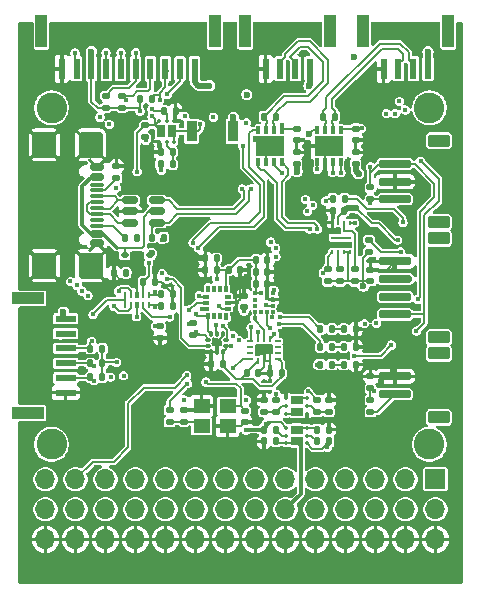
<source format=gbr>
%TF.GenerationSoftware,KiCad,Pcbnew,9.0.1*%
%TF.CreationDate,2025-04-15T01:41:33+09:00*%
%TF.ProjectId,STM32-FC_v2,53544d33-322d-4464-935f-76322e6b6963,rev?*%
%TF.SameCoordinates,Original*%
%TF.FileFunction,Copper,L1,Top*%
%TF.FilePolarity,Positive*%
%FSLAX46Y46*%
G04 Gerber Fmt 4.6, Leading zero omitted, Abs format (unit mm)*
G04 Created by KiCad (PCBNEW 9.0.1) date 2025-04-15 01:41:33*
%MOMM*%
%LPD*%
G01*
G04 APERTURE LIST*
G04 Aperture macros list*
%AMRoundRect*
0 Rectangle with rounded corners*
0 $1 Rounding radius*
0 $2 $3 $4 $5 $6 $7 $8 $9 X,Y pos of 4 corners*
0 Add a 4 corners polygon primitive as box body*
4,1,4,$2,$3,$4,$5,$6,$7,$8,$9,$2,$3,0*
0 Add four circle primitives for the rounded corners*
1,1,$1+$1,$2,$3*
1,1,$1+$1,$4,$5*
1,1,$1+$1,$6,$7*
1,1,$1+$1,$8,$9*
0 Add four rect primitives between the rounded corners*
20,1,$1+$1,$2,$3,$4,$5,0*
20,1,$1+$1,$4,$5,$6,$7,0*
20,1,$1+$1,$6,$7,$8,$9,0*
20,1,$1+$1,$8,$9,$2,$3,0*%
G04 Aperture macros list end*
%TA.AperFunction,SMDPad,CuDef*%
%ADD10RoundRect,0.135000X0.135000X0.185000X-0.135000X0.185000X-0.135000X-0.185000X0.135000X-0.185000X0*%
%TD*%
%TA.AperFunction,SMDPad,CuDef*%
%ADD11RoundRect,0.135000X-0.185000X0.135000X-0.185000X-0.135000X0.185000X-0.135000X0.185000X0.135000X0*%
%TD*%
%TA.AperFunction,SMDPad,CuDef*%
%ADD12RoundRect,0.087500X0.125000X0.087500X-0.125000X0.087500X-0.125000X-0.087500X0.125000X-0.087500X0*%
%TD*%
%TA.AperFunction,SMDPad,CuDef*%
%ADD13RoundRect,0.087500X0.087500X0.125000X-0.087500X0.125000X-0.087500X-0.125000X0.087500X-0.125000X0*%
%TD*%
%TA.AperFunction,SMDPad,CuDef*%
%ADD14RoundRect,0.135000X-0.135000X-0.185000X0.135000X-0.185000X0.135000X0.185000X-0.135000X0.185000X0*%
%TD*%
%TA.AperFunction,SMDPad,CuDef*%
%ADD15RoundRect,0.135000X0.185000X-0.135000X0.185000X0.135000X-0.185000X0.135000X-0.185000X-0.135000X0*%
%TD*%
%TA.AperFunction,SMDPad,CuDef*%
%ADD16R,0.300000X0.600000*%
%TD*%
%TA.AperFunction,SMDPad,CuDef*%
%ADD17R,0.600000X0.300000*%
%TD*%
%TA.AperFunction,SMDPad,CuDef*%
%ADD18RoundRect,0.147500X0.147500X0.172500X-0.147500X0.172500X-0.147500X-0.172500X0.147500X-0.172500X0*%
%TD*%
%TA.AperFunction,SMDPad,CuDef*%
%ADD19RoundRect,0.030000X-0.070000X0.252500X-0.070000X-0.252500X0.070000X-0.252500X0.070000X0.252500X0*%
%TD*%
%TA.AperFunction,SMDPad,CuDef*%
%ADD20RoundRect,0.060000X-0.140000X0.222500X-0.140000X-0.222500X0.140000X-0.222500X0.140000X0.222500X0*%
%TD*%
%TA.AperFunction,SMDPad,CuDef*%
%ADD21R,2.800000X1.000000*%
%TD*%
%TA.AperFunction,SMDPad,CuDef*%
%ADD22R,1.800000X0.600000*%
%TD*%
%TA.AperFunction,SMDPad,CuDef*%
%ADD23R,0.304800X0.660400*%
%TD*%
%TA.AperFunction,SMDPad,CuDef*%
%ADD24R,2.489200X1.701800*%
%TD*%
%TA.AperFunction,WasherPad*%
%ADD25C,2.600000*%
%TD*%
%TA.AperFunction,SMDPad,CuDef*%
%ADD26RoundRect,0.140000X0.140000X0.170000X-0.140000X0.170000X-0.140000X-0.170000X0.140000X-0.170000X0*%
%TD*%
%TA.AperFunction,SMDPad,CuDef*%
%ADD27RoundRect,0.140000X0.170000X-0.140000X0.170000X0.140000X-0.170000X0.140000X-0.170000X-0.140000X0*%
%TD*%
%TA.AperFunction,SMDPad,CuDef*%
%ADD28RoundRect,0.140000X-0.140000X-0.170000X0.140000X-0.170000X0.140000X0.170000X-0.140000X0.170000X0*%
%TD*%
%TA.AperFunction,SMDPad,CuDef*%
%ADD29R,0.254000X0.304800*%
%TD*%
%TA.AperFunction,SMDPad,CuDef*%
%ADD30R,1.651000X0.254000*%
%TD*%
%TA.AperFunction,SMDPad,CuDef*%
%ADD31RoundRect,0.140000X-0.170000X0.140000X-0.170000X-0.140000X0.170000X-0.140000X0.170000X0.140000X0*%
%TD*%
%TA.AperFunction,SMDPad,CuDef*%
%ADD32RoundRect,0.150000X-0.512500X-0.150000X0.512500X-0.150000X0.512500X0.150000X-0.512500X0.150000X0*%
%TD*%
%TA.AperFunction,SMDPad,CuDef*%
%ADD33RoundRect,0.075000X0.075000X0.100000X-0.075000X0.100000X-0.075000X-0.100000X0.075000X-0.100000X0*%
%TD*%
%TA.AperFunction,SMDPad,CuDef*%
%ADD34RoundRect,0.180000X0.345000X0.180000X-0.345000X0.180000X-0.345000X-0.180000X0.345000X-0.180000X0*%
%TD*%
%TA.AperFunction,SMDPad,CuDef*%
%ADD35RoundRect,0.175000X1.175000X-0.175000X1.175000X0.175000X-1.175000X0.175000X-1.175000X-0.175000X0*%
%TD*%
%TA.AperFunction,SMDPad,CuDef*%
%ADD36RoundRect,0.250000X0.700000X-0.300000X0.700000X0.300000X-0.700000X0.300000X-0.700000X-0.300000X0*%
%TD*%
%TA.AperFunction,SMDPad,CuDef*%
%ADD37R,1.000000X2.800000*%
%TD*%
%TA.AperFunction,SMDPad,CuDef*%
%ADD38R,0.600000X1.800000*%
%TD*%
%TA.AperFunction,SMDPad,CuDef*%
%ADD39RoundRect,0.075000X-0.100000X0.075000X-0.100000X-0.075000X0.100000X-0.075000X0.100000X0.075000X0*%
%TD*%
%TA.AperFunction,SMDPad,CuDef*%
%ADD40RoundRect,0.180000X-0.180000X0.345000X-0.180000X-0.345000X0.180000X-0.345000X0.180000X0.345000X0*%
%TD*%
%TA.AperFunction,SMDPad,CuDef*%
%ADD41R,0.400000X0.400000*%
%TD*%
%TA.AperFunction,SMDPad,CuDef*%
%ADD42R,0.475000X0.250000*%
%TD*%
%TA.AperFunction,SMDPad,CuDef*%
%ADD43R,0.250000X0.475000*%
%TD*%
%TA.AperFunction,SMDPad,CuDef*%
%ADD44RoundRect,0.112500X0.187500X0.112500X-0.187500X0.112500X-0.187500X-0.112500X0.187500X-0.112500X0*%
%TD*%
%TA.AperFunction,SMDPad,CuDef*%
%ADD45R,0.900000X1.800000*%
%TD*%
%TA.AperFunction,SMDPad,CuDef*%
%ADD46R,1.400000X1.200000*%
%TD*%
%TA.AperFunction,SMDPad,CuDef*%
%ADD47RoundRect,0.150000X-0.425000X0.150000X-0.425000X-0.150000X0.425000X-0.150000X0.425000X0.150000X0*%
%TD*%
%TA.AperFunction,SMDPad,CuDef*%
%ADD48RoundRect,0.075000X-0.500000X0.075000X-0.500000X-0.075000X0.500000X-0.075000X0.500000X0.075000X0*%
%TD*%
%TA.AperFunction,SMDPad,CuDef*%
%ADD49RoundRect,0.250000X-0.750000X0.840000X-0.750000X-0.840000X0.750000X-0.840000X0.750000X0.840000X0*%
%TD*%
%TA.AperFunction,ComponentPad*%
%ADD50R,1.700000X1.700000*%
%TD*%
%TA.AperFunction,ComponentPad*%
%ADD51O,1.700000X1.700000*%
%TD*%
%TA.AperFunction,ViaPad*%
%ADD52C,0.450000*%
%TD*%
%TA.AperFunction,ViaPad*%
%ADD53C,0.600000*%
%TD*%
%TA.AperFunction,Conductor*%
%ADD54C,0.200000*%
%TD*%
%TA.AperFunction,Conductor*%
%ADD55C,0.300000*%
%TD*%
%TA.AperFunction,Conductor*%
%ADD56C,0.500000*%
%TD*%
%TA.AperFunction,Conductor*%
%ADD57C,0.150000*%
%TD*%
%TA.AperFunction,Conductor*%
%ADD58C,0.100000*%
%TD*%
G04 APERTURE END LIST*
D10*
%TO.P,R43,1*%
%TO.N,+3.3V*%
X127310000Y-97900000D03*
%TO.P,R43,2*%
%TO.N,/UART5_RX*%
X126290000Y-97900000D03*
%TD*%
D11*
%TO.P,R9,1*%
%TO.N,/PWR_SEL0*%
X145500000Y-102240000D03*
%TO.P,R9,2*%
%TO.N,Net-(Q2A-G)*%
X145500000Y-103260000D03*
%TD*%
D12*
%TO.P,U10,1,Vdd_IO*%
%TO.N,+3.3VA*%
X137762500Y-97650000D03*
%TO.P,U10,2,SCL*%
%TO.N,/SPI1_SCK*%
X137762500Y-97150000D03*
D13*
%TO.P,U10,3,GND*%
%TO.N,GND*%
X137500000Y-96637500D03*
%TO.P,U10,4,SDA*%
%TO.N,/SPI1_MOSI*%
X137000000Y-96637500D03*
%TO.P,U10,5,SA0*%
%TO.N,/SPI1_MISO*%
X136500000Y-96637500D03*
D12*
%TO.P,U10,6,~{CS}*%
%TO.N,/BARO_NSS*%
X136237500Y-97150000D03*
%TO.P,U10,7,INT_DRDY*%
%TO.N,/BARO_INT*%
X136237500Y-97650000D03*
D13*
%TO.P,U10,8,GND*%
%TO.N,GND*%
X136500000Y-98162500D03*
%TO.P,U10,9,GND*%
X137000000Y-98162500D03*
%TO.P,U10,10,VDD*%
%TO.N,+3.3VA*%
X137500000Y-98162500D03*
%TD*%
D10*
%TO.P,R15,1*%
%TO.N,+5V*%
X146510000Y-105750000D03*
%TO.P,R15,2*%
%TO.N,Net-(Q3A-G)*%
X145490000Y-105750000D03*
%TD*%
%TO.P,R42,1*%
%TO.N,+3.3V*%
X127310000Y-99150000D03*
%TO.P,R42,2*%
%TO.N,/I2C2_SCL*%
X126290000Y-99150000D03*
%TD*%
D14*
%TO.P,R41,1*%
%TO.N,+3.3V*%
X130490000Y-76800000D03*
%TO.P,R41,2*%
%TO.N,/UART4_RX*%
X131510000Y-76800000D03*
%TD*%
%TO.P,R27,1*%
%TO.N,/MSD_DETECT*%
X146790000Y-85200000D03*
%TO.P,R27,2*%
%TO.N,Net-(J4-SWICTH)*%
X147810000Y-85200000D03*
%TD*%
D15*
%TO.P,R23,1*%
%TO.N,+3.3V*%
X148700000Y-92210000D03*
%TO.P,R23,2*%
%TO.N,/SPI2_MISO*%
X148700000Y-91190000D03*
%TD*%
D14*
%TO.P,R37,1*%
%TO.N,/RC_PPM*%
X130740000Y-92250000D03*
%TO.P,R37,2*%
%TO.N,GND*%
X131760000Y-92250000D03*
%TD*%
D16*
%TO.P,U8,1,AP_SDO/AP_AD0*%
%TO.N,/SPI1_MISO*%
X136250000Y-95150000D03*
%TO.P,U8,2,RESV_2*%
%TO.N,unconnected-(U8-RESV_2-Pad2)*%
X136750000Y-95150000D03*
%TO.P,U8,3,RESV_3*%
%TO.N,unconnected-(U8-RESV_3-Pad3)*%
X137250000Y-95150000D03*
%TO.P,U8,4,INT1/INT*%
%TO.N,/GYRO1_INT*%
X137750000Y-95150000D03*
D17*
%TO.P,U8,5,VDDIO*%
%TO.N,+3.3VA*%
X137900000Y-94500000D03*
%TO.P,U8,6,GND*%
%TO.N,GND*%
X137900000Y-94000000D03*
%TO.P,U8,7,RESV_7*%
%TO.N,unconnected-(U8-RESV_7-Pad7)*%
X137900000Y-93500000D03*
D16*
%TO.P,U8,8,VDD*%
%TO.N,+3.3VA*%
X137750000Y-92850000D03*
%TO.P,U8,9,INT2/FSYNC/CLKIN*%
%TO.N,unconnected-(U8-INT2{slash}FSYNC{slash}CLKIN-Pad9)*%
X137250000Y-92850000D03*
%TO.P,U8,10,RESV_10*%
%TO.N,unconnected-(U8-RESV_10-Pad10)*%
X136750000Y-92850000D03*
%TO.P,U8,11,RESV_11*%
%TO.N,unconnected-(U8-RESV_11-Pad11)*%
X136250000Y-92850000D03*
D17*
%TO.P,U8,12,AP_CS*%
%TO.N,/GYRO1_NSS*%
X136100000Y-93500000D03*
%TO.P,U8,13,AP_SCL/AP_SCLK*%
%TO.N,/SPI1_SCK*%
X136100000Y-94000000D03*
%TO.P,U8,14,AP_SDA/AP_SDIO/AP_SDI*%
%TO.N,/SPI1_MOSI*%
X136100000Y-94500000D03*
%TD*%
D18*
%TO.P,D3,1,K*%
%TO.N,Net-(D3-K)*%
X146735000Y-97750000D03*
%TO.P,D3,2,A*%
%TO.N,/LED_YELLOW*%
X145765000Y-97750000D03*
%TD*%
D19*
%TO.P,U11,1,A0*%
%TO.N,/RC_SEL0*%
X131250000Y-93332500D03*
%TO.P,U11,2,S1*%
%TO.N,/RC_PPM*%
X130750000Y-93332500D03*
D20*
%TO.P,U11,3,GND*%
%TO.N,GND*%
X130250000Y-93332500D03*
D19*
%TO.P,U11,4,S3*%
%TO.N,/RC_RX*%
X129750000Y-93332500D03*
%TO.P,U11,5,EN*%
%TO.N,+3.3V*%
X129250000Y-93332500D03*
%TO.P,U11,6,VDD*%
X129250000Y-94167500D03*
%TO.P,U11,7,S4*%
%TO.N,/RC_TX*%
X129750000Y-94167500D03*
D20*
%TO.P,U11,8,D*%
%TO.N,/RC_INPUT/RCIN*%
X130250000Y-94167500D03*
D19*
%TO.P,U11,9,S2*%
%TO.N,/RC_INPUT/SBUS*%
X130750000Y-94167500D03*
%TO.P,U11,10,A1*%
%TO.N,/RC_SEL1*%
X131250000Y-94167500D03*
%TD*%
D10*
%TO.P,R17,1*%
%TO.N,+5V_PWM1*%
X142010000Y-105750000D03*
%TO.P,R17,2*%
%TO.N,GND*%
X140990000Y-105750000D03*
%TD*%
D21*
%TO.P,J10,*%
%TO.N,*%
X121000000Y-93650000D03*
X121000000Y-103350000D03*
D22*
%TO.P,J10,1,Pin_1*%
%TO.N,+5V*%
X124200000Y-95375000D03*
%TO.P,J10,2,Pin_2*%
%TO.N,/UART5_TX*%
X124200000Y-96625000D03*
%TO.P,J10,3,Pin_3*%
%TO.N,/UART5_RX*%
X124200000Y-97875000D03*
%TO.P,J10,4,Pin_4*%
%TO.N,/I2C2_SCL*%
X124200000Y-99125000D03*
%TO.P,J10,5,Pin_5*%
%TO.N,/I2C2_SDA*%
X124200000Y-100375000D03*
%TO.P,J10,6,Pin_6*%
%TO.N,GND*%
X124200000Y-101625000D03*
%TD*%
D23*
%TO.P,U12,1,TXD*%
%TO.N,/CAN1_TX*%
X140509400Y-82121600D03*
%TO.P,U12,2,GND*%
%TO.N,GND*%
X141169800Y-82121600D03*
%TO.P,U12,3,VCC*%
%TO.N,+5V*%
X141830200Y-82121600D03*
%TO.P,U12,4,RXD*%
%TO.N,/CAN1_RX*%
X142490600Y-82121600D03*
%TO.P,U12,5,VIO*%
%TO.N,+3.3V*%
X142490600Y-79378400D03*
%TO.P,U12,6,CANL*%
%TO.N,/Communication/CAN1_N*%
X141830200Y-79378400D03*
%TO.P,U12,7,CANH*%
%TO.N,/Communication/CAN1_P*%
X141169800Y-79378400D03*
%TO.P,U12,8,STBY*%
%TO.N,/CAN1_STBY*%
X140509400Y-79378400D03*
D24*
%TO.P,U12,9,EPAD*%
%TO.N,GND*%
X141500000Y-80750000D03*
%TD*%
D25*
%TO.P,H1,*%
%TO.N,*%
X123000000Y-77500000D03*
%TD*%
%TO.P,H3,*%
%TO.N,*%
X123000000Y-106000000D03*
%TD*%
D18*
%TO.P,D4,1,K*%
%TO.N,Net-(D4-K)*%
X146735000Y-99250000D03*
%TO.P,D4,2,A*%
%TO.N,/LED_GREEN*%
X145765000Y-99250000D03*
%TD*%
D15*
%TO.P,R25,1*%
%TO.N,+3.3V*%
X146400000Y-92210000D03*
%TO.P,R25,2*%
%TO.N,/SPI2_MOSI*%
X146400000Y-91190000D03*
%TD*%
%TO.P,R12,1*%
%TO.N,Net-(Q2B-G)*%
X141000000Y-103260000D03*
%TO.P,R12,2*%
%TO.N,GND*%
X141000000Y-102240000D03*
%TD*%
%TO.P,R13,1*%
%TO.N,Net-(J2-CC1)*%
X128500000Y-83460000D03*
%TO.P,R13,2*%
%TO.N,GND*%
X128500000Y-82440000D03*
%TD*%
D26*
%TO.P,C20,1*%
%TO.N,+3.3V*%
X147780000Y-86200000D03*
%TO.P,C20,2*%
%TO.N,GND*%
X146820000Y-86200000D03*
%TD*%
D27*
%TO.P,C1,1*%
%TO.N,GND*%
X139400000Y-104100000D03*
%TO.P,C1,2*%
%TO.N,/OSC_IN*%
X139400000Y-103140000D03*
%TD*%
D28*
%TO.P,C29,1*%
%TO.N,+3.3VA*%
X140320000Y-91400000D03*
%TO.P,C29,2*%
%TO.N,GND*%
X141280000Y-91400000D03*
%TD*%
D14*
%TO.P,R18,1*%
%TO.N,+5V_PWM2*%
X145490000Y-104750000D03*
%TO.P,R18,2*%
%TO.N,GND*%
X146510000Y-104750000D03*
%TD*%
%TO.P,R5,1*%
%TO.N,Net-(Q1A-G)*%
X132490000Y-77750000D03*
%TO.P,R5,2*%
%TO.N,GND*%
X133510000Y-77750000D03*
%TD*%
D15*
%TO.P,R3,1*%
%TO.N,Net-(C4-Pad1)*%
X133000000Y-104110000D03*
%TO.P,R3,2*%
%TO.N,/OSC_OUT*%
X133000000Y-103090000D03*
%TD*%
D25*
%TO.P,H4,*%
%TO.N,*%
X155000000Y-106000000D03*
%TD*%
D15*
%TO.P,R29,1*%
%TO.N,+BATT*%
X150000000Y-103260000D03*
%TO.P,R29,2*%
%TO.N,/V_BATT*%
X150000000Y-102240000D03*
%TD*%
%TO.P,R30,1*%
%TO.N,/V_BATT*%
X150000000Y-101260000D03*
%TO.P,R30,2*%
%TO.N,GND*%
X150000000Y-100240000D03*
%TD*%
D29*
%TO.P,U6,1,~{CS}*%
%TO.N,/FLASH_NSS*%
X148250189Y-87255400D03*
%TO.P,U6,2,DO(IO1)*%
%TO.N,/SPI2_MISO*%
X147750063Y-87255400D03*
%TO.P,U6,3,~{WP}*%
%TO.N,+3.3V*%
X147249937Y-87255400D03*
%TO.P,U6,4,GND*%
%TO.N,GND*%
X146749811Y-87255400D03*
%TO.P,U6,5,DI(IO0)*%
%TO.N,/SPI2_MOSI*%
X146749811Y-89744600D03*
%TO.P,U6,6,SCK*%
%TO.N,/SPI2_SCK*%
X147249937Y-89744600D03*
%TO.P,U6,7,~{HOLD}*%
%TO.N,+3.3V*%
X147750063Y-89744600D03*
%TO.P,U6,8,VCC*%
X148250189Y-89744600D03*
D30*
%TO.P,U6,9,TP*%
%TO.N,unconnected-(U6-TP-Pad9)*%
X147500000Y-88500000D03*
%TD*%
D14*
%TO.P,R7,1*%
%TO.N,Net-(D3-K)*%
X147740000Y-97750000D03*
%TO.P,R7,2*%
%TO.N,GND*%
X148760000Y-97750000D03*
%TD*%
%TO.P,R14,1*%
%TO.N,Net-(J2-CC2)*%
X129240000Y-88500000D03*
%TO.P,R14,2*%
%TO.N,GND*%
X130260000Y-88500000D03*
%TD*%
D15*
%TO.P,R24,1*%
%TO.N,+3.3V*%
X147400000Y-92210000D03*
%TO.P,R24,2*%
%TO.N,/SPI2_SCK*%
X147400000Y-91190000D03*
%TD*%
D31*
%TO.P,C34,1*%
%TO.N,GND*%
X148750000Y-81270000D03*
%TO.P,C34,2*%
%TO.N,+5V*%
X148750000Y-82230000D03*
%TD*%
%TO.P,C5,1*%
%TO.N,/NRST*%
X132200000Y-96020000D03*
%TO.P,C5,2*%
%TO.N,GND*%
X132200000Y-96980000D03*
%TD*%
D15*
%TO.P,R11,1*%
%TO.N,Net-(Q2A-G)*%
X146500000Y-103260000D03*
%TO.P,R11,2*%
%TO.N,GND*%
X146500000Y-102240000D03*
%TD*%
D32*
%TO.P,U2,1,I/O1*%
%TO.N,/USB & POWER/USB_CONN_D-*%
X129662500Y-85325000D03*
%TO.P,U2,2,GND*%
%TO.N,GND*%
X129662500Y-86275000D03*
%TO.P,U2,3,I/O2*%
%TO.N,/USB & POWER/USB_CONN_D+*%
X129662500Y-87225000D03*
%TO.P,U2,4,I/O2*%
%TO.N,/USB_D+*%
X131937500Y-87225000D03*
%TO.P,U2,5,VBUS*%
%TO.N,VBUS*%
X131937500Y-86275000D03*
%TO.P,U2,6,I/O1*%
%TO.N,/USB_D-*%
X131937500Y-85325000D03*
%TD*%
D27*
%TO.P,C33,1*%
%TO.N,GND*%
X143750000Y-80230000D03*
%TO.P,C33,2*%
%TO.N,+3.3V*%
X143750000Y-79270000D03*
%TD*%
%TO.P,C31,1*%
%TO.N,/Sensors/MAG_C1*%
X139300000Y-94380000D03*
%TO.P,C31,2*%
%TO.N,GND*%
X139300000Y-93420000D03*
%TD*%
D14*
%TO.P,R33,1*%
%TO.N,/RC_INPUT/SBUS*%
X132240000Y-82300000D03*
%TO.P,R33,2*%
%TO.N,Net-(Q1B-G)*%
X133260000Y-82300000D03*
%TD*%
D15*
%TO.P,R26,1*%
%TO.N,+3.3V*%
X149900000Y-89710000D03*
%TO.P,R26,2*%
%TO.N,/MSD_NSS*%
X149900000Y-88690000D03*
%TD*%
%TO.P,R38,1*%
%TO.N,+3.3V*%
X127600000Y-77510000D03*
%TO.P,R38,2*%
%TO.N,/I2C3_SDA*%
X127600000Y-76490000D03*
%TD*%
D28*
%TO.P,C27,1*%
%TO.N,GND*%
X136520000Y-99200000D03*
%TO.P,C27,2*%
%TO.N,+3.3VA*%
X137480000Y-99200000D03*
%TD*%
D11*
%TO.P,R28,1*%
%TO.N,+3.3VA*%
X135000000Y-95740000D03*
%TO.P,R28,2*%
%TO.N,/BARO_NSS*%
X135000000Y-96760000D03*
%TD*%
D33*
%TO.P,Q3,1,S*%
%TO.N,+5V*%
X144625000Y-105900000D03*
%TO.P,Q3,2,G*%
%TO.N,Net-(Q3A-G)*%
X144625000Y-105250000D03*
%TO.P,Q3,3,D*%
%TO.N,+5V_PWM2*%
X144625000Y-104600000D03*
%TO.P,Q3,4,S*%
%TO.N,+5V*%
X142875000Y-104600000D03*
%TO.P,Q3,5,G*%
%TO.N,Net-(Q3B-G)*%
X142875000Y-105250000D03*
%TO.P,Q3,6,D*%
%TO.N,+5V_PWM1*%
X142875000Y-105900000D03*
D34*
%TO.P,Q3,7,D*%
X143750000Y-105740000D03*
%TO.P,Q3,8,D*%
%TO.N,+5V_PWM2*%
X143750000Y-104760000D03*
%TD*%
D35*
%TO.P,J5,1,Pin_1*%
%TO.N,+BATT*%
X152100000Y-101750000D03*
%TO.P,J5,2,Pin_2*%
%TO.N,GND*%
X152100000Y-100250000D03*
D36*
%TO.P,J5,MP*%
%TO.N,N/C*%
X155800000Y-103700000D03*
X155800000Y-98300000D03*
%TD*%
D18*
%TO.P,D2,1,K*%
%TO.N,Net-(D2-K)*%
X146735000Y-96250000D03*
%TO.P,D2,2,A*%
%TO.N,/LED_RED*%
X145765000Y-96250000D03*
%TD*%
D37*
%TO.P,J9,*%
%TO.N,*%
X136850000Y-71000000D03*
X122150000Y-71000000D03*
D38*
%TO.P,J9,1,Pin_1*%
%TO.N,+5V*%
X135125000Y-74200000D03*
%TO.P,J9,2,Pin_2*%
%TO.N,/UART4_TX*%
X133875000Y-74200000D03*
%TO.P,J9,3,Pin_3*%
%TO.N,/UART4_RX*%
X132625000Y-74200000D03*
%TO.P,J9,4,Pin_4*%
%TO.N,/I2C3_SCL*%
X131375000Y-74200000D03*
%TO.P,J9,5,Pin_5*%
%TO.N,/I2C3_SDA*%
X130125000Y-74200000D03*
%TO.P,J9,6,Pin_6*%
%TO.N,/GPS1_SW*%
X128875000Y-74200000D03*
%TO.P,J9,7,Pin_7*%
%TO.N,/GPS1_SW_LED*%
X127625000Y-74200000D03*
%TO.P,J9,8,Pin_8*%
%TO.N,+3.3V*%
X126375000Y-74200000D03*
%TO.P,J9,9,Pin_9*%
%TO.N,/GPS1_BUZZER*%
X125125000Y-74200000D03*
%TO.P,J9,10,Pin_10*%
%TO.N,GND*%
X123875000Y-74200000D03*
%TD*%
D28*
%TO.P,C30,1*%
%TO.N,+3.3VA*%
X140320000Y-90400000D03*
%TO.P,C30,2*%
%TO.N,GND*%
X141280000Y-90400000D03*
%TD*%
D15*
%TO.P,R39,1*%
%TO.N,+3.3V*%
X129000000Y-77510000D03*
%TO.P,R39,2*%
%TO.N,/I2C3_SCL*%
X129000000Y-76490000D03*
%TD*%
D14*
%TO.P,R6,1*%
%TO.N,Net-(D2-K)*%
X147740000Y-96250000D03*
%TO.P,R6,2*%
%TO.N,GND*%
X148760000Y-96250000D03*
%TD*%
D31*
%TO.P,C35,1*%
%TO.N,GND*%
X143750000Y-81270000D03*
%TO.P,C35,2*%
%TO.N,+5V*%
X143750000Y-82230000D03*
%TD*%
D23*
%TO.P,U13,1,TXD*%
%TO.N,/CAN2_TX*%
X145509400Y-82121600D03*
%TO.P,U13,2,GND*%
%TO.N,GND*%
X146169800Y-82121600D03*
%TO.P,U13,3,VCC*%
%TO.N,+5V*%
X146830200Y-82121600D03*
%TO.P,U13,4,RXD*%
%TO.N,/CAN2_RX*%
X147490600Y-82121600D03*
%TO.P,U13,5,VIO*%
%TO.N,+3.3V*%
X147490600Y-79378400D03*
%TO.P,U13,6,CANL*%
%TO.N,/Communication/CAN2_N*%
X146830200Y-79378400D03*
%TO.P,U13,7,CANH*%
%TO.N,/Communication/CAN2_P*%
X146169800Y-79378400D03*
%TO.P,U13,8,STBY*%
%TO.N,/CAN2_STBY*%
X145509400Y-79378400D03*
D24*
%TO.P,U13,9,EPAD*%
%TO.N,GND*%
X146500000Y-80750000D03*
%TD*%
D39*
%TO.P,Q1,1,S*%
%TO.N,GND*%
X133400000Y-78625000D03*
%TO.P,Q1,2,G*%
%TO.N,Net-(Q1A-G)*%
X132750000Y-78625000D03*
%TO.P,Q1,3,D*%
%TO.N,/RC_RX*%
X132100000Y-78625000D03*
%TO.P,Q1,4,S*%
%TO.N,GND*%
X132100000Y-80375000D03*
%TO.P,Q1,5,G*%
%TO.N,Net-(Q1B-G)*%
X132750000Y-80375000D03*
%TO.P,Q1,6,D*%
%TO.N,Net-(BZ1-+)*%
X133400000Y-80375000D03*
D40*
%TO.P,Q1,7,D*%
X133240000Y-79500000D03*
%TO.P,Q1,8,D*%
%TO.N,/RC_RX*%
X132260000Y-79500000D03*
%TD*%
D26*
%TO.P,C25,1*%
%TO.N,+3.3VA*%
X136980000Y-90250000D03*
%TO.P,C25,2*%
%TO.N,GND*%
X136020000Y-90250000D03*
%TD*%
D28*
%TO.P,C28,1*%
%TO.N,+3.3VA*%
X140320000Y-92400000D03*
%TO.P,C28,2*%
%TO.N,GND*%
X141280000Y-92400000D03*
%TD*%
D14*
%TO.P,R48,1*%
%TO.N,/Communication/CAN1_P*%
X140990000Y-78250000D03*
%TO.P,R48,2*%
%TO.N,/Communication/CAN1_N*%
X142010000Y-78250000D03*
%TD*%
D28*
%TO.P,C22,1*%
%TO.N,+3.3VA*%
X139520000Y-100000000D03*
%TO.P,C22,2*%
%TO.N,GND*%
X140480000Y-100000000D03*
%TD*%
D15*
%TO.P,R36,1*%
%TO.N,+3.3VP*%
X150000000Y-85260000D03*
%TO.P,R36,2*%
%TO.N,/RC_RX*%
X150000000Y-84240000D03*
%TD*%
D35*
%TO.P,J7,1,Pin_1*%
%TO.N,/RC_TX*%
X152100000Y-95000000D03*
%TO.P,J7,2,Pin_2*%
%TO.N,unconnected-(J7-Pin_2-Pad2)*%
X152100000Y-93500000D03*
%TO.P,J7,3,Pin_3*%
%TO.N,+5V*%
X152100000Y-92000000D03*
%TO.P,J7,4,Pin_4*%
%TO.N,GND*%
X152100000Y-90500000D03*
D36*
%TO.P,J7,MP*%
%TO.N,N/C*%
X155800000Y-96950000D03*
X155800000Y-88550000D03*
%TD*%
D41*
%TO.P,U9,1,SCL/SPC*%
%TO.N,/SPI3_SCK*%
X140250000Y-94800000D03*
%TO.P,U9,2,NC1*%
%TO.N,unconnected-(U9-NC1-Pad2)*%
X140750000Y-94800000D03*
%TO.P,U9,3,CS*%
%TO.N,/MAG_NSS*%
X141250000Y-94800000D03*
%TO.P,U9,4,SDA/SDI/SDO*%
%TO.N,/SPI3_MOSI*%
X141750000Y-94800000D03*
%TO.P,U9,5,C1*%
%TO.N,/Sensors/MAG_C1*%
X141750000Y-94250000D03*
%TO.P,U9,6,GND*%
%TO.N,GND*%
X141750000Y-93750000D03*
%TO.P,U9,7,INT/DRDY/SDO*%
%TO.N,/SPI3_MISO*%
X141750000Y-93200000D03*
%TO.P,U9,8,GND*%
%TO.N,GND*%
X141250000Y-93200000D03*
%TO.P,U9,9,VDD*%
%TO.N,+3.3VA*%
X140750000Y-93200000D03*
%TO.P,U9,10,VDD_IO*%
X140250000Y-93200000D03*
%TO.P,U9,11,NC2*%
%TO.N,unconnected-(U9-NC2-Pad11)*%
X140250000Y-93750000D03*
%TO.P,U9,12,NC3*%
%TO.N,unconnected-(U9-NC3-Pad12)*%
X140250000Y-94250000D03*
%TD*%
D27*
%TO.P,C4,1*%
%TO.N,Net-(C4-Pad1)*%
X134200000Y-104080000D03*
%TO.P,C4,2*%
%TO.N,GND*%
X134200000Y-103120000D03*
%TD*%
D33*
%TO.P,Q2,1,S*%
%TO.N,GND*%
X144625000Y-103400000D03*
%TO.P,Q2,2,G*%
%TO.N,Net-(Q2A-G)*%
X144625000Y-102750000D03*
%TO.P,Q2,3,D*%
%TO.N,Net-(Q3B-G)*%
X144625000Y-102100000D03*
%TO.P,Q2,4,S*%
%TO.N,GND*%
X142875000Y-102100000D03*
%TO.P,Q2,5,G*%
%TO.N,Net-(Q2B-G)*%
X142875000Y-102750000D03*
%TO.P,Q2,6,D*%
%TO.N,Net-(Q3A-G)*%
X142875000Y-103400000D03*
D34*
%TO.P,Q2,7,D*%
X143750000Y-103240000D03*
%TO.P,Q2,8,D*%
%TO.N,Net-(Q3B-G)*%
X143750000Y-102260000D03*
%TD*%
D10*
%TO.P,R34,1*%
%TO.N,Net-(Q1B-G)*%
X133250000Y-81250000D03*
%TO.P,R34,2*%
%TO.N,GND*%
X132230000Y-81250000D03*
%TD*%
D42*
%TO.P,U7,1,SDO*%
%TO.N,/SPI3_MISO*%
X139837000Y-97250000D03*
%TO.P,U7,2,NC*%
%TO.N,unconnected-(U7-NC-Pad2)*%
X139837000Y-97750000D03*
%TO.P,U7,3,NC*%
%TO.N,unconnected-(U7-NC-Pad3)*%
X139837000Y-98250000D03*
%TO.P,U7,4,INT1*%
%TO.N,/GYRO2_INT*%
X139837000Y-98750000D03*
D43*
%TO.P,U7,5,VDDIO*%
%TO.N,+3.3VA*%
X140500000Y-98913000D03*
%TO.P,U7,6,GNDIO*%
%TO.N,GND*%
X141000000Y-98913000D03*
%TO.P,U7,7,GND*%
X141500000Y-98913000D03*
D42*
%TO.P,U7,8,VDD*%
%TO.N,+3.3VA*%
X142163000Y-98750000D03*
%TO.P,U7,9,INT2*%
%TO.N,unconnected-(U7-INT2-Pad9)*%
X142163000Y-98250000D03*
%TO.P,U7,10,NC*%
%TO.N,unconnected-(U7-NC-Pad10)*%
X142163000Y-97750000D03*
%TO.P,U7,11,NC*%
%TO.N,unconnected-(U7-NC-Pad11)*%
X142163000Y-97250000D03*
D43*
%TO.P,U7,12,CSB*%
%TO.N,/GYRO2_NSS*%
X141500000Y-97087000D03*
%TO.P,U7,13,SCX*%
%TO.N,/SPI3_SCK*%
X141000000Y-97087000D03*
%TO.P,U7,14,SDX*%
%TO.N,/SPI3_MOSI*%
X140500000Y-97087000D03*
%TD*%
D44*
%TO.P,D5,1,K*%
%TO.N,+5V*%
X131300000Y-90000000D03*
%TO.P,D5,2,A*%
%TO.N,VBUS*%
X129200000Y-90000000D03*
%TD*%
D14*
%TO.P,R8,1*%
%TO.N,Net-(D4-K)*%
X147740000Y-99250000D03*
%TO.P,R8,2*%
%TO.N,GND*%
X148760000Y-99250000D03*
%TD*%
D27*
%TO.P,C21,1*%
%TO.N,+3.3V*%
X150000000Y-92180000D03*
%TO.P,C21,2*%
%TO.N,GND*%
X150000000Y-91220000D03*
%TD*%
%TO.P,C32,1*%
%TO.N,GND*%
X148750000Y-80230000D03*
%TO.P,C32,2*%
%TO.N,+3.3V*%
X148750000Y-79270000D03*
%TD*%
D28*
%TO.P,C24,1*%
%TO.N,GND*%
X141520000Y-100000000D03*
%TO.P,C24,2*%
%TO.N,+3.3VA*%
X142480000Y-100000000D03*
%TD*%
D10*
%TO.P,R19,1*%
%TO.N,+3.3V*%
X132510000Y-88500000D03*
%TO.P,R19,2*%
%TO.N,/USB_D+*%
X131490000Y-88500000D03*
%TD*%
D45*
%TO.P,BZ1,1,-*%
%TO.N,+5V*%
X138370000Y-79500000D03*
%TO.P,BZ1,2,+*%
%TO.N,Net-(BZ1-+)*%
X134870000Y-79500000D03*
%TD*%
D14*
%TO.P,R31,1*%
%TO.N,/RC_SEL0*%
X132240000Y-93250000D03*
%TO.P,R31,2*%
%TO.N,GND*%
X133260000Y-93250000D03*
%TD*%
D37*
%TO.P,J15,*%
%TO.N,*%
X156600000Y-71000000D03*
X149400000Y-71000000D03*
D38*
%TO.P,J15,1,Pin_1*%
%TO.N,+5V*%
X154875000Y-74200000D03*
%TO.P,J15,2,Pin_2*%
%TO.N,/Communication/CAN2_P*%
X153625000Y-74200000D03*
%TO.P,J15,3,Pin_3*%
%TO.N,/Communication/CAN2_N*%
X152375000Y-74200000D03*
%TO.P,J15,4,Pin_4*%
%TO.N,GND*%
X151125000Y-74200000D03*
%TD*%
D14*
%TO.P,R49,1*%
%TO.N,/Communication/CAN2_P*%
X145990000Y-78250000D03*
%TO.P,R49,2*%
%TO.N,/Communication/CAN2_N*%
X147010000Y-78250000D03*
%TD*%
D35*
%TO.P,J8,1,Pin_1*%
%TO.N,+3.3VP*%
X152100000Y-85250000D03*
%TO.P,J8,2,Pin_2*%
%TO.N,GND*%
X152100000Y-83750000D03*
%TO.P,J8,3,Pin_3*%
%TO.N,/RC_RX*%
X152100000Y-82250000D03*
D36*
%TO.P,J8,MP*%
%TO.N,N/C*%
X155800000Y-87200000D03*
X155800000Y-80300000D03*
%TD*%
D46*
%TO.P,Y1,1,1*%
%TO.N,/OSC_IN*%
X137900000Y-102750000D03*
%TO.P,Y1,2,2*%
%TO.N,GND*%
X135700000Y-102750000D03*
%TO.P,Y1,3,3*%
%TO.N,Net-(C4-Pad1)*%
X135700000Y-104450000D03*
%TO.P,Y1,4,4*%
%TO.N,GND*%
X137900000Y-104450000D03*
%TD*%
D28*
%TO.P,C26,1*%
%TO.N,+3.3VA*%
X138020000Y-91250000D03*
%TO.P,C26,2*%
%TO.N,GND*%
X138980000Y-91250000D03*
%TD*%
D10*
%TO.P,R40,1*%
%TO.N,+3.3V*%
X127310000Y-100300000D03*
%TO.P,R40,2*%
%TO.N,/I2C2_SDA*%
X126290000Y-100300000D03*
%TD*%
D25*
%TO.P,H2,*%
%TO.N,*%
X155000000Y-77500000D03*
%TD*%
D47*
%TO.P,J2,A1,GND*%
%TO.N,GND*%
X126885000Y-82550000D03*
%TO.P,J2,A4,VBUS*%
%TO.N,VBUS*%
X126885000Y-83350000D03*
D48*
%TO.P,J2,A5,CC1*%
%TO.N,Net-(J2-CC1)*%
X126885000Y-84500000D03*
%TO.P,J2,A6,D+*%
%TO.N,/USB & POWER/USB_CONN_D+*%
X126885000Y-85500000D03*
%TO.P,J2,A7,D-*%
%TO.N,/USB & POWER/USB_CONN_D-*%
X126885000Y-86000000D03*
%TO.P,J2,A8*%
%TO.N,N/C*%
X126885000Y-87000000D03*
D47*
%TO.P,J2,A9,VBUS*%
%TO.N,VBUS*%
X126885000Y-88150000D03*
%TO.P,J2,A12,GND*%
%TO.N,GND*%
X126885000Y-88950000D03*
%TO.P,J2,B1,GND*%
X126885000Y-88950000D03*
%TO.P,J2,B4,VBUS*%
%TO.N,VBUS*%
X126885000Y-88150000D03*
D48*
%TO.P,J2,B5,CC2*%
%TO.N,Net-(J2-CC2)*%
X126885000Y-87500000D03*
%TO.P,J2,B6,D+*%
%TO.N,/USB & POWER/USB_CONN_D+*%
X126885000Y-86500000D03*
%TO.P,J2,B7,D-*%
%TO.N,/USB & POWER/USB_CONN_D-*%
X126885000Y-85000000D03*
%TO.P,J2,B8*%
%TO.N,N/C*%
X126885000Y-84000000D03*
D47*
%TO.P,J2,B9,VBUS*%
%TO.N,VBUS*%
X126885000Y-83350000D03*
%TO.P,J2,B12,GND*%
%TO.N,GND*%
X126885000Y-82550000D03*
D49*
%TO.P,J2,S1,SHIELD*%
X126310000Y-80640000D03*
X122380000Y-80640000D03*
X126310000Y-90860000D03*
X122380000Y-90860000D03*
%TD*%
D37*
%TO.P,J14,*%
%TO.N,*%
X146600000Y-71000000D03*
X139400000Y-71000000D03*
D38*
%TO.P,J14,1,Pin_1*%
%TO.N,+5V*%
X144875000Y-74200000D03*
%TO.P,J14,2,Pin_2*%
%TO.N,/Communication/CAN1_P*%
X143625000Y-74200000D03*
%TO.P,J14,3,Pin_3*%
%TO.N,/Communication/CAN1_N*%
X142375000Y-74200000D03*
%TO.P,J14,4,Pin_4*%
%TO.N,GND*%
X141125000Y-74200000D03*
%TD*%
D14*
%TO.P,R32,1*%
%TO.N,/RC_SEL1*%
X132240000Y-94250000D03*
%TO.P,R32,2*%
%TO.N,GND*%
X133260000Y-94250000D03*
%TD*%
D26*
%TO.P,C23,1*%
%TO.N,+3.3VA*%
X136980000Y-91250000D03*
%TO.P,C23,2*%
%TO.N,GND*%
X136020000Y-91250000D03*
%TD*%
D11*
%TO.P,R10,1*%
%TO.N,/PWR_SEL1*%
X142000000Y-102240000D03*
%TO.P,R10,2*%
%TO.N,Net-(Q2B-G)*%
X142000000Y-103260000D03*
%TD*%
D15*
%TO.P,R35,1*%
%TO.N,+3.3VP*%
X130900000Y-80010000D03*
%TO.P,R35,2*%
%TO.N,/RC_RX*%
X130900000Y-78990000D03*
%TD*%
D10*
%TO.P,R1,1*%
%TO.N,/BOOT1*%
X129310000Y-91500000D03*
%TO.P,R1,2*%
%TO.N,GND*%
X128290000Y-91500000D03*
%TD*%
D14*
%TO.P,R16,1*%
%TO.N,+5V*%
X140990000Y-104750000D03*
%TO.P,R16,2*%
%TO.N,Net-(Q3B-G)*%
X142010000Y-104750000D03*
%TD*%
D50*
%TO.P,J6,1,CH1*%
%TO.N,/TIM4_CH2*%
X155510000Y-108960000D03*
D51*
%TO.P,J6,2,CH2*%
%TO.N,/TIM3_CH1*%
X152970000Y-108960000D03*
%TO.P,J6,3,CH3*%
%TO.N,/TIM3_CH2*%
X150430000Y-108960000D03*
%TO.P,J6,4,CH4*%
%TO.N,/TIM4_CH4*%
X147890000Y-108960000D03*
%TO.P,J6,5,CH5*%
%TO.N,/TIM5_CH1*%
X145350000Y-108960000D03*
%TO.P,J6,6,CH6*%
%TO.N,/TIM5_CH2*%
X142810000Y-108960000D03*
%TO.P,J6,7,CH7*%
%TO.N,/TIM5_CH3*%
X140270000Y-108960000D03*
%TO.P,J6,8,CH8*%
%TO.N,/TIM5_CH4*%
X137730000Y-108960000D03*
%TO.P,J6,9,CH9*%
%TO.N,/TIM3_CH3*%
X135190000Y-108960000D03*
%TO.P,J6,10,CH10*%
%TO.N,/TIM3_CH4*%
X132650000Y-108960000D03*
%TO.P,J6,11,CH11*%
%TO.N,/TIM1_CH2*%
X130110000Y-108960000D03*
%TO.P,J6,12,CH12*%
%TO.N,/TIM1_CH3*%
X127570000Y-108960000D03*
%TO.P,J6,13,RSSI*%
%TO.N,/RSSI_IN*%
X125030000Y-108960000D03*
%TO.P,J6,14,RCIN*%
%TO.N,/RC_INPUT/RCIN*%
X122490000Y-108960000D03*
%TO.P,J6,15,5V_A*%
%TO.N,+5V_PWM1*%
X155510000Y-111500000D03*
X152970000Y-111500000D03*
X150430000Y-111500000D03*
X147890000Y-111500000D03*
X145350000Y-111500000D03*
X142810000Y-111500000D03*
%TO.P,J6,16,5V_B*%
%TO.N,+5V_PWM2*%
X140270000Y-111500000D03*
X137730000Y-111500000D03*
X135190000Y-111500000D03*
X132650000Y-111500000D03*
X130110000Y-111500000D03*
X127570000Y-111500000D03*
%TO.P,J6,17,5V_RCIN*%
%TO.N,+5V*%
X125030000Y-111500000D03*
%TO.P,J6,18,5V_RSSI*%
X122490000Y-111500000D03*
%TO.P,J6,19,GND*%
%TO.N,GND*%
X155510000Y-114040000D03*
X152970000Y-114040000D03*
X150430000Y-114040000D03*
X147890000Y-114040000D03*
X145350000Y-114040000D03*
X142810000Y-114040000D03*
X140270000Y-114040000D03*
X137730000Y-114040000D03*
X135190000Y-114040000D03*
X132650000Y-114040000D03*
X130110000Y-114040000D03*
X127570000Y-114040000D03*
X125030000Y-114040000D03*
X122490000Y-114040000D03*
%TD*%
D52*
%TO.N,/RC_TX*%
X153900000Y-96400000D03*
%TO.N,/RC_RX*%
X154024982Y-93724982D03*
%TO.N,+3.3V*%
X152300000Y-88700000D03*
%TO.N,Net-(J4-SWICTH)*%
X152750000Y-87200000D03*
%TO.N,GND*%
X130300000Y-88500000D03*
D53*
X144000000Y-117000000D03*
X130000000Y-117000000D03*
D52*
X136250000Y-102750000D03*
D53*
X154000000Y-117000000D03*
X144800000Y-82900000D03*
X122000000Y-117000000D03*
X138000000Y-117000000D03*
X139573267Y-91800000D03*
D52*
X141250000Y-89750000D03*
X136000000Y-92000000D03*
D53*
X124000000Y-117000000D03*
D52*
X141500000Y-100600000D03*
D53*
X135100000Y-90200000D03*
X152000000Y-117000000D03*
X150900000Y-100701574D03*
X142000000Y-117000000D03*
X156000000Y-117000000D03*
X150000000Y-117000000D03*
X146000000Y-117000000D03*
X132000000Y-117000000D03*
X136000000Y-117000000D03*
D52*
X148676774Y-97625000D03*
X151900000Y-91200000D03*
D53*
X126000000Y-117000000D03*
X134000000Y-117000000D03*
X128000000Y-117000000D03*
D52*
X137700000Y-101600000D03*
D53*
X151900000Y-98400000D03*
X147998091Y-116995379D03*
X140300000Y-80154975D03*
X153200000Y-103000000D03*
D52*
X132745000Y-90641100D03*
D53*
X140000000Y-117000000D03*
D52*
X123000000Y-83000000D03*
X154750000Y-84500000D03*
X152300000Y-88000000D03*
%TO.N,/NRST*%
X131800000Y-96000000D03*
%TO.N,/OSC_IN*%
X136076700Y-100715528D03*
%TO.N,/OSC_OUT*%
X134500000Y-100865000D03*
D53*
%TO.N,+5V*%
X138400000Y-78300000D03*
X143800000Y-82900000D03*
X154875000Y-72750000D03*
D52*
X142500000Y-83000000D03*
D53*
X136375000Y-75625000D03*
D52*
X146800000Y-83000000D03*
D53*
X124000000Y-94775000D03*
X144779135Y-75629135D03*
X149000000Y-83100000D03*
D52*
X146350000Y-106250000D03*
X141150000Y-104250000D03*
X139474965Y-104774999D03*
D53*
X153300000Y-92000000D03*
X148625000Y-73225000D03*
X131500000Y-89825000D03*
D52*
%TO.N,Net-(BZ1-+)*%
X135600000Y-78900000D03*
%TO.N,+3.3V*%
X126500000Y-95000000D03*
X148634732Y-98495000D03*
D53*
X148800000Y-86000000D03*
D52*
X128503032Y-99050000D03*
D53*
X139525000Y-76400000D03*
D52*
X142500000Y-79000000D03*
X130490000Y-77775000D03*
X132334819Y-88665182D03*
D53*
X126375000Y-72750000D03*
D52*
X128500000Y-84271232D03*
X149250000Y-79250000D03*
X128001493Y-100293279D03*
D53*
X149400000Y-92600000D03*
D52*
X151767000Y-97600000D03*
%TO.N,/RC_INPUT/RCIN*%
X130200000Y-95200000D03*
%TO.N,/LED_RED*%
X142353599Y-95187567D03*
%TO.N,/LED_YELLOW*%
X142235851Y-95826815D03*
%TO.N,/LED_GREEN*%
X145500000Y-99250000D03*
%TO.N,/TIM5_CH4*%
X129102926Y-100188374D03*
%TO.N,/SPI1_SCK*%
X137536340Y-96007571D03*
X134680548Y-94609266D03*
%TO.N,/SPI1_MISO*%
X135200000Y-95000000D03*
%TO.N,/SPI1_MOSI*%
X136900000Y-95875002D03*
X135700000Y-94563068D03*
%TO.N,/TIM3_CH3*%
X126100000Y-93400000D03*
%TO.N,/MAG_NSS*%
X141477169Y-96150633D03*
%TO.N,/FLASH_NSS*%
X148667469Y-87252232D03*
X138896921Y-97200000D03*
%TO.N,/SPI2_SCK*%
X147400000Y-91250000D03*
%TO.N,/PM_VOLTAGE*%
X127900000Y-78900000D03*
%TO.N,/PM_CURRENT*%
X127100000Y-78300000D03*
%TO.N,/USB_D-*%
X139150000Y-84368784D03*
%TO.N,/USB_D+*%
X139850000Y-84368784D03*
%TO.N,/RSSI_IN*%
X134453770Y-100168767D03*
%TO.N,/UART4_TX*%
X145106062Y-85749853D03*
X132800000Y-76350000D03*
%TO.N,/UART4_RX*%
X132150000Y-76850000D03*
X144670599Y-86275000D03*
%TO.N,/GPS1_BUZZER*%
X125000000Y-72874998D03*
X136700000Y-78300000D03*
%TO.N,/I2C1_SDA*%
X150500000Y-95750000D03*
%TO.N,/I2C1_SCL*%
X149500000Y-95775000D03*
%TO.N,/I2C2_SCL*%
X126600000Y-99400000D03*
%TO.N,/SPI2_MISO*%
X148700000Y-91250000D03*
%TO.N,/SPI2_MOSI*%
X146000000Y-91500000D03*
%TO.N,/UART5_TX*%
X123750000Y-96750000D03*
%TO.N,/UART5_RX*%
X126400000Y-97275000D03*
%TO.N,/I2C2_SDA*%
X126600000Y-100600000D03*
%TO.N,/UART2_CTS*%
X152453498Y-76950000D03*
X141560947Y-88880961D03*
%TO.N,/UART2_RTS*%
X141978832Y-89378832D03*
X152950000Y-77700000D03*
%TO.N,/UART2_RX*%
X152100000Y-78000000D03*
%TO.N,/UART2_TX*%
X151350000Y-78000000D03*
X141994838Y-90105289D03*
%TO.N,/Sensors/MAG_C1*%
X141200000Y-94200000D03*
X139300000Y-94700000D03*
%TO.N,/I2C3_SDA*%
X130125000Y-72850000D03*
%TO.N,/I2C3_SCL*%
X129294999Y-76825909D03*
%TO.N,/V_BATT*%
X150335713Y-101462046D03*
%TO.N,+3.3VA*%
X137000000Y-92000000D03*
X138200000Y-97700000D03*
X134674848Y-95846637D03*
X137191351Y-94266757D03*
%TO.N,/SPI3_SCK*%
X140200000Y-95300000D03*
%TO.N,/TIM3_CH4*%
X125586671Y-93017510D03*
%TO.N,/SPI3_MOSI*%
X140496446Y-96503554D03*
X141703783Y-95203027D03*
%TO.N,/SPI3_MISO*%
X141836623Y-92955482D03*
X139900000Y-96100000D03*
%TO.N,/PWR_SEL0*%
X144750000Y-101518165D03*
%TO.N,/GYRO2_NSS*%
X141857938Y-96677433D03*
%TO.N,/CAN1_RX*%
X145493415Y-87775000D03*
%TO.N,/GYRO1_NSS*%
X135503554Y-93396446D03*
%TO.N,/BARO_NSS*%
X135269242Y-96476350D03*
%TO.N,/PWR_SEL1*%
X142000000Y-101750000D03*
X144500000Y-85250000D03*
%TO.N,/CAN2_RX*%
X147500000Y-83000000D03*
%TO.N,/CAN2_TX*%
X145500000Y-82700000D03*
%TO.N,/MSD_NSS*%
X152550000Y-89700000D03*
%TO.N,/CAN1_STBY*%
X135435602Y-89383639D03*
%TO.N,/RC_TX*%
X139500000Y-78750000D03*
X154250000Y-82000000D03*
X128300000Y-94300000D03*
%TO.N,/TIM1_CH2*%
X125163350Y-92524253D03*
%TO.N,/CAN1_TX*%
X144843412Y-87775000D03*
%TO.N,/TIM1_CH3*%
X124600000Y-92200000D03*
%TO.N,/CAN2_STBY*%
X139225000Y-80775000D03*
D53*
X144762654Y-79762654D03*
D52*
X134975982Y-88924018D03*
%TO.N,/MSD_DETECT*%
X146200000Y-85400000D03*
X138375000Y-96812576D03*
%TO.N,/BARO_INT*%
X132780000Y-92000000D03*
%TO.N,/BOOT1*%
X129400000Y-91400000D03*
%TO.N,/GYRO2_INT*%
X138375894Y-99551324D03*
%TO.N,+5V_PWM2*%
X143750000Y-104760000D03*
%TO.N,/GYRO1_INT*%
X137800000Y-95300000D03*
X132378717Y-91527375D03*
%TO.N,/GPS1_SW_LED*%
X127625000Y-72850000D03*
%TO.N,/GPS1_SW*%
X128875000Y-72850000D03*
%TO.N,/RC_RX*%
X130250000Y-82900000D03*
X131505001Y-78239279D03*
X150000000Y-82500000D03*
X128700000Y-93000000D03*
%TO.N,Net-(Q1A-G)*%
X131508457Y-77619286D03*
X134262158Y-78205396D03*
%TO.N,+3.3VP*%
X150000000Y-85545000D03*
X131000000Y-80250000D03*
%TO.N,/SW_PWR_RC*%
X139505000Y-102250000D03*
%TO.N,/SW_PWR_IMU*%
X134250000Y-102250000D03*
%TO.N,/RC_PPM*%
X131232731Y-90641483D03*
%TO.N,/RC_INPUT/SBUS*%
X133000000Y-95220000D03*
X132300000Y-82800000D03*
%TO.N,/RC_SEL1*%
X131800000Y-94400000D03*
%TO.N,/RC_SEL0*%
X131800000Y-93100000D03*
%TO.N,Net-(Q3A-G)*%
X143750000Y-103250000D03*
X145500000Y-105750000D03*
%TO.N,Net-(Q3B-G)*%
X143750000Y-102260000D03*
X142100000Y-104750000D03*
%TD*%
D54*
%TO.N,/RC_TX*%
X154579000Y-95000000D02*
X154579000Y-95721000D01*
X152100000Y-95000000D02*
X154579000Y-95000000D01*
X154579000Y-95721000D02*
X153900000Y-96400000D01*
X154579000Y-93871000D02*
X154579000Y-95000000D01*
%TO.N,/RC_RX*%
X154208000Y-93541964D02*
X154024982Y-93724982D01*
X154208000Y-90600000D02*
X154208000Y-93541964D01*
X154208000Y-86292000D02*
X154208000Y-90600000D01*
X155250000Y-85250000D02*
X154208000Y-86292000D01*
%TO.N,+3.3V*%
X152100000Y-88700000D02*
X152300000Y-88700000D01*
X150100000Y-87300000D02*
X150700000Y-87300000D01*
X150700000Y-87300000D02*
X152100000Y-88700000D01*
X148800000Y-86000000D02*
X150100000Y-87300000D01*
%TO.N,/MSD_NSS*%
X150900000Y-89700000D02*
X152550000Y-89700000D01*
X149900000Y-88700000D02*
X150900000Y-89700000D01*
X149900000Y-88690000D02*
X149900000Y-88700000D01*
%TO.N,Net-(J4-SWICTH)*%
X152750000Y-86798550D02*
X152750000Y-87200000D01*
X149699264Y-86050736D02*
X148848529Y-85200000D01*
X149699264Y-86050736D02*
X152002186Y-86050736D01*
X152002186Y-86050736D02*
X152750000Y-86798550D01*
%TO.N,/RC_RX*%
X155425000Y-85075000D02*
X155250000Y-85250000D01*
X155425000Y-83925000D02*
X155425000Y-85075000D01*
X153750000Y-82250000D02*
X155425000Y-83925000D01*
X152100000Y-82250000D02*
X153750000Y-82250000D01*
D55*
%TO.N,GND*%
X154000000Y-83750000D02*
X154750000Y-84500000D01*
X152100000Y-83750000D02*
X154000000Y-83750000D01*
D56*
X151900000Y-100050000D02*
X152100000Y-100250000D01*
D54*
X130260000Y-88500000D02*
X130300000Y-88500000D01*
X133400000Y-78625000D02*
X133400000Y-77860000D01*
X141250000Y-93200000D02*
X141250000Y-93675000D01*
X132260000Y-92250000D02*
X133260000Y-93250000D01*
D57*
X136520000Y-98182500D02*
X136500000Y-98162500D01*
D54*
X138980000Y-91250000D02*
X138980000Y-91800000D01*
D55*
X134200000Y-103120000D02*
X135330000Y-103120000D01*
D54*
X141520000Y-100000000D02*
X141520000Y-100580000D01*
X138720000Y-94000000D02*
X138910000Y-93810000D01*
X137900000Y-94000000D02*
X138720000Y-94000000D01*
X141000000Y-98913000D02*
X141500000Y-98913000D01*
D57*
X136520000Y-99200000D02*
X136520000Y-98182500D01*
D54*
X146169800Y-81080200D02*
X146500000Y-80750000D01*
X150700000Y-100240000D02*
X152090000Y-100240000D01*
X146820000Y-86200000D02*
X146820000Y-87185211D01*
X133260000Y-94250000D02*
X133260000Y-93250000D01*
X151400000Y-91200000D02*
X151380000Y-91220000D01*
X150000000Y-91220000D02*
X151380000Y-91220000D01*
X141280000Y-89780000D02*
X141250000Y-89750000D01*
X141000000Y-99480000D02*
X140480000Y-100000000D01*
X146500000Y-80750000D02*
X145055400Y-80750000D01*
X141280000Y-90400000D02*
X141280000Y-89780000D01*
X131760000Y-92250000D02*
X132260000Y-92250000D01*
X150500000Y-100240000D02*
X150700000Y-100240000D01*
X141280000Y-90400000D02*
X141280000Y-93170000D01*
X151380000Y-91220000D02*
X152100000Y-90500000D01*
X132563542Y-90641100D02*
X132745000Y-90641100D01*
X132230000Y-81250000D02*
X132230000Y-80505000D01*
X129090000Y-92300000D02*
X129700000Y-92300000D01*
X128290000Y-91500000D02*
X129090000Y-92300000D01*
D56*
X136020000Y-90250000D02*
X135150000Y-90250000D01*
X135150000Y-90250000D02*
X135100000Y-90200000D01*
D54*
X146169800Y-82121600D02*
X146169800Y-81080200D01*
X144800000Y-81005400D02*
X144800000Y-82900000D01*
X130250000Y-92850000D02*
X130250000Y-93332500D01*
X132230000Y-80505000D02*
X132100000Y-80375000D01*
X141000000Y-98913000D02*
X141000000Y-99480000D01*
X145055400Y-80750000D02*
X144800000Y-81005400D01*
X138980000Y-93740000D02*
X138910000Y-93810000D01*
X146820000Y-87185211D02*
X146749811Y-87255400D01*
X141520000Y-100580000D02*
X141500000Y-100600000D01*
X141169800Y-82121600D02*
X141169800Y-81080200D01*
X150000000Y-100240000D02*
X150500000Y-100240000D01*
X138980000Y-91800000D02*
X138980000Y-93740000D01*
X138910000Y-93810000D02*
X139300000Y-93420000D01*
X137900000Y-104450000D02*
X139050000Y-104450000D01*
X131760000Y-91444642D02*
X132563542Y-90641100D01*
X136020000Y-90250000D02*
X136020000Y-91250000D01*
X141675000Y-93675000D02*
X141750000Y-93750000D01*
X139573267Y-91800000D02*
X138980000Y-91800000D01*
X141520000Y-98933000D02*
X141500000Y-98913000D01*
X152090000Y-100240000D02*
X152100000Y-100250000D01*
D57*
X137000000Y-97290990D02*
X137000000Y-98162500D01*
D54*
X131760000Y-92250000D02*
X131760000Y-91444642D01*
D57*
X138980000Y-91250000D02*
X139023267Y-91250000D01*
X137500000Y-96637500D02*
X137500000Y-96790990D01*
D54*
X151900000Y-91200000D02*
X151400000Y-91200000D01*
X141520000Y-100000000D02*
X141520000Y-98933000D01*
X129700000Y-92300000D02*
X130250000Y-92850000D01*
X141520000Y-100000000D02*
X140480000Y-100000000D01*
X136020000Y-91250000D02*
X136020000Y-91980000D01*
X141250000Y-93675000D02*
X141675000Y-93675000D01*
D55*
X135330000Y-103120000D02*
X135700000Y-102750000D01*
D54*
X150900000Y-100701574D02*
X150900000Y-100440000D01*
X151900000Y-90700000D02*
X152100000Y-90500000D01*
X141280000Y-93170000D02*
X141250000Y-93200000D01*
X150900000Y-100440000D02*
X150700000Y-100240000D01*
X133400000Y-77860000D02*
X133510000Y-77750000D01*
X151900000Y-91200000D02*
X151900000Y-90700000D01*
X139050000Y-104450000D02*
X139400000Y-104100000D01*
X141169800Y-81080200D02*
X141500000Y-80750000D01*
D57*
X136500000Y-98162500D02*
X137000000Y-98162500D01*
D54*
X136020000Y-91980000D02*
X136000000Y-92000000D01*
D57*
X137500000Y-96790990D02*
X137000000Y-97290990D01*
D54*
%TO.N,/NRST*%
X132180000Y-96000000D02*
X132200000Y-96020000D01*
X131800000Y-96000000D02*
X132180000Y-96000000D01*
%TO.N,/OSC_IN*%
X139010000Y-101260000D02*
X138651000Y-100901000D01*
X139010000Y-102750000D02*
X139400000Y-103140000D01*
X139500000Y-103040000D02*
X139400000Y-103140000D01*
X139010000Y-102750000D02*
X139010000Y-101260000D01*
X138651000Y-100901000D02*
X138500000Y-100901000D01*
X137900000Y-102750000D02*
X139010000Y-102750000D01*
X136262172Y-100901000D02*
X136076700Y-100715528D01*
X138500000Y-100901000D02*
X136262172Y-100901000D01*
%TO.N,/OSC_OUT*%
X133000000Y-102365000D02*
X134500000Y-100865000D01*
X133000000Y-103090000D02*
X133000000Y-102365000D01*
%TO.N,+5V*%
X141830200Y-82121600D02*
X141830200Y-82330200D01*
D56*
X138370000Y-78330000D02*
X138400000Y-78300000D01*
D54*
X142875000Y-104600000D02*
X142404000Y-104129000D01*
D56*
X148750000Y-82850000D02*
X149000000Y-83100000D01*
D54*
X146510000Y-106090000D02*
X146350000Y-106250000D01*
X145889000Y-106371000D02*
X145096000Y-106371000D01*
D56*
X124000000Y-94775000D02*
X124000000Y-95175000D01*
D55*
X139499964Y-104750000D02*
X139474965Y-104774999D01*
D56*
X148750000Y-82230000D02*
X148750000Y-82850000D01*
X135425000Y-75625000D02*
X136375000Y-75625000D01*
D54*
X146830200Y-82969800D02*
X146800000Y-83000000D01*
D56*
X143750000Y-82230000D02*
X143750000Y-82850000D01*
D54*
X142404000Y-104129000D02*
X141611000Y-104129000D01*
X141830200Y-82330200D02*
X142500000Y-83000000D01*
D56*
X144875000Y-75533270D02*
X144779135Y-75629135D01*
X135125000Y-74425000D02*
X135125000Y-75325000D01*
X138370000Y-79500000D02*
X138370000Y-78330000D01*
D55*
X140990000Y-104750000D02*
X139499964Y-104750000D01*
D54*
X141611000Y-104129000D02*
X140990000Y-104750000D01*
D56*
X131325000Y-90000000D02*
X131500000Y-89825000D01*
D54*
X141271000Y-104129000D02*
X141150000Y-104250000D01*
D56*
X131300000Y-90000000D02*
X131325000Y-90000000D01*
X144875000Y-74425000D02*
X144875000Y-75533270D01*
D54*
X141611000Y-104129000D02*
X141271000Y-104129000D01*
D56*
X154875000Y-72750000D02*
X154875000Y-74200000D01*
D54*
X146510000Y-105750000D02*
X146510000Y-106090000D01*
D56*
X135125000Y-75325000D02*
X135425000Y-75625000D01*
D54*
X146830200Y-82121600D02*
X146830200Y-82969800D01*
X145096000Y-106371000D02*
X144625000Y-105900000D01*
D56*
X124000000Y-95175000D02*
X124200000Y-95375000D01*
X143750000Y-82850000D02*
X143800000Y-82900000D01*
D54*
X146510000Y-105750000D02*
X145889000Y-106371000D01*
D55*
%TO.N,VBUS*%
X127350000Y-88150000D02*
X128550000Y-89350000D01*
D54*
X130831000Y-89200000D02*
X130635000Y-89396000D01*
X130831000Y-86719001D02*
X131275001Y-86275000D01*
D55*
X125588000Y-87427999D02*
X126310001Y-88150000D01*
D54*
X129200000Y-90000000D02*
X129200000Y-89396000D01*
D55*
X126885000Y-83350000D02*
X126397894Y-83350000D01*
D54*
X130831000Y-89200000D02*
X130831000Y-86719001D01*
X129200000Y-89396000D02*
X128596000Y-89396000D01*
D55*
X126885000Y-88150000D02*
X127350000Y-88150000D01*
D54*
X130635000Y-89396000D02*
X129200000Y-89396000D01*
D55*
X126397894Y-83350000D02*
X125588000Y-84159894D01*
X125588000Y-84159894D02*
X125588000Y-87427999D01*
D54*
X128596000Y-89396000D02*
X128550000Y-89350000D01*
X131275001Y-86275000D02*
X131937500Y-86275000D01*
D55*
X126310001Y-88150000D02*
X126885000Y-88150000D01*
D54*
%TO.N,Net-(BZ1-+)*%
X133240000Y-79500000D02*
X134870000Y-79500000D01*
X133400000Y-80375000D02*
X133400000Y-79660000D01*
X134870000Y-79500000D02*
X135400000Y-79500000D01*
X135400000Y-79500000D02*
X135600000Y-79300000D01*
X133400000Y-79660000D02*
X133240000Y-79500000D01*
X135600000Y-79300000D02*
X135600000Y-78900000D01*
%TO.N,Net-(J2-CC2)*%
X128240000Y-87500000D02*
X129240000Y-88500000D01*
X126885000Y-87500000D02*
X128240000Y-87500000D01*
%TO.N,Net-(D2-K)*%
X146735000Y-96250000D02*
X147740000Y-96250000D01*
%TO.N,+3.3V*%
X126375000Y-74425000D02*
X126375000Y-76975000D01*
X149390000Y-92170000D02*
X149400000Y-92180000D01*
X126500000Y-95000000D02*
X127700000Y-93800000D01*
X148750000Y-79270000D02*
X147599000Y-79270000D01*
D56*
X148800000Y-86000000D02*
X147980000Y-86000000D01*
D54*
X129000000Y-77510000D02*
X130490000Y-77510000D01*
X148080000Y-92160000D02*
X148080000Y-89914789D01*
X142599000Y-79270000D02*
X142490600Y-79378400D01*
X147750063Y-89744600D02*
X148250189Y-89744600D01*
X143750000Y-79270000D02*
X142599000Y-79270000D01*
X147249937Y-86730063D02*
X147249937Y-87255400D01*
X148100000Y-92180000D02*
X148080000Y-92160000D01*
X147599000Y-79270000D02*
X147490600Y-79378400D01*
X149390000Y-90220000D02*
X149390000Y-92170000D01*
X127410000Y-99050000D02*
X128503032Y-99050000D01*
X129250000Y-93800000D02*
X129250000Y-94167500D01*
X127700000Y-93800000D02*
X129250000Y-93800000D01*
X129250000Y-93332500D02*
X129250000Y-93800000D01*
X127600000Y-77510000D02*
X129000000Y-77510000D01*
X149400000Y-92180000D02*
X148100000Y-92180000D01*
X127310000Y-97900000D02*
X127310000Y-100300000D01*
X150000000Y-92180000D02*
X149920000Y-92180000D01*
X148080000Y-89914789D02*
X148250189Y-89744600D01*
X149900000Y-89710000D02*
X149390000Y-90220000D01*
X146430000Y-92180000D02*
X146400000Y-92210000D01*
D56*
X126375000Y-72750000D02*
X126375000Y-74200000D01*
D54*
X150872000Y-98495000D02*
X151767000Y-97600000D01*
X150000000Y-92180000D02*
X149400000Y-92180000D01*
X148634732Y-98495000D02*
X150872000Y-98495000D01*
X149230000Y-79270000D02*
X149250000Y-79250000D01*
X126375000Y-76975000D02*
X126910000Y-77510000D01*
X126910000Y-77510000D02*
X127600000Y-77510000D01*
X132510000Y-88500000D02*
X132500001Y-88500000D01*
X149400000Y-92600000D02*
X149400000Y-92180000D01*
X127310000Y-99150000D02*
X127410000Y-99050000D01*
D56*
X147980000Y-86000000D02*
X147780000Y-86200000D01*
D54*
X148100000Y-92180000D02*
X146430000Y-92180000D01*
X130490000Y-77510000D02*
X130490000Y-77775000D01*
X148750000Y-79270000D02*
X149230000Y-79270000D01*
X132500001Y-88500000D02*
X132334819Y-88665182D01*
X130490000Y-76800000D02*
X130490000Y-77510000D01*
X147780000Y-86200000D02*
X147249937Y-86730063D01*
%TO.N,Net-(D4-K)*%
X147740000Y-99250000D02*
X146735000Y-99250000D01*
%TO.N,/RC_INPUT/RCIN*%
X130250000Y-94167500D02*
X130250000Y-95150000D01*
X130250000Y-95150000D02*
X130200000Y-95200000D01*
%TO.N,/LED_RED*%
X144765000Y-95250000D02*
X145765000Y-96250000D01*
X142353599Y-95187567D02*
X142416032Y-95250000D01*
X142416032Y-95250000D02*
X144765000Y-95250000D01*
%TO.N,/LED_YELLOW*%
X145765000Y-97750000D02*
X145765000Y-97265000D01*
X144326815Y-95826815D02*
X142235851Y-95826815D01*
X145765000Y-97265000D02*
X144750000Y-96250000D01*
X144750000Y-96250000D02*
X144326815Y-95826815D01*
%TO.N,/LED_GREEN*%
X145765000Y-99250000D02*
X145500000Y-99250000D01*
D57*
%TO.N,/SPI1_SCK*%
X135289814Y-94000000D02*
X136100000Y-94000000D01*
X137762500Y-97150000D02*
X137762500Y-97137500D01*
X137875000Y-96346231D02*
X137536340Y-96007571D01*
X137762500Y-97150000D02*
X137875000Y-97037500D01*
X137875000Y-97037500D02*
X137875000Y-96346231D01*
X134680548Y-94609266D02*
X135289814Y-94000000D01*
%TO.N,/SPI1_MISO*%
X136250000Y-96387500D02*
X136250000Y-95150000D01*
X136250000Y-95150000D02*
X135350000Y-95150000D01*
X135350000Y-95150000D02*
X135200000Y-95000000D01*
X136500000Y-96637500D02*
X136250000Y-96387500D01*
%TO.N,/SPI1_MOSI*%
X136900000Y-96537500D02*
X137000000Y-96637500D01*
X136900000Y-95875002D02*
X136900000Y-96537500D01*
X136100000Y-94500000D02*
X135763068Y-94500000D01*
X135763068Y-94500000D02*
X135700000Y-94563068D01*
D54*
%TO.N,/USB & POWER/USB_CONN_D-*%
X126885000Y-86000000D02*
X126935000Y-86050000D01*
X128668749Y-85325000D02*
X129662500Y-85325000D01*
X127943749Y-86050000D02*
X128668749Y-85325000D01*
X126885000Y-85000000D02*
X128343749Y-85000000D01*
X126935000Y-86050000D02*
X127943749Y-86050000D01*
X128343749Y-85000000D02*
X128668749Y-85325000D01*
D57*
%TO.N,/MAG_NSS*%
X141203783Y-94846217D02*
X141203783Y-95877247D01*
X141203783Y-95877247D02*
X141477169Y-96150633D01*
X141250000Y-94800000D02*
X141203783Y-94846217D01*
D54*
%TO.N,/USB & POWER/USB_CONN_D+*%
X128668749Y-87225000D02*
X129662500Y-87225000D01*
X127943749Y-86500000D02*
X128668749Y-87225000D01*
X126009000Y-85767176D02*
X126009000Y-86232824D01*
X126009000Y-86232824D02*
X126276176Y-86500000D01*
X126276176Y-85500000D02*
X126009000Y-85767176D01*
X126885000Y-86500000D02*
X127943749Y-86500000D01*
X126885000Y-85500000D02*
X126276176Y-85500000D01*
X126276176Y-86500000D02*
X126885000Y-86500000D01*
%TO.N,/FLASH_NSS*%
X148250189Y-87255400D02*
X148664301Y-87255400D01*
X148664301Y-87255400D02*
X148667469Y-87252232D01*
%TO.N,/SPI2_SCK*%
X147400000Y-91190000D02*
X147400000Y-91345000D01*
X147400000Y-91190000D02*
X147400000Y-91012843D01*
X147400000Y-91190000D02*
X147249937Y-91039937D01*
X147249937Y-91039937D02*
X147249937Y-89744600D01*
%TO.N,Net-(C4-Pad1)*%
X135330000Y-104080000D02*
X135700000Y-104450000D01*
X134200000Y-104080000D02*
X135330000Y-104080000D01*
X133000000Y-104110000D02*
X134170000Y-104110000D01*
%TO.N,/USB_D-*%
X139274999Y-84493783D02*
X139150000Y-84368784D01*
X139274999Y-85206803D02*
X139274999Y-84493783D01*
X132931251Y-85325000D02*
X133656251Y-86050000D01*
X138431802Y-86050000D02*
X139274999Y-85206803D01*
X133656251Y-86050000D02*
X138431802Y-86050000D01*
X131937500Y-85325000D02*
X132931251Y-85325000D01*
%TO.N,/USB_D+*%
X131937500Y-87225000D02*
X132931251Y-87225000D01*
X132931251Y-87225000D02*
X133656251Y-86500000D01*
X139725001Y-85393197D02*
X139725001Y-84493783D01*
X139725001Y-84493783D02*
X139850000Y-84368784D01*
X131490000Y-88500000D02*
X131490000Y-87672500D01*
X133656251Y-86500000D02*
X138618198Y-86500000D01*
X131490000Y-87672500D02*
X131937500Y-87225000D01*
X138618198Y-86500000D02*
X139725001Y-85393197D01*
%TO.N,/RSSI_IN*%
X130798685Y-101201315D02*
X129500000Y-102500000D01*
X128250000Y-107500000D02*
X126490000Y-107500000D01*
X129500000Y-106250000D02*
X128250000Y-107500000D01*
X129500000Y-102500000D02*
X129500000Y-106250000D01*
X133421222Y-101201315D02*
X130798685Y-101201315D01*
X126490000Y-107500000D02*
X125030000Y-108960000D01*
X134453770Y-100168767D02*
X133421222Y-101201315D01*
%TO.N,/UART4_TX*%
X133875000Y-74425000D02*
X133875000Y-75275000D01*
X133875000Y-75275000D02*
X132800000Y-76350000D01*
%TO.N,/UART4_RX*%
X132150000Y-76500000D02*
X132150000Y-76850000D01*
X132150000Y-76400000D02*
X132150000Y-76500000D01*
X132625000Y-74425000D02*
X132625000Y-75782537D01*
X131510000Y-76800000D02*
X131607537Y-76800000D01*
X131600000Y-76400000D02*
X132150000Y-76400000D01*
X132150000Y-76257537D02*
X132625000Y-75782537D01*
X132150000Y-76400000D02*
X132150000Y-76257537D01*
X131510000Y-76800000D02*
X131510000Y-76490000D01*
D56*
X132700000Y-74350000D02*
X132625000Y-74425000D01*
D54*
X131510000Y-76490000D02*
X131600000Y-76400000D01*
%TO.N,/GPS1_BUZZER*%
X125000000Y-74075000D02*
X125125000Y-74200000D01*
X125000000Y-72874998D02*
X125000000Y-74075000D01*
X136700000Y-78200000D02*
X136700000Y-78300000D01*
%TO.N,/I2C2_SCL*%
X124425000Y-99125000D02*
X126265000Y-99125000D01*
X126265000Y-99125000D02*
X126290000Y-99150000D01*
%TO.N,/SPI2_MISO*%
X147750063Y-87255400D02*
X147750063Y-87850063D01*
X148700000Y-88147500D02*
X148452500Y-87900000D01*
X148700000Y-88147500D02*
X148700000Y-91190000D01*
X147750063Y-87850063D02*
X147800000Y-87900000D01*
X148452500Y-87900000D02*
X147800000Y-87900000D01*
X148700000Y-91190000D02*
X148700000Y-91350000D01*
%TO.N,/SPI2_MOSI*%
X146400000Y-91190000D02*
X146400000Y-90094411D01*
X146400000Y-90094411D02*
X146749811Y-89744600D01*
X146400000Y-91190000D02*
X146310000Y-91190000D01*
X146310000Y-91190000D02*
X146000000Y-91500000D01*
%TO.N,/UART5_RX*%
X126265000Y-97875000D02*
X126290000Y-97900000D01*
X126290000Y-97900000D02*
X126290000Y-97385000D01*
X126290000Y-97385000D02*
X126400000Y-97275000D01*
X125700000Y-97875000D02*
X126265000Y-97875000D01*
X124425000Y-97875000D02*
X125700000Y-97875000D01*
%TO.N,/I2C2_SDA*%
X124425000Y-100375000D02*
X126215000Y-100375000D01*
X126215000Y-100375000D02*
X126290000Y-100300000D01*
D57*
%TO.N,/Sensors/MAG_C1*%
X141250000Y-94250000D02*
X141200000Y-94200000D01*
X139300000Y-94380000D02*
X139300000Y-94600000D01*
X141750000Y-94250000D02*
X141250000Y-94250000D01*
D54*
%TO.N,/I2C3_SDA*%
X127625000Y-76365000D02*
X127500000Y-76490000D01*
X130125000Y-74425000D02*
X130125000Y-73797712D01*
X130125000Y-72850000D02*
X130125000Y-74200000D01*
X130125000Y-74425000D02*
X130125000Y-75260390D01*
X129523233Y-75862157D02*
X128227843Y-75862157D01*
X130125000Y-75260390D02*
X129523233Y-75862157D01*
X128227843Y-75862157D02*
X127600000Y-76490000D01*
%TO.N,/I2C3_SCL*%
X129000000Y-76490000D02*
X129861076Y-76490000D01*
X129861076Y-76490000D02*
X130251076Y-76100000D01*
X128875000Y-76365000D02*
X129000000Y-76490000D01*
X130251076Y-76100000D02*
X131200000Y-76100000D01*
X131375000Y-74425000D02*
X131375000Y-75925000D01*
X131375000Y-75925000D02*
X131200000Y-76100000D01*
%TO.N,+BATT*%
X150590000Y-103260000D02*
X152100000Y-101750000D01*
X150000000Y-103260000D02*
X150590000Y-103260000D01*
%TO.N,/V_BATT*%
X150000000Y-102240000D02*
X150000000Y-102000000D01*
X150000000Y-102000000D02*
X150000000Y-101260000D01*
%TO.N,/Communication/CAN1_P*%
X144681800Y-72325000D02*
X146000000Y-73643200D01*
X141169800Y-78883099D02*
X141169800Y-79378400D01*
X143625000Y-74200000D02*
X143625000Y-73600000D01*
X140990000Y-78250000D02*
X140990000Y-78300000D01*
X146000000Y-73643200D02*
X146000000Y-75256800D01*
X144062226Y-72325000D02*
X144681800Y-72325000D01*
X144731800Y-76525000D02*
X142715000Y-76525000D01*
X146000000Y-75256800D02*
X144731800Y-76525000D01*
X140990000Y-78250000D02*
X140990000Y-78200000D01*
X140990000Y-78300000D02*
X141275000Y-78585000D01*
X143625000Y-73600000D02*
X143225000Y-73200000D01*
X141275000Y-78585000D02*
X141275000Y-78777899D01*
X142715000Y-76525000D02*
X140990000Y-78250000D01*
X143225000Y-73200000D02*
X143225000Y-73162226D01*
X141275000Y-78777899D02*
X141169800Y-78883099D01*
X143225000Y-73162226D02*
X144062226Y-72325000D01*
%TO.N,+3.3VA*%
X140320000Y-90400000D02*
X140320000Y-92400000D01*
X139020000Y-100500000D02*
X139520000Y-100000000D01*
X137812500Y-97700000D02*
X137762500Y-97650000D01*
X139520000Y-99893000D02*
X140500000Y-98913000D01*
X142300000Y-100501450D02*
X142300000Y-100495000D01*
X138870000Y-90400000D02*
X140320000Y-90400000D01*
X142480000Y-100315000D02*
X142300000Y-100495000D01*
X142480000Y-100000000D02*
X142480000Y-100315000D01*
X138700000Y-100500000D02*
X140084878Y-100500000D01*
X140750000Y-93200000D02*
X140250000Y-93200000D01*
X142480000Y-99067000D02*
X142163000Y-98750000D01*
X140084878Y-100500000D02*
X140680878Y-101096000D01*
X140320000Y-93130000D02*
X140250000Y-93200000D01*
X141705450Y-101096000D02*
X142300000Y-100501450D01*
X140680878Y-101096000D02*
X141705450Y-101096000D01*
X137762500Y-97900000D02*
X137500000Y-98162500D01*
X137750000Y-91250000D02*
X136980000Y-91250000D01*
X137480000Y-99200000D02*
X137480000Y-99399307D01*
X137480000Y-99399307D02*
X138580693Y-100500000D01*
X138020000Y-91250000D02*
X138870000Y-90400000D01*
X136980000Y-91980000D02*
X137000000Y-92000000D01*
X137750000Y-92850000D02*
X137750000Y-91250000D01*
X137500000Y-98162500D02*
X137500000Y-99180000D01*
X138200000Y-97700000D02*
X137812500Y-97700000D01*
X139520000Y-100000000D02*
X139520000Y-99893000D01*
X136980000Y-91250000D02*
X136980000Y-91980000D01*
X138020000Y-91250000D02*
X137750000Y-91250000D01*
X137762500Y-97650000D02*
X137762500Y-97900000D01*
X138700000Y-100500000D02*
X139020000Y-100500000D01*
X142480000Y-100000000D02*
X142480000Y-99067000D01*
X137900000Y-94500000D02*
X137424594Y-94500000D01*
X136980000Y-91250000D02*
X136980000Y-90250000D01*
X137500000Y-99180000D02*
X137480000Y-99200000D01*
X140320000Y-92400000D02*
X140320000Y-93130000D01*
X137424594Y-94500000D02*
X137191351Y-94266757D01*
X138580693Y-100500000D02*
X138700000Y-100500000D01*
D57*
%TO.N,/SPI3_SCK*%
X140200000Y-95300000D02*
X140200000Y-95500000D01*
X140200000Y-95300000D02*
X140200000Y-94850000D01*
X140200000Y-94850000D02*
X140250000Y-94800000D01*
X140200000Y-95500000D02*
X141000000Y-96300000D01*
X141000000Y-96300000D02*
X141000000Y-97087000D01*
%TO.N,/SPI3_MOSI*%
X140496446Y-96503554D02*
X140496446Y-97083446D01*
X140496446Y-97083446D02*
X140500000Y-97087000D01*
D58*
X141703783Y-95203027D02*
X141703783Y-94846217D01*
X141703783Y-94846217D02*
X141750000Y-94800000D01*
%TO.N,/SPI3_MISO*%
X141836623Y-93113377D02*
X141750000Y-93200000D01*
D57*
X139900000Y-97187000D02*
X139837000Y-97250000D01*
D58*
X141836623Y-92955482D02*
X141836623Y-93113377D01*
D57*
X139900000Y-96100000D02*
X139900000Y-97187000D01*
D54*
%TO.N,/Communication/CAN1_N*%
X141725000Y-78585000D02*
X141725000Y-78777899D01*
X141830200Y-78883099D02*
X141830200Y-79378400D01*
X142010000Y-78300000D02*
X141725000Y-78585000D01*
X142010000Y-78250000D02*
X142010000Y-78300000D01*
X144868200Y-71875000D02*
X146450000Y-73456800D01*
X142901397Y-76975000D02*
X142010000Y-77866397D01*
X141725000Y-78777899D02*
X141830200Y-78883099D01*
X142010000Y-77866397D02*
X142010000Y-78250000D01*
X142775000Y-73200000D02*
X142775000Y-72975826D01*
X142375000Y-73600000D02*
X142775000Y-73200000D01*
X142010000Y-78250000D02*
X142010000Y-78200000D01*
X142775000Y-72975826D02*
X143875826Y-71875000D01*
X144918200Y-76975000D02*
X142901397Y-76975000D01*
X142375000Y-74200000D02*
X142375000Y-73600000D01*
X146450000Y-75443200D02*
X144918200Y-76975000D01*
X143875826Y-71875000D02*
X144868200Y-71875000D01*
X146450000Y-73456800D02*
X146450000Y-75443200D01*
%TO.N,/PWR_SEL0*%
X144778165Y-101518165D02*
X145500000Y-102240000D01*
D57*
%TO.N,/GYRO2_NSS*%
X141857938Y-96729062D02*
X141500000Y-97087000D01*
X141857938Y-96677433D02*
X141857938Y-96729062D01*
D54*
%TO.N,/CAN1_RX*%
X142500000Y-86750000D02*
X143000000Y-87250000D01*
X143025000Y-83225000D02*
X142500000Y-83750000D01*
X142490600Y-82121600D02*
X143025000Y-82656000D01*
X142500000Y-86750000D02*
X142500000Y-83750000D01*
X143000000Y-87250000D02*
X145250000Y-87250000D01*
X145493415Y-87493415D02*
X145493415Y-87775000D01*
X145250000Y-87250000D02*
X145493415Y-87493415D01*
X143025000Y-82656000D02*
X143025000Y-83225000D01*
D57*
%TO.N,/GYRO1_NSS*%
X135607108Y-93500000D02*
X135503554Y-93396446D01*
X136100000Y-93500000D02*
X135607108Y-93500000D01*
D54*
%TO.N,/Communication/CAN2_P*%
X153625000Y-73825000D02*
X153625000Y-74975000D01*
X145990000Y-78300000D02*
X146275000Y-78585000D01*
X146275000Y-78585000D02*
X146275000Y-78777899D01*
X150813998Y-72067802D02*
X152531931Y-72067802D01*
X152531931Y-72067802D02*
X153225000Y-72760871D01*
X153225000Y-72760871D02*
X153225000Y-73425000D01*
X145990000Y-78250000D02*
X145990000Y-78300000D01*
X146169800Y-78883099D02*
X146169800Y-79378400D01*
X145990000Y-78250000D02*
X145990000Y-77769999D01*
X153225000Y-73425000D02*
X153625000Y-73825000D01*
X145990000Y-77769999D02*
X146275000Y-77484999D01*
X145990000Y-78200000D02*
X145990000Y-78250000D01*
X146275000Y-78777899D02*
X146169800Y-78883099D01*
X146275000Y-77484999D02*
X146275000Y-76606800D01*
X146275000Y-76606800D02*
X150813998Y-72067802D01*
%TO.N,/Communication/CAN2_N*%
X147010000Y-78200000D02*
X147010000Y-78250000D01*
X147010000Y-77769999D02*
X146725000Y-77484999D01*
X151000398Y-72517802D02*
X152345531Y-72517802D01*
X147010000Y-78250000D02*
X147010000Y-78300000D01*
X146725000Y-78777899D02*
X146830200Y-78883099D01*
X146725000Y-78585000D02*
X146725000Y-78777899D01*
X146725000Y-77484999D02*
X146725000Y-76793200D01*
X147010000Y-78250000D02*
X147010000Y-77769999D01*
X146725000Y-76793200D02*
X151000398Y-72517802D01*
X152775000Y-73425000D02*
X152375000Y-73825000D01*
X147010000Y-78300000D02*
X146725000Y-78585000D01*
X146830200Y-78883099D02*
X146830200Y-79378400D01*
X152345531Y-72517802D02*
X152775000Y-72947271D01*
X152775000Y-72947271D02*
X152775000Y-73425000D01*
%TO.N,/BARO_NSS*%
X135550000Y-96760000D02*
X135550000Y-96757108D01*
D57*
X135000000Y-96710000D02*
X135000000Y-96600000D01*
D54*
X135000000Y-96760000D02*
X135550000Y-96760000D01*
X136237500Y-97037500D02*
X136237500Y-97150000D01*
D57*
X136150000Y-97150000D02*
X136237500Y-97150000D01*
D54*
X135550000Y-96757108D02*
X135269242Y-96476350D01*
X135960000Y-96760000D02*
X136237500Y-97037500D01*
X135550000Y-96760000D02*
X135960000Y-96760000D01*
%TO.N,/PWR_SEL1*%
X142000000Y-102240000D02*
X142000000Y-101750000D01*
%TO.N,/CAN2_RX*%
X147500000Y-82131000D02*
X147490600Y-82121600D01*
X147500000Y-83000000D02*
X147500000Y-82131000D01*
%TO.N,/CAN2_TX*%
X145500000Y-82131000D02*
X145509400Y-82121600D01*
X145500000Y-82700000D02*
X145500000Y-82131000D01*
D57*
%TO.N,/CAN1_STBY*%
X137500000Y-87601000D02*
X137218241Y-87601000D01*
X140509400Y-79378400D02*
X140021600Y-79378400D01*
X141000000Y-83750000D02*
X141000000Y-86750000D01*
X140021600Y-79378400D02*
X139725000Y-79675000D01*
X139725000Y-82475000D02*
X141000000Y-83750000D01*
X139725000Y-79675000D02*
X139725000Y-82475000D01*
X137500000Y-87601000D02*
X137250000Y-87601000D01*
X141000000Y-86750000D02*
X140149000Y-87601000D01*
X140149000Y-87601000D02*
X137500000Y-87601000D01*
X137218241Y-87601000D02*
X135435602Y-89383639D01*
D54*
%TO.N,/RC_TX*%
X154579000Y-93871000D02*
X154579000Y-86603684D01*
X128300000Y-94300000D02*
X128721000Y-94721000D01*
X152100000Y-95000000D02*
X153450000Y-95000000D01*
X129478999Y-94721000D02*
X129750000Y-94449999D01*
X129750000Y-94449999D02*
X129750000Y-94167500D01*
X155796000Y-85386684D02*
X155796000Y-83546000D01*
X128721000Y-94721000D02*
X129478999Y-94721000D01*
X155796000Y-83546000D02*
X154250000Y-82000000D01*
X154579000Y-86603684D02*
X155796000Y-85386684D01*
%TO.N,Net-(D3-K)*%
X146735000Y-97750000D02*
X147740000Y-97750000D01*
%TO.N,/CAN1_TX*%
X144718412Y-87650000D02*
X144843412Y-87775000D01*
X142834314Y-87650000D02*
X144718412Y-87650000D01*
X142090600Y-86906286D02*
X142834314Y-87650000D01*
X140750000Y-82750000D02*
X141000000Y-82750000D01*
X142090600Y-83840600D02*
X142090600Y-86906286D01*
X141000000Y-82750000D02*
X142090600Y-83840600D01*
X140509400Y-82509400D02*
X140750000Y-82750000D01*
X140509400Y-82121600D02*
X140509400Y-82509400D01*
%TO.N,Net-(J2-CC1)*%
X126885000Y-84500000D02*
X127492410Y-84500000D01*
X127492410Y-84500000D02*
X128500000Y-83492410D01*
X128500000Y-83492410D02*
X128500000Y-83460000D01*
D57*
%TO.N,/CAN2_STBY*%
X139750000Y-87250000D02*
X137000000Y-87250000D01*
D54*
X145146908Y-79378400D02*
X144762654Y-79762654D01*
D57*
X134975982Y-88724018D02*
X134975982Y-88924018D01*
X136800000Y-87250000D02*
X136450000Y-87250000D01*
X140649000Y-86351000D02*
X139750000Y-87250000D01*
X139225000Y-80775000D02*
X139225000Y-82576000D01*
X137000000Y-87250000D02*
X136800000Y-87250000D01*
X139225000Y-82576000D02*
X140649000Y-84000000D01*
X140649000Y-84000000D02*
X140649000Y-86351000D01*
X136450000Y-87250000D02*
X134975982Y-88724018D01*
D54*
X145509400Y-79378400D02*
X145146908Y-79378400D01*
D57*
%TO.N,/MSD_DETECT*%
X146400000Y-85200000D02*
X146200000Y-85400000D01*
X146790000Y-85200000D02*
X146400000Y-85200000D01*
%TO.N,/BARO_INT*%
X136237500Y-97650000D02*
X134650000Y-97650000D01*
D54*
X136237500Y-97650000D02*
X136212500Y-97675000D01*
D57*
X132780000Y-92000000D02*
X133250000Y-92000000D01*
X134000000Y-97000000D02*
X134650000Y-97650000D01*
X134000000Y-92750000D02*
X134000000Y-97000000D01*
X133250000Y-92000000D02*
X134000000Y-92750000D01*
D54*
%TO.N,+5V_PWM1*%
X142875000Y-105900000D02*
X143590000Y-105900000D01*
X142875000Y-105900000D02*
X142160000Y-105900000D01*
D55*
X144110000Y-106100000D02*
X144110000Y-110200000D01*
X144110000Y-110200000D02*
X142810000Y-111500000D01*
D54*
X142160000Y-105900000D02*
X142010000Y-105750000D01*
X143590000Y-105900000D02*
X143750000Y-105740000D01*
D55*
X143750000Y-105740000D02*
X144110000Y-106100000D01*
D54*
%TO.N,/BOOT1*%
X129400000Y-91410000D02*
X129310000Y-91500000D01*
X129400000Y-91400000D02*
X129400000Y-91410000D01*
D57*
%TO.N,/GYRO2_INT*%
X139177218Y-98750000D02*
X138375894Y-99551324D01*
X139837000Y-98750000D02*
X139177218Y-98750000D01*
D54*
%TO.N,+5V_PWM2*%
X143750000Y-104760000D02*
X143755000Y-104755000D01*
X145340000Y-104600000D02*
X145490000Y-104750000D01*
X143910000Y-104600000D02*
X143750000Y-104760000D01*
X144625000Y-104600000D02*
X143910000Y-104600000D01*
X144625000Y-104600000D02*
X145340000Y-104600000D01*
D57*
%TO.N,/GYRO1_INT*%
X137800000Y-95200000D02*
X137750000Y-95150000D01*
X137800000Y-95300000D02*
X137800000Y-95200000D01*
D54*
%TO.N,/GPS1_SW_LED*%
X127625000Y-72850000D02*
X127625000Y-74200000D01*
%TO.N,/GPS1_SW*%
X128875000Y-72850000D02*
X128875000Y-74200000D01*
%TO.N,Net-(J4-SWICTH)*%
X147810000Y-85200000D02*
X148848529Y-85200000D01*
%TO.N,/RC_RX*%
X150000000Y-82500000D02*
X150000000Y-83000000D01*
X131750000Y-78990000D02*
X131750000Y-78484278D01*
X150750000Y-82250000D02*
X152100000Y-82250000D01*
X149988768Y-84228768D02*
X150000000Y-84240000D01*
X129478999Y-92779000D02*
X129750000Y-93050001D01*
X129750000Y-93050001D02*
X129750000Y-93332500D01*
X150000000Y-84240000D02*
X150000000Y-83000000D01*
X130250000Y-79640000D02*
X130900000Y-78990000D01*
X130900000Y-78990000D02*
X131735000Y-78990000D01*
X131735000Y-78990000D02*
X131750000Y-78990000D01*
X130250000Y-82900000D02*
X130250000Y-79640000D01*
X128700000Y-93000000D02*
X128921000Y-92779000D01*
X128921000Y-92779000D02*
X129478999Y-92779000D01*
X150000000Y-83000000D02*
X150750000Y-82250000D01*
X131750000Y-78990000D02*
X132260000Y-79500000D01*
X131750000Y-78484278D02*
X131505001Y-78239279D01*
X131735000Y-78990000D02*
X132100000Y-78625000D01*
%TO.N,Net-(Q1B-G)*%
X132750000Y-80375000D02*
X132750000Y-80750000D01*
X133250000Y-82290000D02*
X133260000Y-82300000D01*
X132750000Y-80750000D02*
X133250000Y-81250000D01*
X133250000Y-81250000D02*
X133250000Y-82290000D01*
X133260000Y-81260000D02*
X133250000Y-81250000D01*
%TO.N,Net-(Q1A-G)*%
X131639171Y-77750000D02*
X131508457Y-77619286D01*
X132750000Y-78625000D02*
X132750000Y-78010000D01*
X132490000Y-77750000D02*
X131639171Y-77750000D01*
X132750000Y-78010000D02*
X132490000Y-77750000D01*
%TO.N,+3.3VP*%
X152090000Y-85260000D02*
X152100000Y-85250000D01*
X131000000Y-80250000D02*
X131000000Y-80110000D01*
X150000000Y-85545000D02*
X150000000Y-85260000D01*
X131000000Y-80110000D02*
X130900000Y-80010000D01*
X150000000Y-85260000D02*
X152090000Y-85260000D01*
X152204504Y-85354504D02*
X152100000Y-85250000D01*
%TO.N,Net-(Q2A-G)*%
X146500000Y-103260000D02*
X145500000Y-103260000D01*
X144625000Y-102750000D02*
X144990000Y-102750000D01*
X144990000Y-102750000D02*
X145500000Y-103260000D01*
%TO.N,/RC_PPM*%
X130750000Y-92260000D02*
X130740000Y-92250000D01*
X130750000Y-93332500D02*
X130750000Y-92260000D01*
X131232731Y-90641483D02*
X131232731Y-91757269D01*
X131232731Y-91757269D02*
X130740000Y-92250000D01*
%TO.N,/RC_INPUT/SBUS*%
X130750000Y-94449999D02*
X131520001Y-95220000D01*
X132240000Y-82300000D02*
X132240000Y-82740000D01*
X130750000Y-94167500D02*
X130750000Y-94449999D01*
X132240000Y-82740000D02*
X132300000Y-82800000D01*
X131520001Y-95220000D02*
X133000000Y-95220000D01*
%TO.N,/RC_SEL1*%
X131250000Y-94167500D02*
X132157500Y-94167500D01*
X132157500Y-94167500D02*
X132240000Y-94250000D01*
%TO.N,/RC_SEL0*%
X131250000Y-93332500D02*
X132157500Y-93332500D01*
X132157500Y-93332500D02*
X132240000Y-93250000D01*
%TO.N,Net-(Q2B-G)*%
X142875000Y-102750000D02*
X142510000Y-102750000D01*
X142000000Y-103260000D02*
X141000000Y-103260000D01*
X142510000Y-102750000D02*
X142000000Y-103260000D01*
%TO.N,Net-(Q3A-G)*%
X143750000Y-103240000D02*
X143750000Y-103250000D01*
X142875000Y-103400000D02*
X143590000Y-103400000D01*
X144990000Y-105250000D02*
X144625000Y-105250000D01*
X145490000Y-105750000D02*
X144990000Y-105250000D01*
%TO.N,Net-(Q3B-G)*%
X143910000Y-102100000D02*
X143750000Y-102260000D01*
X142510000Y-105250000D02*
X142875000Y-105250000D01*
X143750000Y-102260000D02*
X143755000Y-102255000D01*
X144625000Y-102100000D02*
X143910000Y-102100000D01*
X142010000Y-104750000D02*
X142510000Y-105250000D01*
D56*
%TO.N,GND*%
X151900000Y-98400000D02*
X151900000Y-100050000D01*
%TD*%
%TA.AperFunction,Conductor*%
%TO.N,GND*%
G36*
X150397649Y-90095407D02*
G01*
X150444939Y-90146841D01*
X150456843Y-90215272D01*
X150456912Y-90215280D01*
X150456886Y-90215518D01*
X150456914Y-90215677D01*
X150456796Y-90216349D01*
X150450000Y-90279571D01*
X150450000Y-90350000D01*
X151976000Y-90350000D01*
X151984685Y-90352550D01*
X151993647Y-90351262D01*
X152017687Y-90362240D01*
X152043039Y-90369685D01*
X152048966Y-90376525D01*
X152057203Y-90380287D01*
X152071492Y-90402521D01*
X152088794Y-90422489D01*
X152091081Y-90433003D01*
X152094977Y-90439065D01*
X152100000Y-90474000D01*
X152100000Y-90500000D01*
X152126000Y-90500000D01*
X152193039Y-90519685D01*
X152238794Y-90572489D01*
X152250000Y-90624000D01*
X152250000Y-91149999D01*
X153320433Y-91149999D01*
X153320439Y-91149998D01*
X153377007Y-91143918D01*
X153504981Y-91096186D01*
X153504984Y-91096184D01*
X153614329Y-91014329D01*
X153696184Y-90904984D01*
X153696187Y-90904979D01*
X153697318Y-90901948D01*
X153699257Y-90899356D01*
X153700436Y-90897199D01*
X153700746Y-90897368D01*
X153739188Y-90846014D01*
X153804652Y-90821596D01*
X153872925Y-90836447D01*
X153922331Y-90885851D01*
X153937500Y-90945280D01*
X153937500Y-91700407D01*
X153917815Y-91767446D01*
X153865011Y-91813201D01*
X153795853Y-91823145D01*
X153732297Y-91794120D01*
X153706113Y-91762407D01*
X153676496Y-91711109D01*
X153676492Y-91711104D01*
X153588896Y-91623508D01*
X153588894Y-91623506D01*
X153539675Y-91595089D01*
X153513995Y-91575384D01*
X153476228Y-91537617D01*
X153446269Y-91523647D01*
X153365801Y-91486124D01*
X153365799Y-91486123D01*
X153365800Y-91486123D01*
X153315487Y-91479500D01*
X153315486Y-91479500D01*
X150884514Y-91479500D01*
X150884513Y-91479500D01*
X150834200Y-91486123D01*
X150803069Y-91500640D01*
X150786404Y-91508411D01*
X150717327Y-91518903D01*
X150653543Y-91490383D01*
X150620460Y-91445875D01*
X150587150Y-91370000D01*
X150124000Y-91370000D01*
X150056961Y-91350315D01*
X150011206Y-91297511D01*
X150000000Y-91246000D01*
X150000000Y-91220000D01*
X149974000Y-91220000D01*
X149906961Y-91200315D01*
X149861206Y-91147511D01*
X149850000Y-91096000D01*
X149850000Y-91070000D01*
X150150000Y-91070000D01*
X150645307Y-91070000D01*
X150663269Y-91075274D01*
X150681989Y-91075550D01*
X150696098Y-91084914D01*
X150712346Y-91089685D01*
X150732301Y-91108940D01*
X150736260Y-91111568D01*
X150822991Y-91143917D01*
X150879572Y-91149999D01*
X151949999Y-91149999D01*
X151950000Y-91149998D01*
X151950000Y-90650000D01*
X150442269Y-90650000D01*
X150397976Y-90674185D01*
X150330665Y-90670059D01*
X150252732Y-90642788D01*
X150252720Y-90642786D01*
X150223007Y-90640000D01*
X150150000Y-90640000D01*
X150150000Y-91070000D01*
X149850000Y-91070000D01*
X149850000Y-90640000D01*
X149849998Y-90639999D01*
X149784501Y-90640000D01*
X149775814Y-90637449D01*
X149766853Y-90638738D01*
X149742815Y-90627760D01*
X149717461Y-90620316D01*
X149711532Y-90613473D01*
X149703297Y-90609713D01*
X149689010Y-90587481D01*
X149671706Y-90567512D01*
X149669418Y-90556996D01*
X149665523Y-90550935D01*
X149660500Y-90516000D01*
X149660500Y-90383407D01*
X149680185Y-90316368D01*
X149696819Y-90295726D01*
X149805726Y-90186819D01*
X149867049Y-90153334D01*
X149893407Y-90150500D01*
X150130614Y-90150500D01*
X150130616Y-90150500D01*
X150156156Y-90147537D01*
X150260640Y-90101403D01*
X150260645Y-90101397D01*
X150263629Y-90099354D01*
X150269930Y-90097300D01*
X150271150Y-90096762D01*
X150271204Y-90096885D01*
X150330060Y-90077705D01*
X150397649Y-90095407D01*
G37*
%TD.AperFunction*%
%TA.AperFunction,Conductor*%
G36*
X153696367Y-82594758D02*
G01*
X153740714Y-82623259D01*
X155118181Y-84000726D01*
X155151666Y-84062049D01*
X155154500Y-84088407D01*
X155154500Y-84911593D01*
X155145855Y-84941033D01*
X155139332Y-84971020D01*
X155135577Y-84976035D01*
X155134815Y-84978632D01*
X155118181Y-84999274D01*
X155020680Y-85096775D01*
X153978682Y-86138771D01*
X153962014Y-86179015D01*
X153962012Y-86179020D01*
X153937500Y-86238194D01*
X153937500Y-90054719D01*
X153917815Y-90121758D01*
X153865011Y-90167513D01*
X153795853Y-90177457D01*
X153732297Y-90148432D01*
X153700565Y-90102730D01*
X153700436Y-90102801D01*
X153699777Y-90101594D01*
X153697319Y-90098054D01*
X153696187Y-90095021D01*
X153696184Y-90095015D01*
X153614329Y-89985670D01*
X153504984Y-89903815D01*
X153504983Y-89903814D01*
X153377010Y-89856083D01*
X153320428Y-89850000D01*
X153069500Y-89850000D01*
X153002461Y-89830315D01*
X152956706Y-89777511D01*
X152945500Y-89726000D01*
X152945500Y-89647933D01*
X152945500Y-89647931D01*
X152918548Y-89547343D01*
X152866479Y-89457157D01*
X152792843Y-89383521D01*
X152708350Y-89334739D01*
X152702659Y-89331453D01*
X152702658Y-89331452D01*
X152702657Y-89331452D01*
X152602069Y-89304500D01*
X152497931Y-89304500D01*
X152397343Y-89331452D01*
X152389409Y-89336032D01*
X152389407Y-89336033D01*
X152307160Y-89383519D01*
X152307154Y-89383523D01*
X152297497Y-89393181D01*
X152236174Y-89426666D01*
X152209816Y-89429500D01*
X151063406Y-89429500D01*
X150996367Y-89409815D01*
X150975725Y-89393181D01*
X150426819Y-88844274D01*
X150393334Y-88782951D01*
X150390500Y-88756593D01*
X150390500Y-88509386D01*
X150390500Y-88509384D01*
X150387537Y-88483844D01*
X150341403Y-88379360D01*
X150260640Y-88298597D01*
X150236357Y-88287875D01*
X150156157Y-88252463D01*
X150130619Y-88249500D01*
X150130616Y-88249500D01*
X149669384Y-88249500D01*
X149669380Y-88249500D01*
X149643843Y-88252463D01*
X149643841Y-88252463D01*
X149539359Y-88298597D01*
X149458597Y-88379359D01*
X149412463Y-88483841D01*
X149412463Y-88483843D01*
X149409500Y-88509380D01*
X149409500Y-88870619D01*
X149412463Y-88896156D01*
X149412463Y-88896158D01*
X149450173Y-88981562D01*
X149458597Y-89000640D01*
X149539360Y-89081403D01*
X149551054Y-89086566D01*
X149604430Y-89131653D01*
X149624956Y-89198440D01*
X149606117Y-89265721D01*
X149553893Y-89312137D01*
X149551079Y-89313422D01*
X149539360Y-89318597D01*
X149539358Y-89318598D01*
X149458597Y-89399359D01*
X149412463Y-89503841D01*
X149412463Y-89503843D01*
X149409500Y-89529380D01*
X149409500Y-89766592D01*
X149389815Y-89833631D01*
X149373181Y-89854273D01*
X149182181Y-90045273D01*
X149120858Y-90078758D01*
X149051166Y-90073774D01*
X148995233Y-90031902D01*
X148970816Y-89966438D01*
X148970500Y-89957592D01*
X148970500Y-88093695D01*
X148970499Y-88093691D01*
X148942581Y-88026292D01*
X148942581Y-88026291D01*
X148929321Y-87994279D01*
X148929319Y-87994274D01*
X148763546Y-87828501D01*
X148730061Y-87767178D01*
X148735045Y-87697486D01*
X148776917Y-87641553D01*
X148812730Y-87624157D01*
X148812619Y-87623889D01*
X148817120Y-87622024D01*
X148819136Y-87621045D01*
X148820126Y-87620780D01*
X148910312Y-87568711D01*
X148983948Y-87495075D01*
X149036017Y-87404889D01*
X149062969Y-87304301D01*
X149062969Y-87200163D01*
X149036017Y-87099575D01*
X148983948Y-87009389D01*
X148910312Y-86935753D01*
X148835822Y-86892746D01*
X148820128Y-86883685D01*
X148820127Y-86883684D01*
X148820126Y-86883684D01*
X148719538Y-86856732D01*
X148615400Y-86856732D01*
X148615398Y-86856732D01*
X148514817Y-86883681D01*
X148514808Y-86883685D01*
X148500780Y-86891784D01*
X148432879Y-86908253D01*
X148414598Y-86906012D01*
X148396939Y-86902500D01*
X148396937Y-86902500D01*
X148103441Y-86902500D01*
X148077770Y-86907606D01*
X148008178Y-86901377D01*
X147953001Y-86858514D01*
X147929758Y-86792624D01*
X147945827Y-86724627D01*
X147996106Y-86676112D01*
X148003463Y-86672567D01*
X148098514Y-86630599D01*
X148180599Y-86548514D01*
X148204487Y-86494413D01*
X148216484Y-86480209D01*
X148224208Y-86463297D01*
X148238562Y-86454071D01*
X148249573Y-86441037D01*
X148267345Y-86435574D01*
X148282986Y-86425523D01*
X148315047Y-86420913D01*
X148316359Y-86420510D01*
X148317921Y-86420500D01*
X148554102Y-86420500D01*
X148610734Y-86435674D01*
X148610880Y-86435324D01*
X148613546Y-86436428D01*
X148616103Y-86437113D01*
X148618394Y-86438436D01*
X148738057Y-86470500D01*
X148738060Y-86470500D01*
X148836593Y-86470500D01*
X148903632Y-86490185D01*
X148924274Y-86506819D01*
X149946774Y-87529319D01*
X150005890Y-87553805D01*
X150005891Y-87553806D01*
X150046191Y-87570499D01*
X150046192Y-87570499D01*
X150046194Y-87570500D01*
X150046195Y-87570500D01*
X150153805Y-87570500D01*
X150536593Y-87570500D01*
X150603632Y-87590185D01*
X150624274Y-87606819D01*
X151946774Y-88929319D01*
X151963630Y-88936300D01*
X152003859Y-88963181D01*
X152057157Y-89016479D01*
X152147343Y-89068548D01*
X152247931Y-89095500D01*
X152247933Y-89095500D01*
X152328947Y-89095500D01*
X152352069Y-89095500D01*
X152452657Y-89068548D01*
X152542843Y-89016479D01*
X152616479Y-88942843D01*
X152668548Y-88852657D01*
X152695500Y-88752069D01*
X152695500Y-88647931D01*
X152668548Y-88547343D01*
X152616479Y-88457157D01*
X152542843Y-88383521D01*
X152452657Y-88331452D01*
X152352069Y-88304500D01*
X152247931Y-88304500D01*
X152190191Y-88319970D01*
X152120341Y-88318305D01*
X152070420Y-88287875D01*
X150853225Y-87070680D01*
X150853226Y-87070680D01*
X150823106Y-87058205D01*
X150812044Y-87053623D01*
X150796876Y-87047340D01*
X150753808Y-87029500D01*
X150753806Y-87029500D01*
X150263407Y-87029500D01*
X150196368Y-87009815D01*
X150175726Y-86993181D01*
X149715462Y-86532917D01*
X149681977Y-86471594D01*
X149686961Y-86401902D01*
X149728833Y-86345969D01*
X149794297Y-86321552D01*
X149803143Y-86321236D01*
X151838779Y-86321236D01*
X151905818Y-86340921D01*
X151926460Y-86357555D01*
X152400113Y-86831208D01*
X152433598Y-86892531D01*
X152428614Y-86962223D01*
X152419819Y-86980889D01*
X152381453Y-87047340D01*
X152381452Y-87047343D01*
X152354500Y-87147931D01*
X152354500Y-87252069D01*
X152381452Y-87352657D01*
X152433521Y-87442843D01*
X152507157Y-87516479D01*
X152597343Y-87568548D01*
X152697931Y-87595500D01*
X152697933Y-87595500D01*
X152802067Y-87595500D01*
X152802069Y-87595500D01*
X152902657Y-87568548D01*
X152992843Y-87516479D01*
X153066479Y-87442843D01*
X153118548Y-87352657D01*
X153145500Y-87252069D01*
X153145500Y-87147931D01*
X153118548Y-87047343D01*
X153066479Y-86957157D01*
X153056819Y-86947497D01*
X153045311Y-86926423D01*
X153030160Y-86907798D01*
X153027250Y-86893346D01*
X153023334Y-86886174D01*
X153021273Y-86873641D01*
X153020500Y-86866751D01*
X153020500Y-86744744D01*
X153008438Y-86715624D01*
X152979319Y-86645324D01*
X152316176Y-85982181D01*
X152282691Y-85920858D01*
X152287675Y-85851166D01*
X152329547Y-85795233D01*
X152395011Y-85770816D01*
X152403857Y-85770500D01*
X153315487Y-85770500D01*
X153332257Y-85768292D01*
X153365801Y-85763876D01*
X153476228Y-85712383D01*
X153562383Y-85626228D01*
X153613876Y-85515801D01*
X153620500Y-85465486D01*
X153620500Y-85034514D01*
X153613876Y-84984199D01*
X153562383Y-84873772D01*
X153476228Y-84787617D01*
X153365801Y-84736124D01*
X153365799Y-84736123D01*
X153365800Y-84736123D01*
X153315487Y-84729500D01*
X153315486Y-84729500D01*
X150884514Y-84729500D01*
X150884513Y-84729500D01*
X150834200Y-84736123D01*
X150723771Y-84787617D01*
X150637615Y-84873773D01*
X150626020Y-84898640D01*
X150609486Y-84917417D01*
X150596286Y-84938676D01*
X150586792Y-84943190D01*
X150579847Y-84951079D01*
X150555783Y-84957937D01*
X150533188Y-84968683D01*
X150522762Y-84967348D01*
X150512654Y-84970230D01*
X150488703Y-84962990D01*
X150463884Y-84959814D01*
X150452516Y-84952051D01*
X150445773Y-84950013D01*
X150433900Y-84941196D01*
X150429776Y-84937733D01*
X150360640Y-84868597D01*
X150332803Y-84856306D01*
X150319294Y-84844962D01*
X150309324Y-84829966D01*
X150295571Y-84818349D01*
X150290385Y-84801478D01*
X150280612Y-84786777D01*
X150280332Y-84768771D01*
X150275043Y-84751562D01*
X150279801Y-84734565D01*
X150279528Y-84716916D01*
X150289026Y-84701619D01*
X150293881Y-84684280D01*
X150307074Y-84672553D01*
X150316386Y-84657558D01*
X150332646Y-84649825D01*
X150346104Y-84637864D01*
X150348947Y-84636566D01*
X150350298Y-84635969D01*
X150360640Y-84631403D01*
X150441403Y-84550640D01*
X150487537Y-84446156D01*
X150489936Y-84425475D01*
X150517215Y-84361152D01*
X150574940Y-84321787D01*
X150644784Y-84319879D01*
X150687422Y-84340500D01*
X150695015Y-84346184D01*
X150695016Y-84346185D01*
X150822989Y-84393916D01*
X150879572Y-84399999D01*
X151949999Y-84399999D01*
X152250000Y-84399999D01*
X153320433Y-84399999D01*
X153320439Y-84399998D01*
X153377007Y-84393918D01*
X153504981Y-84346186D01*
X153504984Y-84346184D01*
X153614329Y-84264329D01*
X153696184Y-84154984D01*
X153696185Y-84154983D01*
X153743916Y-84027010D01*
X153749999Y-83970428D01*
X153750000Y-83970427D01*
X153750000Y-83900000D01*
X152250000Y-83900000D01*
X152250000Y-84399999D01*
X151949999Y-84399999D01*
X151950000Y-84399998D01*
X151950000Y-83600000D01*
X152250000Y-83600000D01*
X153749999Y-83600000D01*
X153749999Y-83529566D01*
X153749998Y-83529560D01*
X153743918Y-83472992D01*
X153696186Y-83345018D01*
X153696184Y-83345015D01*
X153614329Y-83235670D01*
X153504984Y-83153815D01*
X153504983Y-83153814D01*
X153377010Y-83106083D01*
X153320428Y-83100000D01*
X152250000Y-83100000D01*
X152250000Y-83600000D01*
X151950000Y-83600000D01*
X151950000Y-83100000D01*
X150879565Y-83100000D01*
X150879559Y-83100001D01*
X150822992Y-83106081D01*
X150695018Y-83153813D01*
X150695015Y-83153815D01*
X150585670Y-83235670D01*
X150503812Y-83345019D01*
X150503330Y-83345903D01*
X150502618Y-83346614D01*
X150498500Y-83352116D01*
X150497708Y-83351523D01*
X150453922Y-83395307D01*
X150385649Y-83410156D01*
X150320186Y-83385736D01*
X150278316Y-83329801D01*
X150270500Y-83286472D01*
X150270500Y-83163407D01*
X150290185Y-83096368D01*
X150306819Y-83075726D01*
X150464152Y-82918393D01*
X150625817Y-82756727D01*
X150687138Y-82723244D01*
X150756829Y-82728228D01*
X150765900Y-82732028D01*
X150834199Y-82763876D01*
X150884513Y-82770500D01*
X150884514Y-82770500D01*
X153315487Y-82770500D01*
X153335197Y-82767905D01*
X153365801Y-82763876D01*
X153476228Y-82712383D01*
X153562383Y-82626228D01*
X153562383Y-82626227D01*
X153565352Y-82623259D01*
X153626675Y-82589774D01*
X153696367Y-82594758D01*
G37*
%TD.AperFunction*%
%TA.AperFunction,Conductor*%
G36*
X121422539Y-70219685D02*
G01*
X121468294Y-70272489D01*
X121479500Y-70324000D01*
X121479500Y-72416788D01*
X121489393Y-72466526D01*
X121527076Y-72522923D01*
X121583474Y-72560607D01*
X121583475Y-72560608D01*
X121623097Y-72568488D01*
X121633209Y-72570500D01*
X122666790Y-72570499D01*
X122716526Y-72560607D01*
X122772923Y-72522923D01*
X122810607Y-72466526D01*
X122810607Y-72466524D01*
X122810608Y-72466524D01*
X122820499Y-72416795D01*
X122820500Y-72416791D01*
X122820499Y-70323999D01*
X122840184Y-70256961D01*
X122892987Y-70211206D01*
X122944496Y-70200000D01*
X136055505Y-70200002D01*
X136122539Y-70219686D01*
X136168294Y-70272490D01*
X136179500Y-70324001D01*
X136179500Y-72416788D01*
X136189393Y-72466526D01*
X136227076Y-72522923D01*
X136283474Y-72560607D01*
X136283475Y-72560608D01*
X136323097Y-72568488D01*
X136333209Y-72570500D01*
X137366790Y-72570499D01*
X137416526Y-72560607D01*
X137472923Y-72522923D01*
X137510607Y-72466526D01*
X137510607Y-72466524D01*
X137510608Y-72466524D01*
X137520499Y-72416795D01*
X137520500Y-72416791D01*
X137520499Y-70324001D01*
X137540184Y-70256963D01*
X137592987Y-70211208D01*
X137644495Y-70200002D01*
X138605503Y-70200002D01*
X138672539Y-70219687D01*
X138718294Y-70272491D01*
X138729500Y-70324002D01*
X138729500Y-72416788D01*
X138739393Y-72466526D01*
X138777076Y-72522923D01*
X138833474Y-72560607D01*
X138833475Y-72560608D01*
X138873097Y-72568488D01*
X138883209Y-72570500D01*
X139916790Y-72570499D01*
X139966526Y-72560607D01*
X140022923Y-72522923D01*
X140060607Y-72466526D01*
X140060607Y-72466524D01*
X140060608Y-72466524D01*
X140070499Y-72416795D01*
X140070500Y-72416791D01*
X140070499Y-70324002D01*
X140090184Y-70256964D01*
X140142987Y-70211209D01*
X140194498Y-70200003D01*
X145805503Y-70200004D01*
X145872539Y-70219688D01*
X145918294Y-70272492D01*
X145929500Y-70324003D01*
X145929500Y-72254393D01*
X145909815Y-72321432D01*
X145857011Y-72367187D01*
X145787853Y-72377131D01*
X145724297Y-72348106D01*
X145717819Y-72342074D01*
X145021425Y-71645680D01*
X145021426Y-71645680D01*
X144995457Y-71634924D01*
X144980244Y-71628623D01*
X144980242Y-71628622D01*
X144922008Y-71604500D01*
X144922006Y-71604500D01*
X143822020Y-71604500D01*
X143822018Y-71604500D01*
X143822016Y-71604501D01*
X143763781Y-71628622D01*
X143763781Y-71628623D01*
X143737811Y-71639380D01*
X143722597Y-71645682D01*
X143722597Y-71645683D01*
X142545681Y-72822598D01*
X142539712Y-72837009D01*
X142539711Y-72837013D01*
X142534951Y-72848506D01*
X142504500Y-72922020D01*
X142504500Y-73017483D01*
X142502205Y-73029246D01*
X142491417Y-73050054D01*
X142484815Y-73072539D01*
X142475637Y-73080491D01*
X142470047Y-73091275D01*
X142449721Y-73102948D01*
X142432011Y-73118294D01*
X142417504Y-73121449D01*
X142409458Y-73126071D01*
X142398725Y-73125535D01*
X142380500Y-73129500D01*
X142058211Y-73129500D01*
X142008473Y-73139393D01*
X141952077Y-73177076D01*
X141924875Y-73217787D01*
X141871262Y-73262591D01*
X141801937Y-73271298D01*
X141738910Y-73241143D01*
X141708338Y-73198980D01*
X141676788Y-73127525D01*
X141676785Y-73127520D01*
X141597479Y-73048214D01*
X141597474Y-73048211D01*
X141494876Y-73002910D01*
X141469794Y-73000000D01*
X141275000Y-73000000D01*
X141275000Y-75399999D01*
X141469786Y-75399999D01*
X141469808Y-75399997D01*
X141494869Y-75397091D01*
X141494873Y-75397090D01*
X141597474Y-75351788D01*
X141597479Y-75351785D01*
X141676785Y-75272479D01*
X141676789Y-75272473D01*
X141708338Y-75201020D01*
X141753423Y-75147643D01*
X141820208Y-75127114D01*
X141887491Y-75145951D01*
X141924875Y-75182213D01*
X141952076Y-75222923D01*
X142008474Y-75260607D01*
X142008475Y-75260608D01*
X142048097Y-75268488D01*
X142058209Y-75270500D01*
X142691790Y-75270499D01*
X142741526Y-75260607D01*
X142797923Y-75222923D01*
X142835607Y-75166526D01*
X142835607Y-75166524D01*
X142835608Y-75166524D01*
X142845499Y-75116795D01*
X142845500Y-75116791D01*
X142845499Y-73563407D01*
X142854143Y-73533967D01*
X142860667Y-73503981D01*
X142864421Y-73498965D01*
X142865184Y-73496369D01*
X142881818Y-73475727D01*
X142912319Y-73445226D01*
X142973642Y-73411741D01*
X143043334Y-73416725D01*
X143087681Y-73445226D01*
X143118181Y-73475726D01*
X143151666Y-73537049D01*
X143154500Y-73563407D01*
X143154500Y-75116788D01*
X143164393Y-75166526D01*
X143202076Y-75222923D01*
X143258474Y-75260607D01*
X143258475Y-75260608D01*
X143298097Y-75268488D01*
X143308209Y-75270500D01*
X143941790Y-75270499D01*
X143991526Y-75260607D01*
X144047923Y-75222923D01*
X144085607Y-75166526D01*
X144085607Y-75166524D01*
X144085608Y-75166524D01*
X144095499Y-75116795D01*
X144095500Y-75116791D01*
X144095499Y-73283210D01*
X144085607Y-73233474D01*
X144066397Y-73204725D01*
X144047923Y-73177076D01*
X143991525Y-73139392D01*
X143991524Y-73139391D01*
X143941794Y-73129500D01*
X143941791Y-73129500D01*
X143939632Y-73129500D01*
X143938541Y-73129179D01*
X143935731Y-73128903D01*
X143935783Y-73128369D01*
X143872593Y-73109815D01*
X143826838Y-73057011D01*
X143816894Y-72987853D01*
X143845919Y-72924297D01*
X143851951Y-72917819D01*
X143921264Y-72848507D01*
X144137952Y-72631819D01*
X144199275Y-72598334D01*
X144225633Y-72595500D01*
X144518393Y-72595500D01*
X144585432Y-72615185D01*
X144606074Y-72631819D01*
X144892074Y-72917819D01*
X144925559Y-72979142D01*
X144920575Y-73048834D01*
X144878703Y-73104767D01*
X144813239Y-73129184D01*
X144804393Y-73129500D01*
X144558211Y-73129500D01*
X144508473Y-73139393D01*
X144452076Y-73177076D01*
X144414392Y-73233474D01*
X144414391Y-73233475D01*
X144404500Y-73283204D01*
X144404500Y-75116788D01*
X144410301Y-75145951D01*
X144414393Y-75166526D01*
X144416629Y-75169873D01*
X144422729Y-75179001D01*
X144443607Y-75245678D01*
X144425123Y-75313058D01*
X144407312Y-75335569D01*
X144402644Y-75340237D01*
X144402640Y-75340242D01*
X144340699Y-75447528D01*
X144340699Y-75447529D01*
X144308635Y-75567192D01*
X144308635Y-75691078D01*
X144340699Y-75810741D01*
X144402641Y-75918029D01*
X144490241Y-76005629D01*
X144520523Y-76023112D01*
X144568739Y-76073679D01*
X144581963Y-76142286D01*
X144555995Y-76207151D01*
X144499081Y-76247680D01*
X144458524Y-76254500D01*
X142661194Y-76254500D01*
X142661192Y-76254500D01*
X142661190Y-76254501D01*
X142602955Y-76278622D01*
X142602955Y-76278623D01*
X142590351Y-76283844D01*
X142561771Y-76295682D01*
X141134274Y-77723181D01*
X141072951Y-77756666D01*
X141046593Y-77759500D01*
X140809380Y-77759500D01*
X140783843Y-77762463D01*
X140783841Y-77762463D01*
X140679359Y-77808597D01*
X140598597Y-77889359D01*
X140552463Y-77993841D01*
X140552463Y-77993843D01*
X140549500Y-78019380D01*
X140549500Y-78480619D01*
X140552463Y-78506156D01*
X140552463Y-78506158D01*
X140598597Y-78610640D01*
X140673976Y-78686019D01*
X140707461Y-78747342D01*
X140702477Y-78817034D01*
X140660605Y-78872967D01*
X140595141Y-78897384D01*
X140586295Y-78897700D01*
X140342178Y-78897700D01*
X140298282Y-78906431D01*
X140298275Y-78906434D01*
X140248496Y-78939695D01*
X140248495Y-78939696D01*
X140215234Y-78989475D01*
X140215231Y-78989482D01*
X140206557Y-79033091D01*
X140191846Y-79061214D01*
X140178653Y-79090103D01*
X140175763Y-79091960D01*
X140174172Y-79095002D01*
X140146593Y-79110706D01*
X140119875Y-79127877D01*
X140115279Y-79128537D01*
X140113456Y-79129576D01*
X140084940Y-79132900D01*
X140084875Y-79132900D01*
X140084867Y-79132899D01*
X140070433Y-79132899D01*
X139972767Y-79132899D01*
X139960554Y-79132899D01*
X139960554Y-79131663D01*
X139903666Y-79126569D01*
X139848491Y-79083703D01*
X139825250Y-79017812D01*
X139841323Y-78949816D01*
X139841687Y-78949181D01*
X139868548Y-78902657D01*
X139895500Y-78802069D01*
X139895500Y-78697931D01*
X139868548Y-78597343D01*
X139816479Y-78507157D01*
X139742843Y-78433521D01*
X139673362Y-78393406D01*
X139652659Y-78381453D01*
X139652658Y-78381452D01*
X139652657Y-78381452D01*
X139552069Y-78354500D01*
X139447931Y-78354500D01*
X139347343Y-78381452D01*
X139347340Y-78381453D01*
X139257160Y-78433519D01*
X139257154Y-78433523D01*
X139183523Y-78507154D01*
X139183514Y-78507166D01*
X139181011Y-78511502D01*
X139130441Y-78559715D01*
X139061834Y-78572934D01*
X138996970Y-78546962D01*
X138981851Y-78532881D01*
X138975651Y-78526057D01*
X138942923Y-78477077D01*
X138912957Y-78457054D01*
X138902723Y-78445790D01*
X138893842Y-78427496D01*
X138880803Y-78411893D01*
X138876698Y-78392180D01*
X138872211Y-78382935D01*
X138873147Y-78375121D01*
X138870500Y-78362405D01*
X138870500Y-78238059D01*
X138870500Y-78238057D01*
X138838436Y-78118394D01*
X138776494Y-78011106D01*
X138688894Y-77923506D01*
X138581606Y-77861564D01*
X138581607Y-77861564D01*
X138548365Y-77852657D01*
X138461943Y-77829500D01*
X138338057Y-77829500D01*
X138251635Y-77852657D01*
X138218393Y-77861564D01*
X138111107Y-77923505D01*
X138111104Y-77923507D01*
X138023507Y-78011104D01*
X138023505Y-78011107D01*
X137961564Y-78118393D01*
X137961564Y-78118394D01*
X137929500Y-78238057D01*
X137929500Y-78238059D01*
X137929500Y-78325048D01*
X137909815Y-78392087D01*
X137863417Y-78432290D01*
X137863629Y-78432608D01*
X137861105Y-78434294D01*
X137857011Y-78437842D01*
X137853522Y-78439360D01*
X137797076Y-78477076D01*
X137759392Y-78533474D01*
X137759391Y-78533475D01*
X137749500Y-78583204D01*
X137749500Y-80416788D01*
X137759393Y-80466526D01*
X137797076Y-80522923D01*
X137853474Y-80560607D01*
X137853475Y-80560608D01*
X137893097Y-80568488D01*
X137903209Y-80570500D01*
X138708744Y-80570499D01*
X138775783Y-80590183D01*
X138821538Y-80642987D01*
X138831482Y-80712146D01*
X138829912Y-80719799D01*
X138829500Y-80722929D01*
X138829500Y-80722931D01*
X138829500Y-80827069D01*
X138856452Y-80927657D01*
X138908521Y-81017843D01*
X138908523Y-81017845D01*
X138943181Y-81052503D01*
X138976666Y-81113826D01*
X138979500Y-81140184D01*
X138979500Y-82624831D01*
X138979501Y-82624836D01*
X139016872Y-82715062D01*
X140084400Y-83782590D01*
X140117885Y-83843913D01*
X140112901Y-83913605D01*
X140071029Y-83969538D01*
X140005565Y-83993955D01*
X139964627Y-83990046D01*
X139902069Y-83973284D01*
X139797931Y-83973284D01*
X139697343Y-84000236D01*
X139697340Y-84000237D01*
X139607160Y-84052303D01*
X139607154Y-84052307D01*
X139587681Y-84071781D01*
X139526358Y-84105266D01*
X139456666Y-84100282D01*
X139412319Y-84071781D01*
X139392845Y-84052307D01*
X139392843Y-84052305D01*
X139302657Y-84000236D01*
X139202069Y-83973284D01*
X139097931Y-83973284D01*
X138997343Y-84000236D01*
X138997340Y-84000237D01*
X138907160Y-84052303D01*
X138907154Y-84052307D01*
X138833523Y-84125938D01*
X138833519Y-84125944D01*
X138781453Y-84216124D01*
X138781452Y-84216127D01*
X138754500Y-84316715D01*
X138754500Y-84420853D01*
X138781452Y-84521441D01*
X138833521Y-84611627D01*
X138907157Y-84685263D01*
X138942500Y-84705668D01*
X138950782Y-84714354D01*
X138961702Y-84719341D01*
X138974447Y-84739172D01*
X138990714Y-84756233D01*
X138993930Y-84769489D01*
X138999476Y-84778119D01*
X139004499Y-84813054D01*
X139004499Y-85043396D01*
X138984814Y-85110435D01*
X138968180Y-85131077D01*
X138356076Y-85743181D01*
X138294753Y-85776666D01*
X138268395Y-85779500D01*
X133819658Y-85779500D01*
X133752619Y-85759815D01*
X133731977Y-85743181D01*
X133084476Y-85095680D01*
X133084477Y-85095680D01*
X133058508Y-85084924D01*
X133043295Y-85078623D01*
X132985059Y-85054500D01*
X132985057Y-85054500D01*
X132826439Y-85054500D01*
X132759400Y-85034815D01*
X132725136Y-84995591D01*
X132722811Y-84997220D01*
X132716588Y-84988333D01*
X132636667Y-84908412D01*
X132615711Y-84898640D01*
X132534231Y-84860645D01*
X132534229Y-84860644D01*
X132534230Y-84860644D01*
X132487555Y-84854500D01*
X132487554Y-84854500D01*
X131387446Y-84854500D01*
X131387445Y-84854500D01*
X131340770Y-84860644D01*
X131238332Y-84908412D01*
X131158412Y-84988332D01*
X131110644Y-85090770D01*
X131104500Y-85137445D01*
X131104500Y-85512554D01*
X131110644Y-85559229D01*
X131158412Y-85661667D01*
X131209064Y-85712319D01*
X131242549Y-85773642D01*
X131237565Y-85843334D01*
X131225671Y-85867083D01*
X131218475Y-85878269D01*
X131158412Y-85938333D01*
X131110645Y-86040769D01*
X131109794Y-86047226D01*
X131098180Y-86065283D01*
X131089138Y-86073111D01*
X131081573Y-86085881D01*
X130771408Y-86396046D01*
X130710085Y-86429531D01*
X130646727Y-86425000D01*
X128700001Y-86425000D01*
X128700001Y-86479196D01*
X128702852Y-86509607D01*
X128702852Y-86509608D01*
X128720933Y-86561282D01*
X128724494Y-86631060D01*
X128689765Y-86691687D01*
X128627771Y-86723914D01*
X128558195Y-86717508D01*
X128516210Y-86689916D01*
X128188975Y-86362681D01*
X128155490Y-86301358D01*
X128160474Y-86231666D01*
X128188975Y-86187319D01*
X128344140Y-86032154D01*
X128516212Y-85860081D01*
X128577533Y-85826598D01*
X128647224Y-85831582D01*
X128703158Y-85873453D01*
X128727575Y-85938918D01*
X128720933Y-85988717D01*
X128702851Y-86040392D01*
X128702850Y-86040399D01*
X128700000Y-86070793D01*
X128700000Y-86125000D01*
X130624999Y-86125000D01*
X130624999Y-86070803D01*
X130622148Y-86040393D01*
X130577346Y-85912354D01*
X130496790Y-85803206D01*
X130488236Y-85796892D01*
X130445987Y-85741244D01*
X130440530Y-85671588D01*
X130449486Y-85644729D01*
X130489355Y-85559231D01*
X130495500Y-85512554D01*
X130495500Y-85137446D01*
X130489355Y-85090769D01*
X130441588Y-84988333D01*
X130361667Y-84908412D01*
X130259231Y-84860645D01*
X130259229Y-84860644D01*
X130259230Y-84860644D01*
X130212555Y-84854500D01*
X130212554Y-84854500D01*
X129112446Y-84854500D01*
X129112445Y-84854500D01*
X129065770Y-84860644D01*
X128963334Y-84908411D01*
X128886700Y-84985045D01*
X128878753Y-84989383D01*
X128873329Y-84996630D01*
X128848569Y-85005864D01*
X128825376Y-85018529D01*
X128816347Y-85017883D01*
X128807865Y-85021047D01*
X128782044Y-85015430D01*
X128755685Y-85013545D01*
X128746631Y-85007726D01*
X128739592Y-85006195D01*
X128711338Y-84985044D01*
X128578504Y-84852210D01*
X128545019Y-84790887D01*
X128550003Y-84721195D01*
X128591875Y-84665262D01*
X128634090Y-84644754D01*
X128652657Y-84639780D01*
X128742843Y-84587711D01*
X128816479Y-84514075D01*
X128868548Y-84423889D01*
X128895500Y-84323301D01*
X128895500Y-84219163D01*
X128868548Y-84118575D01*
X128816479Y-84028389D01*
X128816475Y-84028385D01*
X128813095Y-84022530D01*
X128796622Y-83954630D01*
X128819474Y-83888603D01*
X128853310Y-83861033D01*
X128851161Y-83857896D01*
X128860635Y-83851404D01*
X128860640Y-83851403D01*
X128941403Y-83770640D01*
X128987537Y-83666156D01*
X128990500Y-83640616D01*
X128990500Y-83279384D01*
X128987537Y-83253844D01*
X128982680Y-83242845D01*
X128958339Y-83187716D01*
X128941403Y-83149360D01*
X128915011Y-83122968D01*
X128881527Y-83061646D01*
X128886511Y-82991954D01*
X128928383Y-82936021D01*
X128929059Y-82935518D01*
X128996065Y-82886065D01*
X129073933Y-82780559D01*
X129073934Y-82780557D01*
X129117242Y-82656792D01*
X129117244Y-82656780D01*
X129120000Y-82627398D01*
X129120000Y-82590000D01*
X128624000Y-82590000D01*
X128615314Y-82587449D01*
X128606353Y-82588738D01*
X128582312Y-82577759D01*
X128556961Y-82570315D01*
X128551033Y-82563474D01*
X128542797Y-82559713D01*
X128528507Y-82537478D01*
X128511206Y-82517511D01*
X128508918Y-82506996D01*
X128505023Y-82500935D01*
X128500000Y-82466000D01*
X128500000Y-82440000D01*
X128474000Y-82440000D01*
X128406961Y-82420315D01*
X128361206Y-82367511D01*
X128350000Y-82316000D01*
X128350000Y-82290000D01*
X128650000Y-82290000D01*
X129120000Y-82290000D01*
X129120000Y-82252601D01*
X129117244Y-82223219D01*
X129117242Y-82223207D01*
X129073934Y-82099442D01*
X129073933Y-82099440D01*
X128996065Y-81993934D01*
X128890559Y-81916066D01*
X128890557Y-81916065D01*
X128766792Y-81872757D01*
X128766780Y-81872755D01*
X128737398Y-81870000D01*
X128650000Y-81870000D01*
X128650000Y-82290000D01*
X128350000Y-82290000D01*
X128350000Y-81870000D01*
X128262602Y-81870000D01*
X128233219Y-81872755D01*
X128233207Y-81872757D01*
X128109442Y-81916065D01*
X128109440Y-81916066D01*
X128003934Y-81993934D01*
X127926066Y-82099440D01*
X127913949Y-82134070D01*
X127873227Y-82190845D01*
X127808274Y-82216592D01*
X127739713Y-82203135D01*
X127737668Y-82202048D01*
X127582986Y-82117930D01*
X127576347Y-82111314D01*
X127567579Y-82108010D01*
X127554545Y-82096677D01*
X127552500Y-82094632D01*
X126803951Y-82843181D01*
X126777023Y-82857884D01*
X126751205Y-82874477D01*
X126745004Y-82875368D01*
X126742628Y-82876666D01*
X126716270Y-82879500D01*
X126642730Y-82879500D01*
X126575691Y-82859815D01*
X126529936Y-82807011D01*
X126519992Y-82737853D01*
X126549017Y-82674297D01*
X126555049Y-82667818D01*
X126672868Y-82549999D01*
X126136615Y-82013746D01*
X126132276Y-82005800D01*
X126125028Y-82000374D01*
X126115793Y-81975614D01*
X126103130Y-81952423D01*
X126103775Y-81943392D01*
X126100612Y-81934909D01*
X126106228Y-81909090D01*
X126108114Y-81882731D01*
X126113933Y-81873675D01*
X126115465Y-81866637D01*
X126136617Y-81838381D01*
X126155002Y-81819997D01*
X126173386Y-81801614D01*
X126225581Y-81773114D01*
X126234708Y-81768130D01*
X126234710Y-81768129D01*
X126273164Y-81770880D01*
X126304400Y-81773114D01*
X126348747Y-81801615D01*
X126885000Y-82337868D01*
X127340368Y-81882500D01*
X126310000Y-80852132D01*
X125236893Y-81925237D01*
X125287904Y-81963920D01*
X125287903Y-81963920D01*
X125428556Y-82019386D01*
X125516946Y-82030000D01*
X125937953Y-82030000D01*
X125966229Y-82038302D01*
X125995148Y-82043979D01*
X125999373Y-82048035D01*
X126004992Y-82049685D01*
X126024286Y-82071952D01*
X126045551Y-82092366D01*
X126046912Y-82098064D01*
X126050747Y-82102489D01*
X126054940Y-82131653D01*
X126061792Y-82160322D01*
X126060216Y-82168347D01*
X126060691Y-82171647D01*
X126054994Y-82194955D01*
X126016719Y-82304336D01*
X125975997Y-82361112D01*
X125911044Y-82386859D01*
X125880826Y-82384284D01*
X125880658Y-82385561D01*
X125872601Y-82384500D01*
X125747399Y-82384500D01*
X125666775Y-82406103D01*
X125626463Y-82416905D01*
X125518037Y-82479504D01*
X125518034Y-82479506D01*
X125429506Y-82568034D01*
X125429504Y-82568037D01*
X125366905Y-82676463D01*
X125356562Y-82715065D01*
X125334500Y-82797399D01*
X125334500Y-82922601D01*
X125366905Y-83043536D01*
X125429505Y-83151964D01*
X125518036Y-83240495D01*
X125626464Y-83303095D01*
X125706938Y-83324658D01*
X125766597Y-83361022D01*
X125797126Y-83423869D01*
X125788831Y-83493245D01*
X125762524Y-83532113D01*
X125391210Y-83903428D01*
X125331538Y-83963099D01*
X125331536Y-83963102D01*
X125289341Y-84036184D01*
X125267500Y-84117697D01*
X125267500Y-84117699D01*
X125267500Y-87470194D01*
X125289341Y-87551708D01*
X125331536Y-87624791D01*
X125331538Y-87624793D01*
X125398273Y-87691528D01*
X125398279Y-87691533D01*
X125693206Y-87986460D01*
X125726691Y-88047783D01*
X125721707Y-88117475D01*
X125679835Y-88173408D01*
X125637622Y-88193915D01*
X125626465Y-88196904D01*
X125626463Y-88196905D01*
X125518037Y-88259504D01*
X125518034Y-88259506D01*
X125429506Y-88348034D01*
X125429504Y-88348037D01*
X125366905Y-88456463D01*
X125350702Y-88516931D01*
X125334500Y-88577399D01*
X125334500Y-88702601D01*
X125366905Y-88823536D01*
X125429505Y-88931964D01*
X125518036Y-89020495D01*
X125626464Y-89083095D01*
X125747399Y-89115500D01*
X125747401Y-89115500D01*
X125872600Y-89115500D01*
X125872601Y-89115500D01*
X125872601Y-89115499D01*
X125875437Y-89115126D01*
X125875798Y-89114939D01*
X125876423Y-89114996D01*
X125880658Y-89114439D01*
X125880784Y-89115398D01*
X125906542Y-89117769D01*
X125937411Y-89118498D01*
X125941027Y-89120944D01*
X125945374Y-89121345D01*
X125969711Y-89140350D01*
X125995281Y-89157649D01*
X125997970Y-89162418D01*
X126000442Y-89164348D01*
X126016721Y-89195664D01*
X126054995Y-89305046D01*
X126058556Y-89374825D01*
X126023827Y-89435452D01*
X125961834Y-89467679D01*
X125937953Y-89470000D01*
X125516946Y-89470000D01*
X125428556Y-89480613D01*
X125287904Y-89536079D01*
X125236894Y-89574762D01*
X126309999Y-90647868D01*
X127340368Y-89617500D01*
X126885000Y-89162132D01*
X126348747Y-89698385D01*
X126340801Y-89702723D01*
X126335376Y-89709971D01*
X126310616Y-89719205D01*
X126287424Y-89731870D01*
X126278394Y-89731224D01*
X126269912Y-89734388D01*
X126244091Y-89728771D01*
X126217732Y-89726886D01*
X126208678Y-89721067D01*
X126201639Y-89719536D01*
X126173385Y-89698385D01*
X126136615Y-89661615D01*
X126103130Y-89600292D01*
X126108114Y-89530600D01*
X126136615Y-89486252D01*
X126211427Y-89411440D01*
X126211454Y-89411411D01*
X126672867Y-88949999D01*
X126555049Y-88832181D01*
X126544436Y-88812744D01*
X126529936Y-88796011D01*
X126528019Y-88782679D01*
X126521564Y-88770858D01*
X126523143Y-88748771D01*
X126519992Y-88726853D01*
X126525587Y-88714601D01*
X126526548Y-88701166D01*
X126539818Y-88683439D01*
X126549017Y-88663297D01*
X126560348Y-88656014D01*
X126568420Y-88645233D01*
X126589165Y-88637495D01*
X126607795Y-88625523D01*
X126629713Y-88622371D01*
X126633884Y-88620816D01*
X126642730Y-88620500D01*
X126716270Y-88620500D01*
X126783309Y-88640185D01*
X126803951Y-88656819D01*
X127552499Y-89405367D01*
X127554545Y-89403322D01*
X127615867Y-89369836D01*
X127632962Y-89367349D01*
X127674255Y-89364255D01*
X127712342Y-89312651D01*
X127712346Y-89312643D01*
X127737124Y-89241831D01*
X127777845Y-89185054D01*
X127842797Y-89159306D01*
X127911359Y-89172762D01*
X127941847Y-89195103D01*
X128353208Y-89606464D01*
X128426291Y-89648659D01*
X128507805Y-89670500D01*
X128507808Y-89670500D01*
X128592195Y-89670500D01*
X128595316Y-89670089D01*
X128597952Y-89670500D01*
X128600321Y-89670500D01*
X128600321Y-89670869D01*
X128664351Y-89680851D01*
X128716609Y-89727229D01*
X128735497Y-89794497D01*
X128733015Y-89812285D01*
X128733320Y-89812321D01*
X128729500Y-89845242D01*
X128729500Y-90154757D01*
X128732245Y-90178415D01*
X128732245Y-90178417D01*
X128755278Y-90230580D01*
X128774982Y-90275204D01*
X128849796Y-90350018D01*
X128946585Y-90392755D01*
X128970246Y-90395500D01*
X128970248Y-90395500D01*
X129429752Y-90395500D01*
X129429754Y-90395500D01*
X129453415Y-90392755D01*
X129550204Y-90350018D01*
X129625018Y-90275204D01*
X129667755Y-90178415D01*
X129670500Y-90154754D01*
X129670500Y-89845246D01*
X129667755Y-89821585D01*
X129667754Y-89821583D01*
X129666680Y-89812321D01*
X129668373Y-89812124D01*
X129669547Y-89753202D01*
X129708485Y-89695188D01*
X129772606Y-89667435D01*
X129787805Y-89666500D01*
X130701019Y-89666500D01*
X130701019Y-89667639D01*
X130758236Y-89672761D01*
X130813413Y-89715624D01*
X130836656Y-89781514D01*
X130832485Y-89820703D01*
X130832245Y-89821584D01*
X130829500Y-89845242D01*
X130829500Y-90154757D01*
X130832245Y-90178415D01*
X130832245Y-90178417D01*
X130855278Y-90230580D01*
X130874982Y-90275204D01*
X130874984Y-90275206D01*
X130879046Y-90279268D01*
X130912531Y-90340591D01*
X130907547Y-90410283D01*
X130898753Y-90428948D01*
X130864183Y-90488825D01*
X130864183Y-90488826D01*
X130837231Y-90589414D01*
X130837231Y-90693552D01*
X130864183Y-90794140D01*
X130916252Y-90884326D01*
X130916254Y-90884328D01*
X130925912Y-90893986D01*
X130959397Y-90955309D01*
X130962231Y-90981667D01*
X130962231Y-91593862D01*
X130953586Y-91623302D01*
X130947063Y-91653289D01*
X130943308Y-91658304D01*
X130942546Y-91660901D01*
X130925912Y-91681543D01*
X130884274Y-91723181D01*
X130822951Y-91756666D01*
X130796593Y-91759500D01*
X130559380Y-91759500D01*
X130533843Y-91762463D01*
X130533841Y-91762463D01*
X130429359Y-91808597D01*
X130348597Y-91889359D01*
X130302463Y-91993841D01*
X130302463Y-91993843D01*
X130299500Y-92019380D01*
X130299500Y-92480619D01*
X130299901Y-92484072D01*
X130302463Y-92506156D01*
X130326229Y-92559982D01*
X130333264Y-92575914D01*
X130342335Y-92645193D01*
X130312511Y-92708377D01*
X130253261Y-92745408D01*
X130219830Y-92750000D01*
X130075834Y-92750000D01*
X130005857Y-92760195D01*
X129975836Y-92774872D01*
X129906963Y-92786630D01*
X129842666Y-92759286D01*
X129833696Y-92751152D01*
X129632227Y-92549683D01*
X129632225Y-92549681D01*
X129585915Y-92530499D01*
X129585914Y-92530498D01*
X129585914Y-92530499D01*
X129532805Y-92508500D01*
X128867194Y-92508500D01*
X128867193Y-92508500D01*
X128823174Y-92526733D01*
X128823168Y-92526736D01*
X128814085Y-92530499D01*
X128767774Y-92549681D01*
X128738955Y-92578499D01*
X128726525Y-92586140D01*
X128706323Y-92591633D01*
X128687951Y-92601666D01*
X128661593Y-92604500D01*
X128647931Y-92604500D01*
X128547343Y-92631452D01*
X128547340Y-92631453D01*
X128457160Y-92683519D01*
X128457154Y-92683523D01*
X128383523Y-92757154D01*
X128383519Y-92757160D01*
X128331453Y-92847340D01*
X128331452Y-92847343D01*
X128304500Y-92947931D01*
X128304500Y-93052069D01*
X128331452Y-93152657D01*
X128383521Y-93242843D01*
X128383523Y-93242845D01*
X128458497Y-93317819D01*
X128491982Y-93379142D01*
X128486998Y-93448834D01*
X128445126Y-93504767D01*
X128379662Y-93529184D01*
X128370816Y-93529500D01*
X127646191Y-93529500D01*
X127590290Y-93552656D01*
X127546777Y-93570679D01*
X127546771Y-93570683D01*
X126549274Y-94568181D01*
X126487951Y-94601666D01*
X126461593Y-94604500D01*
X126447931Y-94604500D01*
X126347343Y-94631452D01*
X126347340Y-94631453D01*
X126257160Y-94683519D01*
X126257154Y-94683523D01*
X126183523Y-94757154D01*
X126183519Y-94757160D01*
X126131453Y-94847340D01*
X126131452Y-94847343D01*
X126104500Y-94947931D01*
X126104500Y-95052069D01*
X126131452Y-95152657D01*
X126183521Y-95242843D01*
X126257157Y-95316479D01*
X126347343Y-95368548D01*
X126447931Y-95395500D01*
X126447933Y-95395500D01*
X126552067Y-95395500D01*
X126552069Y-95395500D01*
X126652657Y-95368548D01*
X126742843Y-95316479D01*
X126816479Y-95242843D01*
X126868548Y-95152657D01*
X126895500Y-95052069D01*
X126895500Y-95038407D01*
X126915185Y-94971368D01*
X126931819Y-94950726D01*
X127692819Y-94189726D01*
X127754142Y-94156241D01*
X127823834Y-94161225D01*
X127879767Y-94203097D01*
X127904184Y-94268561D01*
X127904500Y-94277407D01*
X127904500Y-94352069D01*
X127928823Y-94442843D01*
X127931452Y-94452656D01*
X127931453Y-94452659D01*
X127935633Y-94459899D01*
X127983521Y-94542843D01*
X128057157Y-94616479D01*
X128147343Y-94668548D01*
X128247931Y-94695500D01*
X128261593Y-94695500D01*
X128328632Y-94715185D01*
X128349274Y-94731819D01*
X128567774Y-94950319D01*
X128567773Y-94950319D01*
X128588587Y-94958940D01*
X128634152Y-94977813D01*
X128634153Y-94977814D01*
X128634154Y-94977814D01*
X128667194Y-94991500D01*
X128667195Y-94991500D01*
X129532804Y-94991500D01*
X129532805Y-94991500D01*
X129600315Y-94963536D01*
X129632225Y-94950319D01*
X129635420Y-94947123D01*
X129649320Y-94940673D01*
X129674756Y-94936856D01*
X129699303Y-94929169D01*
X129708738Y-94931757D01*
X129718416Y-94930305D01*
X129741881Y-94940847D01*
X129766684Y-94947651D01*
X129773222Y-94954929D01*
X129782149Y-94958940D01*
X129796187Y-94980492D01*
X129813377Y-94999627D01*
X129814942Y-95009286D01*
X129820283Y-95017485D01*
X129820440Y-95043206D01*
X129824556Y-95068597D01*
X129821297Y-95085241D01*
X129804500Y-95147929D01*
X129804500Y-95147931D01*
X129804500Y-95252069D01*
X129831295Y-95352069D01*
X129831452Y-95352656D01*
X129831453Y-95352659D01*
X129840626Y-95368547D01*
X129883521Y-95442843D01*
X129957157Y-95516479D01*
X130047343Y-95568548D01*
X130147931Y-95595500D01*
X130147933Y-95595500D01*
X130252067Y-95595500D01*
X130252069Y-95595500D01*
X130352657Y-95568548D01*
X130442843Y-95516479D01*
X130516479Y-95442843D01*
X130568548Y-95352657D01*
X130595500Y-95252069D01*
X130595500Y-95147931D01*
X130568548Y-95047343D01*
X130537111Y-94992893D01*
X130532961Y-94977405D01*
X130525523Y-94965830D01*
X130520500Y-94930895D01*
X130520500Y-94902406D01*
X130540185Y-94835367D01*
X130592989Y-94789612D01*
X130662147Y-94779668D01*
X130725703Y-94808693D01*
X130732181Y-94814725D01*
X131366775Y-95449319D01*
X131417909Y-95470499D01*
X131466195Y-95490500D01*
X131466196Y-95490500D01*
X131474309Y-95490500D01*
X131493082Y-95497211D01*
X131514248Y-95512608D01*
X131537439Y-95524738D01*
X131542048Y-95532832D01*
X131549583Y-95538313D01*
X131559065Y-95562711D01*
X131572016Y-95585452D01*
X131571517Y-95594753D01*
X131574893Y-95603438D01*
X131569679Y-95629087D01*
X131568280Y-95655222D01*
X131562504Y-95664388D01*
X131560976Y-95671907D01*
X131551871Y-95681264D01*
X131539023Y-95701655D01*
X131483520Y-95757158D01*
X131483519Y-95757160D01*
X131431453Y-95847340D01*
X131431452Y-95847343D01*
X131404500Y-95947931D01*
X131404500Y-96052069D01*
X131431295Y-96152069D01*
X131431452Y-96152656D01*
X131431453Y-96152659D01*
X131438130Y-96164224D01*
X131483521Y-96242843D01*
X131557157Y-96316479D01*
X131630693Y-96358935D01*
X131654382Y-96372612D01*
X131652866Y-96375236D01*
X131696034Y-96410028D01*
X131718094Y-96476324D01*
X131700810Y-96544022D01*
X131693943Y-96554374D01*
X131636595Y-96632077D01*
X131636595Y-96632078D01*
X131592788Y-96757267D01*
X131592786Y-96757279D01*
X131590000Y-96786992D01*
X131590000Y-96830000D01*
X132809999Y-96830000D01*
X132809999Y-96786999D01*
X132807213Y-96757279D01*
X132763403Y-96632077D01*
X132684641Y-96525359D01*
X132660052Y-96507212D01*
X132617801Y-96451565D01*
X132612342Y-96381909D01*
X132626331Y-96349188D01*
X132625958Y-96349024D01*
X132630599Y-96338514D01*
X132677488Y-96232320D01*
X132680500Y-96206357D01*
X132680499Y-95833644D01*
X132680305Y-95831976D01*
X132677489Y-95807685D01*
X132677488Y-95807681D01*
X132677488Y-95807680D01*
X132642855Y-95729245D01*
X132633785Y-95659969D01*
X132663609Y-95596784D01*
X132722858Y-95559753D01*
X132792722Y-95560634D01*
X132818286Y-95571772D01*
X132847343Y-95588548D01*
X132947931Y-95615500D01*
X132947933Y-95615500D01*
X133052067Y-95615500D01*
X133052069Y-95615500D01*
X133152657Y-95588548D01*
X133242843Y-95536479D01*
X133316479Y-95462843D01*
X133368548Y-95372657D01*
X133395500Y-95272069D01*
X133395500Y-95167931D01*
X133368548Y-95067343D01*
X133361166Y-95054557D01*
X133344694Y-94986660D01*
X133367546Y-94920633D01*
X133422467Y-94877442D01*
X133433498Y-94873618D01*
X133595444Y-94825887D01*
X133627399Y-94825854D01*
X133659323Y-94824224D01*
X133662106Y-94825818D01*
X133665314Y-94825815D01*
X133692219Y-94843067D01*
X133719951Y-94858953D01*
X133721430Y-94861798D01*
X133724130Y-94863530D01*
X133737437Y-94892591D01*
X133752178Y-94920946D01*
X133752651Y-94925814D01*
X133753220Y-94927056D01*
X133752953Y-94928922D01*
X133754500Y-94944828D01*
X133754500Y-97048831D01*
X133754501Y-97048836D01*
X133791872Y-97139062D01*
X133791874Y-97139064D01*
X133791875Y-97139065D01*
X134441874Y-97789063D01*
X134441875Y-97789065D01*
X134510935Y-97858125D01*
X134535833Y-97868438D01*
X134601167Y-97895501D01*
X134601168Y-97895501D01*
X134713267Y-97895501D01*
X134713275Y-97895500D01*
X135901000Y-97895500D01*
X135968039Y-97915185D01*
X136013794Y-97967989D01*
X136023053Y-98010553D01*
X136025000Y-98012500D01*
X136376000Y-98012500D01*
X136384685Y-98015050D01*
X136393647Y-98013762D01*
X136417687Y-98024740D01*
X136443039Y-98032185D01*
X136448966Y-98039025D01*
X136457203Y-98042787D01*
X136471492Y-98065021D01*
X136488794Y-98084989D01*
X136491081Y-98095503D01*
X136494977Y-98101565D01*
X136500000Y-98136500D01*
X136500000Y-98162500D01*
X136526000Y-98162500D01*
X136593039Y-98182185D01*
X136638794Y-98234989D01*
X136650000Y-98286500D01*
X136650000Y-98466496D01*
X136653926Y-98470306D01*
X136658184Y-98488555D01*
X136667166Y-98505004D01*
X136670000Y-98531362D01*
X136670000Y-99809999D01*
X136713000Y-99809999D01*
X136742720Y-99807213D01*
X136867922Y-99763403D01*
X136974640Y-99684641D01*
X136992786Y-99660054D01*
X137048432Y-99617802D01*
X137118088Y-99612342D01*
X137128373Y-99614970D01*
X137153410Y-99622523D01*
X137161486Y-99630599D01*
X137267680Y-99677488D01*
X137293643Y-99680500D01*
X137345583Y-99680499D01*
X137363100Y-99685784D01*
X137377648Y-99695286D01*
X137394322Y-99700182D01*
X137414966Y-99716818D01*
X138116967Y-100418819D01*
X138150452Y-100480142D01*
X138145468Y-100549834D01*
X138103596Y-100605767D01*
X138038132Y-100630184D01*
X138029286Y-100630500D01*
X136555885Y-100630500D01*
X136488846Y-100610815D01*
X136448498Y-100568500D01*
X136436963Y-100548521D01*
X136393179Y-100472685D01*
X136319543Y-100399049D01*
X136229357Y-100346980D01*
X136128769Y-100320028D01*
X136024631Y-100320028D01*
X135924043Y-100346980D01*
X135924040Y-100346981D01*
X135833860Y-100399047D01*
X135833854Y-100399051D01*
X135760223Y-100472682D01*
X135760219Y-100472688D01*
X135708153Y-100562868D01*
X135708152Y-100562871D01*
X135681200Y-100663459D01*
X135681200Y-100767597D01*
X135708152Y-100868185D01*
X135760221Y-100958371D01*
X135833857Y-101032007D01*
X135924043Y-101084076D01*
X136024631Y-101111028D01*
X136042460Y-101111028D01*
X136093051Y-101121818D01*
X136106418Y-101127791D01*
X136108946Y-101130319D01*
X136150127Y-101147376D01*
X136208366Y-101171500D01*
X138446194Y-101171500D01*
X138487593Y-101171500D01*
X138517033Y-101180144D01*
X138547020Y-101186668D01*
X138552035Y-101190422D01*
X138554632Y-101191185D01*
X138575274Y-101207819D01*
X138703181Y-101335726D01*
X138736666Y-101397049D01*
X138739500Y-101423407D01*
X138739500Y-101855500D01*
X138719815Y-101922539D01*
X138667011Y-101968294D01*
X138615500Y-101979500D01*
X137183211Y-101979500D01*
X137133473Y-101989393D01*
X137077076Y-102027076D01*
X137039392Y-102083474D01*
X137039391Y-102083475D01*
X137029500Y-102133204D01*
X137029500Y-103366788D01*
X137039393Y-103416526D01*
X137039394Y-103416528D01*
X137050875Y-103433711D01*
X137071752Y-103500389D01*
X137053266Y-103567769D01*
X137035454Y-103590281D01*
X136948212Y-103677523D01*
X136948211Y-103677525D01*
X136902910Y-103780122D01*
X136902910Y-103780124D01*
X136900000Y-103805205D01*
X136900000Y-104300000D01*
X137776000Y-104300000D01*
X137784685Y-104302550D01*
X137793647Y-104301262D01*
X137817687Y-104312240D01*
X137843039Y-104319685D01*
X137848966Y-104326525D01*
X137857203Y-104330287D01*
X137871492Y-104352521D01*
X137888794Y-104372489D01*
X137891081Y-104383003D01*
X137894977Y-104389065D01*
X137900000Y-104424000D01*
X137900000Y-104450000D01*
X137926000Y-104450000D01*
X137993039Y-104469685D01*
X138038794Y-104522489D01*
X138050000Y-104574000D01*
X138050000Y-105349999D01*
X138644786Y-105349999D01*
X138644808Y-105349997D01*
X138669869Y-105347091D01*
X138669873Y-105347090D01*
X138772474Y-105301788D01*
X138772479Y-105301785D01*
X138851785Y-105222479D01*
X138851788Y-105222474D01*
X138897089Y-105119877D01*
X138897089Y-105119875D01*
X138899999Y-105094794D01*
X138899999Y-105032907D01*
X138919683Y-104965867D01*
X138972486Y-104920111D01*
X139041644Y-104910167D01*
X139105200Y-104939191D01*
X139131385Y-104970904D01*
X139158481Y-105017835D01*
X139158484Y-105017839D01*
X139158486Y-105017842D01*
X139232122Y-105091478D01*
X139322308Y-105143547D01*
X139422896Y-105170499D01*
X139422898Y-105170499D01*
X139527032Y-105170499D01*
X139527034Y-105170499D01*
X139627622Y-105143547D01*
X139717808Y-105091478D01*
X139717808Y-105091477D01*
X139724847Y-105087414D01*
X139726571Y-105090401D01*
X139776881Y-105070933D01*
X139787239Y-105070500D01*
X140433685Y-105070500D01*
X140500724Y-105090185D01*
X140546479Y-105142989D01*
X140556423Y-105212147D01*
X140533455Y-105268134D01*
X140466066Y-105359440D01*
X140466065Y-105359442D01*
X140422757Y-105483207D01*
X140422755Y-105483219D01*
X140420000Y-105512601D01*
X140420000Y-105600000D01*
X140866000Y-105600000D01*
X140874685Y-105602550D01*
X140883647Y-105601262D01*
X140907687Y-105612240D01*
X140933039Y-105619685D01*
X140938966Y-105626525D01*
X140947203Y-105630287D01*
X140961492Y-105652521D01*
X140978794Y-105672489D01*
X140981081Y-105683003D01*
X140984977Y-105689065D01*
X140990000Y-105724000D01*
X140990000Y-105750000D01*
X141016000Y-105750000D01*
X141083039Y-105769685D01*
X141128794Y-105822489D01*
X141140000Y-105874000D01*
X141140000Y-106370000D01*
X141177398Y-106370000D01*
X141206780Y-106367244D01*
X141206792Y-106367242D01*
X141330557Y-106323934D01*
X141330559Y-106323933D01*
X141436065Y-106246065D01*
X141485518Y-106179059D01*
X141541165Y-106136809D01*
X141610822Y-106131350D01*
X141672371Y-106164418D01*
X141672969Y-106165012D01*
X141699360Y-106191403D01*
X141803844Y-106237537D01*
X141829384Y-106240500D01*
X141829386Y-106240500D01*
X142190614Y-106240500D01*
X142190616Y-106240500D01*
X142216156Y-106237537D01*
X142320640Y-106191403D01*
X142320640Y-106191402D01*
X142331150Y-106186762D01*
X142331780Y-106188190D01*
X142338119Y-106186125D01*
X142354617Y-106175523D01*
X142383323Y-106171395D01*
X142385906Y-106170554D01*
X142389552Y-106170500D01*
X142575667Y-106170500D01*
X142642706Y-106190185D01*
X142644557Y-106191398D01*
X142704209Y-106231256D01*
X142750678Y-106240499D01*
X142775819Y-106245500D01*
X142974180Y-106245499D01*
X143045789Y-106231256D01*
X143070093Y-106215016D01*
X143136769Y-106194138D01*
X143193445Y-106206718D01*
X143198516Y-106209197D01*
X143198517Y-106209198D01*
X143273930Y-106246065D01*
X143303607Y-106260573D01*
X143371739Y-106270500D01*
X143371740Y-106270500D01*
X143665500Y-106270500D01*
X143732539Y-106290185D01*
X143778294Y-106342989D01*
X143789500Y-106394500D01*
X143789500Y-108196932D01*
X143769815Y-108263971D01*
X143717011Y-108309726D01*
X143647853Y-108319670D01*
X143584297Y-108290645D01*
X143577819Y-108284613D01*
X143460534Y-108167328D01*
X143460530Y-108167325D01*
X143293394Y-108055647D01*
X143293381Y-108055640D01*
X143107673Y-107978718D01*
X143107661Y-107978715D01*
X142910515Y-107939500D01*
X142910511Y-107939500D01*
X142709489Y-107939500D01*
X142709484Y-107939500D01*
X142512338Y-107978715D01*
X142512326Y-107978718D01*
X142326618Y-108055640D01*
X142326605Y-108055647D01*
X142159469Y-108167325D01*
X142159465Y-108167328D01*
X142017328Y-108309465D01*
X142017325Y-108309469D01*
X141905647Y-108476605D01*
X141905640Y-108476618D01*
X141828718Y-108662326D01*
X141828715Y-108662338D01*
X141789500Y-108859484D01*
X141789500Y-109060515D01*
X141828715Y-109257661D01*
X141828718Y-109257673D01*
X141905640Y-109443381D01*
X141905647Y-109443394D01*
X142017325Y-109610530D01*
X142017328Y-109610534D01*
X142159465Y-109752671D01*
X142159469Y-109752674D01*
X142326605Y-109864352D01*
X142326618Y-109864359D01*
X142492148Y-109932923D01*
X142512331Y-109941283D01*
X142709484Y-109980499D01*
X142709488Y-109980500D01*
X142709489Y-109980500D01*
X142910512Y-109980500D01*
X142910513Y-109980499D01*
X143107669Y-109941283D01*
X143293388Y-109864356D01*
X143460531Y-109752674D01*
X143517818Y-109695387D01*
X143577819Y-109635387D01*
X143639142Y-109601902D01*
X143708834Y-109606886D01*
X143764767Y-109648758D01*
X143789184Y-109714222D01*
X143789500Y-109723068D01*
X143789500Y-110015882D01*
X143769815Y-110082921D01*
X143753181Y-110103563D01*
X143329143Y-110527600D01*
X143267820Y-110561085D01*
X143198128Y-110556101D01*
X143194010Y-110554480D01*
X143107673Y-110518718D01*
X143107661Y-110518715D01*
X142910515Y-110479500D01*
X142910511Y-110479500D01*
X142709489Y-110479500D01*
X142709484Y-110479500D01*
X142512338Y-110518715D01*
X142512326Y-110518718D01*
X142326618Y-110595640D01*
X142326605Y-110595647D01*
X142159469Y-110707325D01*
X142159465Y-110707328D01*
X142017328Y-110849465D01*
X142017325Y-110849469D01*
X141905647Y-111016605D01*
X141905640Y-111016618D01*
X141828718Y-111202326D01*
X141828715Y-111202338D01*
X141789500Y-111399484D01*
X141789500Y-111600515D01*
X141828715Y-111797661D01*
X141828718Y-111797673D01*
X141905640Y-111983381D01*
X141905647Y-111983394D01*
X142017325Y-112150530D01*
X142017328Y-112150534D01*
X142159465Y-112292671D01*
X142159469Y-112292674D01*
X142326605Y-112404352D01*
X142326618Y-112404359D01*
X142512326Y-112481281D01*
X142512331Y-112481283D01*
X142709484Y-112520499D01*
X142709488Y-112520500D01*
X142709489Y-112520500D01*
X142910512Y-112520500D01*
X142910513Y-112520499D01*
X143107669Y-112481283D01*
X143293388Y-112404356D01*
X143460531Y-112292674D01*
X143602674Y-112150531D01*
X143714356Y-111983388D01*
X143791283Y-111797669D01*
X143830500Y-111600511D01*
X143830500Y-111399489D01*
X143830499Y-111399484D01*
X144329500Y-111399484D01*
X144329500Y-111600515D01*
X144368715Y-111797661D01*
X144368718Y-111797673D01*
X144445640Y-111983381D01*
X144445647Y-111983394D01*
X144557325Y-112150530D01*
X144557328Y-112150534D01*
X144699465Y-112292671D01*
X144699469Y-112292674D01*
X144866605Y-112404352D01*
X144866618Y-112404359D01*
X145052326Y-112481281D01*
X145052331Y-112481283D01*
X145249484Y-112520499D01*
X145249488Y-112520500D01*
X145249489Y-112520500D01*
X145450512Y-112520500D01*
X145450513Y-112520499D01*
X145647669Y-112481283D01*
X145833388Y-112404356D01*
X146000531Y-112292674D01*
X146142674Y-112150531D01*
X146254356Y-111983388D01*
X146331283Y-111797669D01*
X146370500Y-111600511D01*
X146370500Y-111399489D01*
X146370499Y-111399484D01*
X146869500Y-111399484D01*
X146869500Y-111600515D01*
X146908715Y-111797661D01*
X146908718Y-111797673D01*
X146985640Y-111983381D01*
X146985647Y-111983394D01*
X147097325Y-112150530D01*
X147097328Y-112150534D01*
X147239465Y-112292671D01*
X147239469Y-112292674D01*
X147406605Y-112404352D01*
X147406618Y-112404359D01*
X147592326Y-112481281D01*
X147592331Y-112481283D01*
X147789484Y-112520499D01*
X147789488Y-112520500D01*
X147789489Y-112520500D01*
X147990512Y-112520500D01*
X147990513Y-112520499D01*
X148187669Y-112481283D01*
X148373388Y-112404356D01*
X148540531Y-112292674D01*
X148682674Y-112150531D01*
X148794356Y-111983388D01*
X148871283Y-111797669D01*
X148910500Y-111600511D01*
X148910500Y-111399489D01*
X148910499Y-111399484D01*
X149409500Y-111399484D01*
X149409500Y-111600515D01*
X149448715Y-111797661D01*
X149448718Y-111797673D01*
X149525640Y-111983381D01*
X149525647Y-111983394D01*
X149637325Y-112150530D01*
X149637328Y-112150534D01*
X149779465Y-112292671D01*
X149779469Y-112292674D01*
X149946605Y-112404352D01*
X149946618Y-112404359D01*
X150132326Y-112481281D01*
X150132331Y-112481283D01*
X150329484Y-112520499D01*
X150329488Y-112520500D01*
X150329489Y-112520500D01*
X150530512Y-112520500D01*
X150530513Y-112520499D01*
X150727669Y-112481283D01*
X150913388Y-112404356D01*
X151080531Y-112292674D01*
X151222674Y-112150531D01*
X151334356Y-111983388D01*
X151411283Y-111797669D01*
X151450500Y-111600511D01*
X151450500Y-111399489D01*
X151450499Y-111399484D01*
X151949500Y-111399484D01*
X151949500Y-111600515D01*
X151988715Y-111797661D01*
X151988718Y-111797673D01*
X152065640Y-111983381D01*
X152065647Y-111983394D01*
X152177325Y-112150530D01*
X152177328Y-112150534D01*
X152319465Y-112292671D01*
X152319469Y-112292674D01*
X152486605Y-112404352D01*
X152486618Y-112404359D01*
X152672326Y-112481281D01*
X152672331Y-112481283D01*
X152869484Y-112520499D01*
X152869488Y-112520500D01*
X152869489Y-112520500D01*
X153070512Y-112520500D01*
X153070513Y-112520499D01*
X153267669Y-112481283D01*
X153453388Y-112404356D01*
X153620531Y-112292674D01*
X153762674Y-112150531D01*
X153874356Y-111983388D01*
X153951283Y-111797669D01*
X153990500Y-111600511D01*
X153990500Y-111399489D01*
X153990499Y-111399484D01*
X154489500Y-111399484D01*
X154489500Y-111600515D01*
X154528715Y-111797661D01*
X154528718Y-111797673D01*
X154605640Y-111983381D01*
X154605647Y-111983394D01*
X154717325Y-112150530D01*
X154717328Y-112150534D01*
X154859465Y-112292671D01*
X154859469Y-112292674D01*
X155026605Y-112404352D01*
X155026618Y-112404359D01*
X155212326Y-112481281D01*
X155212331Y-112481283D01*
X155409484Y-112520499D01*
X155409488Y-112520500D01*
X155409489Y-112520500D01*
X155610512Y-112520500D01*
X155610513Y-112520499D01*
X155807669Y-112481283D01*
X155993388Y-112404356D01*
X156160531Y-112292674D01*
X156302674Y-112150531D01*
X156414356Y-111983388D01*
X156491283Y-111797669D01*
X156530500Y-111600511D01*
X156530500Y-111399489D01*
X156491283Y-111202331D01*
X156455520Y-111115990D01*
X156414359Y-111016618D01*
X156414352Y-111016605D01*
X156302674Y-110849469D01*
X156302671Y-110849465D01*
X156160534Y-110707328D01*
X156160530Y-110707325D01*
X155993394Y-110595647D01*
X155993381Y-110595640D01*
X155807673Y-110518718D01*
X155807661Y-110518715D01*
X155610515Y-110479500D01*
X155610511Y-110479500D01*
X155409489Y-110479500D01*
X155409484Y-110479500D01*
X155212338Y-110518715D01*
X155212326Y-110518718D01*
X155026618Y-110595640D01*
X155026605Y-110595647D01*
X154859469Y-110707325D01*
X154859465Y-110707328D01*
X154717328Y-110849465D01*
X154717325Y-110849469D01*
X154605647Y-111016605D01*
X154605640Y-111016618D01*
X154528718Y-111202326D01*
X154528715Y-111202338D01*
X154489500Y-111399484D01*
X153990499Y-111399484D01*
X153951283Y-111202331D01*
X153915520Y-111115990D01*
X153874359Y-111016618D01*
X153874352Y-111016605D01*
X153762674Y-110849469D01*
X153762671Y-110849465D01*
X153620534Y-110707328D01*
X153620530Y-110707325D01*
X153453394Y-110595647D01*
X153453381Y-110595640D01*
X153267673Y-110518718D01*
X153267661Y-110518715D01*
X153070515Y-110479500D01*
X153070511Y-110479500D01*
X152869489Y-110479500D01*
X152869484Y-110479500D01*
X152672338Y-110518715D01*
X152672326Y-110518718D01*
X152486618Y-110595640D01*
X152486605Y-110595647D01*
X152319469Y-110707325D01*
X152319465Y-110707328D01*
X152177328Y-110849465D01*
X152177325Y-110849469D01*
X152065647Y-111016605D01*
X152065640Y-111016618D01*
X151988718Y-111202326D01*
X151988715Y-111202338D01*
X151949500Y-111399484D01*
X151450499Y-111399484D01*
X151411283Y-111202331D01*
X151375520Y-111115990D01*
X151334359Y-111016618D01*
X151334352Y-111016605D01*
X151222674Y-110849469D01*
X151222671Y-110849465D01*
X151080534Y-110707328D01*
X151080530Y-110707325D01*
X150913394Y-110595647D01*
X150913381Y-110595640D01*
X150727673Y-110518718D01*
X150727661Y-110518715D01*
X150530515Y-110479500D01*
X150530511Y-110479500D01*
X150329489Y-110479500D01*
X150329484Y-110479500D01*
X150132338Y-110518715D01*
X150132326Y-110518718D01*
X149946618Y-110595640D01*
X149946605Y-110595647D01*
X149779469Y-110707325D01*
X149779465Y-110707328D01*
X149637328Y-110849465D01*
X149637325Y-110849469D01*
X149525647Y-111016605D01*
X149525640Y-111016618D01*
X149448718Y-111202326D01*
X149448715Y-111202338D01*
X149409500Y-111399484D01*
X148910499Y-111399484D01*
X148871283Y-111202331D01*
X148835520Y-111115990D01*
X148794359Y-111016618D01*
X148794352Y-111016605D01*
X148682674Y-110849469D01*
X148682671Y-110849465D01*
X148540534Y-110707328D01*
X148540530Y-110707325D01*
X148373394Y-110595647D01*
X148373381Y-110595640D01*
X148187673Y-110518718D01*
X148187661Y-110518715D01*
X147990515Y-110479500D01*
X147990511Y-110479500D01*
X147789489Y-110479500D01*
X147789484Y-110479500D01*
X147592338Y-110518715D01*
X147592326Y-110518718D01*
X147406618Y-110595640D01*
X147406605Y-110595647D01*
X147239469Y-110707325D01*
X147239465Y-110707328D01*
X147097328Y-110849465D01*
X147097325Y-110849469D01*
X146985647Y-111016605D01*
X146985640Y-111016618D01*
X146908718Y-111202326D01*
X146908715Y-111202338D01*
X146869500Y-111399484D01*
X146370499Y-111399484D01*
X146331283Y-111202331D01*
X146295520Y-111115990D01*
X146254359Y-111016618D01*
X146254352Y-111016605D01*
X146142674Y-110849469D01*
X146142671Y-110849465D01*
X146000534Y-110707328D01*
X146000530Y-110707325D01*
X145833394Y-110595647D01*
X145833381Y-110595640D01*
X145647673Y-110518718D01*
X145647661Y-110518715D01*
X145450515Y-110479500D01*
X145450511Y-110479500D01*
X145249489Y-110479500D01*
X145249484Y-110479500D01*
X145052338Y-110518715D01*
X145052326Y-110518718D01*
X144866618Y-110595640D01*
X144866605Y-110595647D01*
X144699469Y-110707325D01*
X144699465Y-110707328D01*
X144557328Y-110849465D01*
X144557325Y-110849469D01*
X144445647Y-111016605D01*
X144445640Y-111016618D01*
X144368718Y-111202326D01*
X144368715Y-111202338D01*
X144329500Y-111399484D01*
X143830499Y-111399484D01*
X143791283Y-111202331D01*
X143755517Y-111115985D01*
X143748049Y-111046520D01*
X143779323Y-110984041D01*
X143782370Y-110980883D01*
X144306789Y-110456465D01*
X144306792Y-110456464D01*
X144366464Y-110396792D01*
X144408659Y-110323709D01*
X144408660Y-110323708D01*
X144430501Y-110242194D01*
X144430501Y-110157805D01*
X144430501Y-110150210D01*
X144430500Y-110150192D01*
X144430500Y-109783068D01*
X144450185Y-109716029D01*
X144502989Y-109670274D01*
X144572147Y-109660330D01*
X144635703Y-109689355D01*
X144642181Y-109695387D01*
X144699465Y-109752671D01*
X144699469Y-109752674D01*
X144866605Y-109864352D01*
X144866618Y-109864359D01*
X145032148Y-109932923D01*
X145052331Y-109941283D01*
X145249484Y-109980499D01*
X145249488Y-109980500D01*
X145249489Y-109980500D01*
X145450512Y-109980500D01*
X145450513Y-109980499D01*
X145647669Y-109941283D01*
X145833388Y-109864356D01*
X146000531Y-109752674D01*
X146142674Y-109610531D01*
X146254356Y-109443388D01*
X146331283Y-109257669D01*
X146370500Y-109060511D01*
X146370500Y-108859489D01*
X146370499Y-108859484D01*
X146869500Y-108859484D01*
X146869500Y-109060515D01*
X146908715Y-109257661D01*
X146908718Y-109257673D01*
X146985640Y-109443381D01*
X146985647Y-109443394D01*
X147097325Y-109610530D01*
X147097328Y-109610534D01*
X147239465Y-109752671D01*
X147239469Y-109752674D01*
X147406605Y-109864352D01*
X147406618Y-109864359D01*
X147572148Y-109932923D01*
X147592331Y-109941283D01*
X147789484Y-109980499D01*
X147789488Y-109980500D01*
X147789489Y-109980500D01*
X147990512Y-109980500D01*
X147990513Y-109980499D01*
X148187669Y-109941283D01*
X148373388Y-109864356D01*
X148540531Y-109752674D01*
X148682674Y-109610531D01*
X148794356Y-109443388D01*
X148871283Y-109257669D01*
X148910500Y-109060511D01*
X148910500Y-108859489D01*
X148910499Y-108859484D01*
X149409500Y-108859484D01*
X149409500Y-109060515D01*
X149448715Y-109257661D01*
X149448718Y-109257673D01*
X149525640Y-109443381D01*
X149525647Y-109443394D01*
X149637325Y-109610530D01*
X149637328Y-109610534D01*
X149779465Y-109752671D01*
X149779469Y-109752674D01*
X149946605Y-109864352D01*
X149946618Y-109864359D01*
X150112148Y-109932923D01*
X150132331Y-109941283D01*
X150329484Y-109980499D01*
X150329488Y-109980500D01*
X150329489Y-109980500D01*
X150530512Y-109980500D01*
X150530513Y-109980499D01*
X150727669Y-109941283D01*
X150913388Y-109864356D01*
X151080531Y-109752674D01*
X151222674Y-109610531D01*
X151334356Y-109443388D01*
X151411283Y-109257669D01*
X151450500Y-109060511D01*
X151450500Y-108859489D01*
X151450499Y-108859484D01*
X151949500Y-108859484D01*
X151949500Y-109060515D01*
X151988715Y-109257661D01*
X151988718Y-109257673D01*
X152065640Y-109443381D01*
X152065647Y-109443394D01*
X152177325Y-109610530D01*
X152177328Y-109610534D01*
X152319465Y-109752671D01*
X152319469Y-109752674D01*
X152486605Y-109864352D01*
X152486618Y-109864359D01*
X152652148Y-109932923D01*
X152672331Y-109941283D01*
X152869484Y-109980499D01*
X152869488Y-109980500D01*
X152869489Y-109980500D01*
X153070512Y-109980500D01*
X153070513Y-109980499D01*
X153267669Y-109941283D01*
X153453388Y-109864356D01*
X153620531Y-109752674D01*
X153762674Y-109610531D01*
X153874356Y-109443388D01*
X153951283Y-109257669D01*
X153990500Y-109060511D01*
X153990500Y-108859489D01*
X153951283Y-108662331D01*
X153889500Y-108513173D01*
X153874359Y-108476618D01*
X153874352Y-108476605D01*
X153762674Y-108309469D01*
X153762671Y-108309465D01*
X153620534Y-108167328D01*
X153620530Y-108167325D01*
X153509601Y-108093204D01*
X154489500Y-108093204D01*
X154489500Y-109826788D01*
X154499393Y-109876526D01*
X154537076Y-109932923D01*
X154593474Y-109970607D01*
X154593475Y-109970608D01*
X154633097Y-109978488D01*
X154643209Y-109980500D01*
X156376790Y-109980499D01*
X156426526Y-109970607D01*
X156482923Y-109932923D01*
X156520607Y-109876526D01*
X156520607Y-109876524D01*
X156520608Y-109876524D01*
X156530499Y-109826795D01*
X156530500Y-109826791D01*
X156530499Y-108093210D01*
X156520607Y-108043474D01*
X156497111Y-108008310D01*
X156482923Y-107987076D01*
X156426525Y-107949392D01*
X156426524Y-107949391D01*
X156376794Y-107939500D01*
X154643211Y-107939500D01*
X154593473Y-107949393D01*
X154537076Y-107987076D01*
X154499392Y-108043474D01*
X154499391Y-108043475D01*
X154489500Y-108093204D01*
X153509601Y-108093204D01*
X153453394Y-108055647D01*
X153453381Y-108055640D01*
X153267673Y-107978718D01*
X153267661Y-107978715D01*
X153070515Y-107939500D01*
X153070511Y-107939500D01*
X152869489Y-107939500D01*
X152869484Y-107939500D01*
X152672338Y-107978715D01*
X152672326Y-107978718D01*
X152486618Y-108055640D01*
X152486605Y-108055647D01*
X152319469Y-108167325D01*
X152319465Y-108167328D01*
X152177328Y-108309465D01*
X152177325Y-108309469D01*
X152065647Y-108476605D01*
X152065640Y-108476618D01*
X151988718Y-108662326D01*
X151988715Y-108662338D01*
X151949500Y-108859484D01*
X151450499Y-108859484D01*
X151411283Y-108662331D01*
X151349500Y-108513173D01*
X151334359Y-108476618D01*
X151334352Y-108476605D01*
X151222674Y-108309469D01*
X151222671Y-108309465D01*
X151080534Y-108167328D01*
X151080530Y-108167325D01*
X150913394Y-108055647D01*
X150913381Y-108055640D01*
X150727673Y-107978718D01*
X150727661Y-107978715D01*
X150530515Y-107939500D01*
X150530511Y-107939500D01*
X150329489Y-107939500D01*
X150329484Y-107939500D01*
X150132338Y-107978715D01*
X150132326Y-107978718D01*
X149946618Y-108055640D01*
X149946605Y-108055647D01*
X149779469Y-108167325D01*
X149779465Y-108167328D01*
X149637328Y-108309465D01*
X149637325Y-108309469D01*
X149525647Y-108476605D01*
X149525640Y-108476618D01*
X149448718Y-108662326D01*
X149448715Y-108662338D01*
X149409500Y-108859484D01*
X148910499Y-108859484D01*
X148871283Y-108662331D01*
X148809500Y-108513173D01*
X148794359Y-108476618D01*
X148794352Y-108476605D01*
X148682674Y-108309469D01*
X148682671Y-108309465D01*
X148540534Y-108167328D01*
X148540530Y-108167325D01*
X148373394Y-108055647D01*
X148373381Y-108055640D01*
X148187673Y-107978718D01*
X148187661Y-107978715D01*
X147990515Y-107939500D01*
X147990511Y-107939500D01*
X147789489Y-107939500D01*
X147789484Y-107939500D01*
X147592338Y-107978715D01*
X147592326Y-107978718D01*
X147406618Y-108055640D01*
X147406605Y-108055647D01*
X147239469Y-108167325D01*
X147239465Y-108167328D01*
X147097328Y-108309465D01*
X147097325Y-108309469D01*
X146985647Y-108476605D01*
X146985640Y-108476618D01*
X146908718Y-108662326D01*
X146908715Y-108662338D01*
X146869500Y-108859484D01*
X146370499Y-108859484D01*
X146331283Y-108662331D01*
X146269500Y-108513173D01*
X146254359Y-108476618D01*
X146254352Y-108476605D01*
X146142674Y-108309469D01*
X146142671Y-108309465D01*
X146000534Y-108167328D01*
X146000530Y-108167325D01*
X145833394Y-108055647D01*
X145833381Y-108055640D01*
X145647673Y-107978718D01*
X145647661Y-107978715D01*
X145450515Y-107939500D01*
X145450511Y-107939500D01*
X145249489Y-107939500D01*
X145249484Y-107939500D01*
X145052338Y-107978715D01*
X145052326Y-107978718D01*
X144866618Y-108055640D01*
X144866605Y-108055647D01*
X144699469Y-108167325D01*
X144699465Y-108167328D01*
X144642181Y-108224613D01*
X144580858Y-108258098D01*
X144511166Y-108253114D01*
X144455233Y-108211242D01*
X144430816Y-108145778D01*
X144430500Y-108136932D01*
X144430500Y-106387407D01*
X144450185Y-106320368D01*
X144502989Y-106274613D01*
X144572147Y-106264669D01*
X144635703Y-106293694D01*
X144642181Y-106299726D01*
X144942774Y-106600319D01*
X145013074Y-106629438D01*
X145042194Y-106641500D01*
X145042195Y-106641500D01*
X145942804Y-106641500D01*
X145942806Y-106641500D01*
X146001044Y-106617376D01*
X146042226Y-106600319D01*
X146043334Y-106599210D01*
X146055359Y-106594049D01*
X146079164Y-106591181D01*
X146102048Y-106584015D01*
X146113691Y-106587023D01*
X146124728Y-106585694D01*
X146143199Y-106594647D01*
X146166270Y-106600608D01*
X146197343Y-106618548D01*
X146297931Y-106645500D01*
X146297933Y-106645500D01*
X146402067Y-106645500D01*
X146402069Y-106645500D01*
X146502657Y-106618548D01*
X146592843Y-106566479D01*
X146666479Y-106492843D01*
X146718548Y-106402657D01*
X146745500Y-106302069D01*
X146745500Y-106302060D01*
X146746561Y-106294009D01*
X146748753Y-106294297D01*
X146765185Y-106238339D01*
X146811420Y-106198275D01*
X146811161Y-106197896D01*
X146814491Y-106195614D01*
X146817989Y-106192584D01*
X146819292Y-106191997D01*
X146820640Y-106191403D01*
X146901403Y-106110640D01*
X146947537Y-106006156D01*
X146950500Y-105980616D01*
X146950500Y-105884269D01*
X153529500Y-105884269D01*
X153529500Y-106115731D01*
X153541919Y-106194138D01*
X153565709Y-106344344D01*
X153637232Y-106564473D01*
X153637233Y-106564476D01*
X153742318Y-106770713D01*
X153878359Y-106957959D01*
X153878363Y-106957964D01*
X154042035Y-107121636D01*
X154042040Y-107121640D01*
X154140509Y-107193181D01*
X154229290Y-107257684D01*
X154364106Y-107326376D01*
X154435523Y-107362766D01*
X154435526Y-107362767D01*
X154545590Y-107398528D01*
X154655657Y-107434291D01*
X154884269Y-107470500D01*
X154884270Y-107470500D01*
X155115730Y-107470500D01*
X155115731Y-107470500D01*
X155344343Y-107434291D01*
X155564476Y-107362766D01*
X155770710Y-107257684D01*
X155957966Y-107121635D01*
X156121635Y-106957966D01*
X156257684Y-106770710D01*
X156362766Y-106564476D01*
X156434291Y-106344343D01*
X156470500Y-106115731D01*
X156470500Y-105884269D01*
X156434291Y-105655657D01*
X156362766Y-105435524D01*
X156362766Y-105435523D01*
X156319188Y-105349998D01*
X156257684Y-105229290D01*
X156214969Y-105170498D01*
X156121640Y-105042040D01*
X156121636Y-105042035D01*
X155957964Y-104878363D01*
X155957959Y-104878359D01*
X155770713Y-104742318D01*
X155770712Y-104742317D01*
X155770710Y-104742316D01*
X155643524Y-104677511D01*
X155599313Y-104654984D01*
X155548517Y-104607009D01*
X155531722Y-104539188D01*
X155554260Y-104473053D01*
X155608975Y-104429602D01*
X155655604Y-104420499D01*
X156533096Y-104420499D01*
X156631562Y-104404905D01*
X156750245Y-104344433D01*
X156844433Y-104250245D01*
X156904905Y-104131562D01*
X156905153Y-104130000D01*
X156920499Y-104033102D01*
X156920500Y-104033097D01*
X156920499Y-103366904D01*
X156904905Y-103268438D01*
X156844433Y-103149755D01*
X156844429Y-103149751D01*
X156844428Y-103149749D01*
X156750250Y-103055571D01*
X156750246Y-103055568D01*
X156750245Y-103055567D01*
X156631562Y-102995095D01*
X156631561Y-102995094D01*
X156631558Y-102995093D01*
X156533102Y-102979500D01*
X155066904Y-102979500D01*
X154968436Y-102995095D01*
X154888316Y-103035919D01*
X154849755Y-103055567D01*
X154849754Y-103055568D01*
X154849749Y-103055571D01*
X154755571Y-103149749D01*
X154755568Y-103149753D01*
X154695093Y-103268441D01*
X154679500Y-103366897D01*
X154679500Y-104033095D01*
X154695095Y-104131563D01*
X154715507Y-104171622D01*
X154755567Y-104250245D01*
X154755569Y-104250247D01*
X154755571Y-104250250D01*
X154842152Y-104336831D01*
X154875637Y-104398154D01*
X154870653Y-104467846D01*
X154828781Y-104523779D01*
X154773870Y-104546985D01*
X154655655Y-104565709D01*
X154435526Y-104637232D01*
X154435523Y-104637233D01*
X154229286Y-104742318D01*
X154042040Y-104878359D01*
X154042035Y-104878363D01*
X153878363Y-105042035D01*
X153878359Y-105042040D01*
X153742318Y-105229286D01*
X153637233Y-105435523D01*
X153637232Y-105435526D01*
X153565709Y-105655655D01*
X153546677Y-105775820D01*
X153529500Y-105884269D01*
X146950500Y-105884269D01*
X146950500Y-105519384D01*
X146947537Y-105493844D01*
X146907239Y-105402578D01*
X146898168Y-105333304D01*
X146927991Y-105270119D01*
X146947044Y-105252722D01*
X146956066Y-105246063D01*
X147033933Y-105140559D01*
X147033934Y-105140557D01*
X147077242Y-105016792D01*
X147077244Y-105016780D01*
X147080000Y-104987398D01*
X147080000Y-104900000D01*
X146634000Y-104900000D01*
X146625314Y-104897449D01*
X146616353Y-104898738D01*
X146592312Y-104887759D01*
X146566961Y-104880315D01*
X146561033Y-104873474D01*
X146552797Y-104869713D01*
X146538507Y-104847478D01*
X146521206Y-104827511D01*
X146518918Y-104816996D01*
X146515023Y-104810935D01*
X146510000Y-104776000D01*
X146510000Y-104750000D01*
X146484000Y-104750000D01*
X146416961Y-104730315D01*
X146371206Y-104677511D01*
X146360000Y-104626000D01*
X146360000Y-104600000D01*
X146660000Y-104600000D01*
X147080000Y-104600000D01*
X147080000Y-104512601D01*
X147077244Y-104483219D01*
X147077242Y-104483207D01*
X147033934Y-104359442D01*
X147033933Y-104359440D01*
X146956065Y-104253934D01*
X146850559Y-104176066D01*
X146850557Y-104176065D01*
X146726792Y-104132757D01*
X146726780Y-104132755D01*
X146697398Y-104130000D01*
X146660000Y-104130000D01*
X146660000Y-104600000D01*
X146360000Y-104600000D01*
X146360000Y-104130000D01*
X146322602Y-104130000D01*
X146293219Y-104132755D01*
X146293207Y-104132757D01*
X146169442Y-104176065D01*
X146169440Y-104176066D01*
X146063934Y-104253935D01*
X146014480Y-104320941D01*
X145958832Y-104363191D01*
X145889176Y-104368648D01*
X145827627Y-104335580D01*
X145827030Y-104334987D01*
X145800640Y-104308597D01*
X145696157Y-104262463D01*
X145670619Y-104259500D01*
X145670616Y-104259500D01*
X145309384Y-104259500D01*
X145309380Y-104259500D01*
X145283843Y-104262463D01*
X145283841Y-104262463D01*
X145208082Y-104295915D01*
X145179360Y-104308597D01*
X145179359Y-104308597D01*
X145168850Y-104313238D01*
X145168219Y-104311809D01*
X145161880Y-104313874D01*
X145145383Y-104324477D01*
X145116676Y-104328604D01*
X145114094Y-104329446D01*
X145110448Y-104329500D01*
X144924333Y-104329500D01*
X144857294Y-104309815D01*
X144855443Y-104308602D01*
X144795790Y-104268743D01*
X144724184Y-104254500D01*
X144525821Y-104254500D01*
X144454209Y-104268744D01*
X144429903Y-104284985D01*
X144363226Y-104305861D01*
X144306555Y-104293282D01*
X144301483Y-104290802D01*
X144196393Y-104239427D01*
X144196391Y-104239426D01*
X144128261Y-104229500D01*
X144128260Y-104229500D01*
X143371740Y-104229500D01*
X143371739Y-104229500D01*
X143303607Y-104239426D01*
X143303606Y-104239426D01*
X143193443Y-104293281D01*
X143124570Y-104305039D01*
X143104158Y-104300889D01*
X143085903Y-104295546D01*
X143045789Y-104268744D01*
X142974181Y-104254500D01*
X142945636Y-104254500D01*
X142928581Y-104249509D01*
X142913526Y-104239853D01*
X142896368Y-104234815D01*
X142875726Y-104218181D01*
X142599530Y-103941985D01*
X142566045Y-103880662D01*
X142571029Y-103810970D01*
X142612901Y-103755037D01*
X142678365Y-103730620D01*
X142711403Y-103732687D01*
X142743228Y-103739017D01*
X142775819Y-103745500D01*
X142974180Y-103745499D01*
X143045789Y-103731256D01*
X143070093Y-103715016D01*
X143136769Y-103694138D01*
X143193445Y-103706718D01*
X143198516Y-103709197D01*
X143198517Y-103709198D01*
X143283244Y-103750618D01*
X143303607Y-103760573D01*
X143371739Y-103770500D01*
X143371740Y-103770500D01*
X144128261Y-103770500D01*
X144205922Y-103759185D01*
X144206420Y-103762609D01*
X144258853Y-103761857D01*
X144313311Y-103793642D01*
X144329081Y-103809412D01*
X144441520Y-103864379D01*
X144441522Y-103864380D01*
X144474999Y-103869257D01*
X144475000Y-103869257D01*
X144475000Y-103524000D01*
X144477550Y-103515314D01*
X144476262Y-103506353D01*
X144487240Y-103482312D01*
X144494685Y-103456961D01*
X144501525Y-103451033D01*
X144505287Y-103442797D01*
X144527521Y-103428507D01*
X144547489Y-103411206D01*
X144558003Y-103408918D01*
X144564065Y-103405023D01*
X144599000Y-103400000D01*
X144651000Y-103400000D01*
X144718039Y-103419685D01*
X144763794Y-103472489D01*
X144775000Y-103524000D01*
X144775000Y-103869257D01*
X144808477Y-103864380D01*
X144808479Y-103864379D01*
X144920918Y-103809412D01*
X145009413Y-103720917D01*
X145015385Y-103712554D01*
X145017112Y-103713787D01*
X145055170Y-103672125D01*
X145122702Y-103654205D01*
X145169537Y-103664727D01*
X145243844Y-103697537D01*
X145269384Y-103700500D01*
X145269386Y-103700500D01*
X145730614Y-103700500D01*
X145730616Y-103700500D01*
X145756156Y-103697537D01*
X145860640Y-103651403D01*
X145912319Y-103599724D01*
X145973642Y-103566239D01*
X146043334Y-103571223D01*
X146087681Y-103599724D01*
X146139360Y-103651403D01*
X146243844Y-103697537D01*
X146269384Y-103700500D01*
X146269386Y-103700500D01*
X146730614Y-103700500D01*
X146730616Y-103700500D01*
X146756156Y-103697537D01*
X146860640Y-103651403D01*
X146941403Y-103570640D01*
X146987537Y-103466156D01*
X146990500Y-103440616D01*
X146990500Y-103079384D01*
X146987537Y-103053844D01*
X146975682Y-103026996D01*
X146954711Y-102979500D01*
X146941403Y-102949360D01*
X146915011Y-102922968D01*
X146881527Y-102861646D01*
X146886511Y-102791954D01*
X146928383Y-102736021D01*
X146929059Y-102735518D01*
X146996065Y-102686065D01*
X147073933Y-102580559D01*
X147073934Y-102580557D01*
X147117242Y-102456792D01*
X147117244Y-102456780D01*
X147120000Y-102427398D01*
X147120000Y-102390000D01*
X146624000Y-102390000D01*
X146615314Y-102387449D01*
X146606353Y-102388738D01*
X146582312Y-102377759D01*
X146556961Y-102370315D01*
X146551033Y-102363474D01*
X146542797Y-102359713D01*
X146528507Y-102337478D01*
X146511206Y-102317511D01*
X146508918Y-102306996D01*
X146505023Y-102300935D01*
X146500000Y-102266000D01*
X146500000Y-102240000D01*
X146474000Y-102240000D01*
X146406961Y-102220315D01*
X146361206Y-102167511D01*
X146350000Y-102116000D01*
X146350000Y-102090000D01*
X146650000Y-102090000D01*
X147120000Y-102090000D01*
X147120000Y-102052601D01*
X147117244Y-102023219D01*
X147117242Y-102023207D01*
X147073934Y-101899442D01*
X147073933Y-101899440D01*
X146996065Y-101793934D01*
X146890559Y-101716066D01*
X146890557Y-101716065D01*
X146766792Y-101672757D01*
X146766780Y-101672755D01*
X146737398Y-101670000D01*
X146650000Y-101670000D01*
X146650000Y-102090000D01*
X146350000Y-102090000D01*
X146350000Y-101670000D01*
X146262602Y-101670000D01*
X146233219Y-101672755D01*
X146233207Y-101672757D01*
X146109442Y-101716065D01*
X146109440Y-101716066D01*
X146003932Y-101793936D01*
X145997270Y-101802963D01*
X145941620Y-101845211D01*
X145871964Y-101850665D01*
X145847418Y-101842759D01*
X145756156Y-101802463D01*
X145749771Y-101801722D01*
X145730619Y-101799500D01*
X145730616Y-101799500D01*
X145493407Y-101799500D01*
X145426368Y-101779815D01*
X145405726Y-101763181D01*
X145180852Y-101538307D01*
X145147367Y-101476984D01*
X145145594Y-101466811D01*
X145145500Y-101466097D01*
X145140568Y-101447691D01*
X145118548Y-101365508D01*
X145066479Y-101275322D01*
X144992843Y-101201686D01*
X144902657Y-101149617D01*
X144802069Y-101122665D01*
X144697931Y-101122665D01*
X144597343Y-101149617D01*
X144597340Y-101149618D01*
X144507160Y-101201684D01*
X144507154Y-101201688D01*
X144433523Y-101275319D01*
X144433519Y-101275325D01*
X144381453Y-101365505D01*
X144381452Y-101365508D01*
X144354500Y-101466096D01*
X144354500Y-101570238D01*
X144360097Y-101591125D01*
X144358433Y-101660975D01*
X144319270Y-101718836D01*
X144255041Y-101746339D01*
X144203716Y-101741690D01*
X144196396Y-101739428D01*
X144196393Y-101739427D01*
X144196389Y-101739426D01*
X144196388Y-101739426D01*
X144128261Y-101729500D01*
X144128260Y-101729500D01*
X143371740Y-101729500D01*
X143371739Y-101729500D01*
X143294078Y-101740815D01*
X143293580Y-101737400D01*
X143241068Y-101738121D01*
X143186688Y-101706357D01*
X143170918Y-101690587D01*
X143058479Y-101635619D01*
X143025000Y-101630741D01*
X143025000Y-101976000D01*
X143022449Y-101984685D01*
X143023738Y-101993647D01*
X143012759Y-102017687D01*
X143005315Y-102043039D01*
X142998474Y-102048966D01*
X142994713Y-102057203D01*
X142972478Y-102071492D01*
X142952511Y-102088794D01*
X142941996Y-102091081D01*
X142935935Y-102094977D01*
X142901000Y-102100000D01*
X142849000Y-102100000D01*
X142781961Y-102080315D01*
X142736206Y-102027511D01*
X142725000Y-101976000D01*
X142725000Y-101630742D01*
X142724999Y-101630741D01*
X142691520Y-101635619D01*
X142579080Y-101690587D01*
X142570722Y-101696556D01*
X142568713Y-101693743D01*
X142523253Y-101718550D01*
X142453563Y-101713545D01*
X142397641Y-101671658D01*
X142377155Y-101629467D01*
X142372867Y-101613462D01*
X142368548Y-101597343D01*
X142316479Y-101507157D01*
X142242843Y-101433521D01*
X142152659Y-101381453D01*
X142152658Y-101381452D01*
X142083986Y-101363052D01*
X142024326Y-101326687D01*
X141993797Y-101263840D01*
X142002092Y-101194464D01*
X142028399Y-101155596D01*
X142529317Y-100654678D01*
X142529319Y-100654676D01*
X142529320Y-100654673D01*
X142535519Y-100645396D01*
X142550940Y-100626603D01*
X142689785Y-100487758D01*
X142727373Y-100462009D01*
X142798514Y-100430599D01*
X142801715Y-100427398D01*
X149380000Y-100427398D01*
X149382755Y-100456780D01*
X149382757Y-100456792D01*
X149426065Y-100580557D01*
X149426066Y-100580559D01*
X149503934Y-100686065D01*
X149570940Y-100735518D01*
X149613191Y-100791166D01*
X149618648Y-100860822D01*
X149585581Y-100922372D01*
X149584989Y-100922968D01*
X149558597Y-100949360D01*
X149512463Y-101053841D01*
X149512463Y-101053843D01*
X149509500Y-101079380D01*
X149509500Y-101440619D01*
X149512463Y-101466156D01*
X149512463Y-101466158D01*
X149558597Y-101570640D01*
X149647485Y-101659528D01*
X149645351Y-101661661D01*
X149678140Y-101701831D01*
X149686043Y-101771252D01*
X149655160Y-101833926D01*
X149646702Y-101841254D01*
X149558597Y-101929359D01*
X149512463Y-102033841D01*
X149512463Y-102033843D01*
X149509500Y-102059380D01*
X149509500Y-102420619D01*
X149512463Y-102446156D01*
X149512463Y-102446158D01*
X149533075Y-102492839D01*
X149558597Y-102550640D01*
X149639360Y-102631403D01*
X149651054Y-102636566D01*
X149704430Y-102681653D01*
X149724956Y-102748440D01*
X149706117Y-102815721D01*
X149653893Y-102862137D01*
X149651079Y-102863422D01*
X149639360Y-102868597D01*
X149639358Y-102868598D01*
X149558597Y-102949359D01*
X149512463Y-103053841D01*
X149512463Y-103053843D01*
X149509500Y-103079380D01*
X149509500Y-103440619D01*
X149512463Y-103466156D01*
X149512463Y-103466158D01*
X149556654Y-103566239D01*
X149558597Y-103570640D01*
X149639360Y-103651403D01*
X149743844Y-103697537D01*
X149769384Y-103700500D01*
X149769386Y-103700500D01*
X150230614Y-103700500D01*
X150230616Y-103700500D01*
X150256156Y-103697537D01*
X150360640Y-103651403D01*
X150441403Y-103570640D01*
X150441403Y-103570639D01*
X150445224Y-103566819D01*
X150506547Y-103533334D01*
X150513916Y-103531963D01*
X150523357Y-103530500D01*
X150643806Y-103530500D01*
X150702044Y-103506376D01*
X150743226Y-103489319D01*
X151925726Y-102306819D01*
X151987049Y-102273334D01*
X152013407Y-102270500D01*
X153315487Y-102270500D01*
X153332257Y-102268292D01*
X153365801Y-102263876D01*
X153476228Y-102212383D01*
X153562383Y-102126228D01*
X153613876Y-102015801D01*
X153620500Y-101965486D01*
X153620500Y-101534514D01*
X153613876Y-101484199D01*
X153562383Y-101373772D01*
X153476228Y-101287617D01*
X153365801Y-101236124D01*
X153365799Y-101236123D01*
X153365800Y-101236123D01*
X153315487Y-101229500D01*
X153315486Y-101229500D01*
X150884514Y-101229500D01*
X150884513Y-101229500D01*
X150834199Y-101236123D01*
X150834197Y-101236124D01*
X150799910Y-101252112D01*
X150730833Y-101262603D01*
X150667049Y-101234081D01*
X150666685Y-101233770D01*
X150654611Y-101223393D01*
X150652192Y-101219203D01*
X150578556Y-101145567D01*
X150534383Y-101120063D01*
X150525597Y-101112512D01*
X150512638Y-101092525D01*
X150496204Y-101075290D01*
X150490294Y-101060087D01*
X150462250Y-100996575D01*
X150441403Y-100949360D01*
X150441401Y-100949358D01*
X150439338Y-100944685D01*
X150430266Y-100875407D01*
X150460089Y-100812222D01*
X150519338Y-100775190D01*
X150589202Y-100776070D01*
X150627082Y-100795331D01*
X150695012Y-100846182D01*
X150695016Y-100846185D01*
X150822989Y-100893916D01*
X150879572Y-100899999D01*
X151949999Y-100899999D01*
X152250000Y-100899999D01*
X153320433Y-100899999D01*
X153320439Y-100899998D01*
X153377007Y-100893918D01*
X153504981Y-100846186D01*
X153504984Y-100846184D01*
X153614329Y-100764329D01*
X153696184Y-100654984D01*
X153696185Y-100654983D01*
X153743916Y-100527010D01*
X153749999Y-100470428D01*
X153750000Y-100470427D01*
X153750000Y-100400000D01*
X152250000Y-100400000D01*
X152250000Y-100899999D01*
X151949999Y-100899999D01*
X151950000Y-100899998D01*
X151950000Y-100400000D01*
X150381362Y-100400000D01*
X150347306Y-100390000D01*
X149380000Y-100390000D01*
X149380000Y-100427398D01*
X142801715Y-100427398D01*
X142880599Y-100348514D01*
X142927488Y-100242320D01*
X142930500Y-100216357D01*
X142930499Y-100052601D01*
X149380000Y-100052601D01*
X149380000Y-100090000D01*
X149850000Y-100090000D01*
X149850000Y-99670000D01*
X150150000Y-99670000D01*
X150150000Y-100090000D01*
X150688638Y-100090000D01*
X150722694Y-100100000D01*
X151950000Y-100100000D01*
X152250000Y-100100000D01*
X153749999Y-100100000D01*
X153749999Y-100029566D01*
X153749998Y-100029560D01*
X153743918Y-99972992D01*
X153696186Y-99845018D01*
X153696184Y-99845015D01*
X153614329Y-99735670D01*
X153504984Y-99653815D01*
X153504983Y-99653814D01*
X153377010Y-99606083D01*
X153320428Y-99600000D01*
X152250000Y-99600000D01*
X152250000Y-100100000D01*
X151950000Y-100100000D01*
X151950000Y-99600000D01*
X150879565Y-99600000D01*
X150879559Y-99600001D01*
X150822992Y-99606081D01*
X150695018Y-99653813D01*
X150695011Y-99653817D01*
X150578570Y-99740984D01*
X150576871Y-99738715D01*
X150528204Y-99765277D01*
X150458513Y-99760278D01*
X150428236Y-99743874D01*
X150390560Y-99716066D01*
X150390557Y-99716065D01*
X150266792Y-99672757D01*
X150266780Y-99672755D01*
X150237398Y-99670000D01*
X150150000Y-99670000D01*
X149850000Y-99670000D01*
X149762602Y-99670000D01*
X149733219Y-99672755D01*
X149733207Y-99672757D01*
X149609442Y-99716065D01*
X149609440Y-99716066D01*
X149503934Y-99793934D01*
X149426066Y-99899440D01*
X149426065Y-99899442D01*
X149382757Y-100023207D01*
X149382755Y-100023219D01*
X149380000Y-100052601D01*
X142930499Y-100052601D01*
X142930499Y-100000000D01*
X142930499Y-99783651D01*
X142930499Y-99783644D01*
X142929296Y-99773267D01*
X142927489Y-99757685D01*
X142927488Y-99757682D01*
X142927488Y-99757680D01*
X142919901Y-99740498D01*
X142909113Y-99716065D01*
X142880599Y-99651486D01*
X142798514Y-99569401D01*
X142798513Y-99569400D01*
X142790389Y-99561276D01*
X142792643Y-99559021D01*
X142760233Y-99519304D01*
X142750500Y-99471148D01*
X142750500Y-99013195D01*
X142750500Y-99013194D01*
X142731285Y-98966805D01*
X142709319Y-98913774D01*
X142601714Y-98806169D01*
X142596871Y-98799900D01*
X142586930Y-98774436D01*
X142573833Y-98750450D01*
X142572413Y-98737249D01*
X142571463Y-98734814D01*
X142571912Y-98732586D01*
X142570999Y-98724092D01*
X142570999Y-98608210D01*
X142570999Y-98608209D01*
X142561107Y-98558474D01*
X142561104Y-98558470D01*
X142556542Y-98547455D01*
X142549072Y-98477986D01*
X142556543Y-98452541D01*
X142561103Y-98441531D01*
X142561107Y-98441526D01*
X142571000Y-98391791D01*
X142570999Y-98108210D01*
X142561107Y-98058474D01*
X142561104Y-98058470D01*
X142556542Y-98047455D01*
X142549072Y-97977986D01*
X142556543Y-97952541D01*
X142561103Y-97941531D01*
X142561107Y-97941526D01*
X142571000Y-97891791D01*
X142570999Y-97608210D01*
X142561107Y-97558474D01*
X142561104Y-97558470D01*
X142556542Y-97547455D01*
X142549072Y-97477986D01*
X142556543Y-97452541D01*
X142561103Y-97441531D01*
X142561107Y-97441526D01*
X142571000Y-97391791D01*
X142570999Y-97108210D01*
X142561107Y-97058474D01*
X142529933Y-97011819D01*
X142523423Y-97002076D01*
X142467025Y-96964392D01*
X142467024Y-96964391D01*
X142417294Y-96954500D01*
X142417291Y-96954500D01*
X142354750Y-96954500D01*
X142287711Y-96934815D01*
X142241956Y-96882011D01*
X142232012Y-96812853D01*
X142234975Y-96798407D01*
X142238032Y-96786999D01*
X142253438Y-96729502D01*
X142253438Y-96625364D01*
X142226486Y-96524776D01*
X142174417Y-96434590D01*
X142173823Y-96433996D01*
X142173483Y-96433374D01*
X142169470Y-96428144D01*
X142170285Y-96427518D01*
X142140338Y-96372673D01*
X142145322Y-96302981D01*
X142187194Y-96247048D01*
X142252658Y-96222631D01*
X142261504Y-96222315D01*
X142287918Y-96222315D01*
X142287920Y-96222315D01*
X142388508Y-96195363D01*
X142478694Y-96143294D01*
X142488354Y-96133634D01*
X142549677Y-96100149D01*
X142576035Y-96097315D01*
X144163408Y-96097315D01*
X144230447Y-96117000D01*
X144251089Y-96133634D01*
X145343973Y-97226518D01*
X145377458Y-97287841D01*
X145372474Y-97357533D01*
X145357874Y-97385312D01*
X145352994Y-97392282D01*
X145305596Y-97493927D01*
X145299501Y-97540226D01*
X145299500Y-97540242D01*
X145299500Y-97959757D01*
X145299501Y-97959773D01*
X145305596Y-98006072D01*
X145324767Y-98047185D01*
X145352991Y-98107711D01*
X145432289Y-98187009D01*
X145533926Y-98234403D01*
X145580236Y-98240500D01*
X145580243Y-98240500D01*
X145949757Y-98240500D01*
X145949764Y-98240500D01*
X145996074Y-98234403D01*
X146097711Y-98187009D01*
X146162319Y-98122401D01*
X146223642Y-98088916D01*
X146293334Y-98093900D01*
X146337681Y-98122401D01*
X146402289Y-98187009D01*
X146503926Y-98234403D01*
X146550236Y-98240500D01*
X146550243Y-98240500D01*
X146919757Y-98240500D01*
X146919764Y-98240500D01*
X146966074Y-98234403D01*
X147067711Y-98187009D01*
X147147009Y-98107711D01*
X147147009Y-98107710D01*
X147154680Y-98100040D01*
X147156167Y-98101527D01*
X147199772Y-98066669D01*
X147269270Y-98059472D01*
X147331626Y-98090991D01*
X147347751Y-98109794D01*
X147348597Y-98110640D01*
X147429360Y-98191403D01*
X147533844Y-98237537D01*
X147559384Y-98240500D01*
X147559386Y-98240500D01*
X147920614Y-98240500D01*
X147920616Y-98240500D01*
X147946156Y-98237537D01*
X148050640Y-98191403D01*
X148077032Y-98165010D01*
X148093039Y-98156269D01*
X148106024Y-98143460D01*
X148123065Y-98139873D01*
X148138351Y-98131527D01*
X148156546Y-98132828D01*
X148174396Y-98129072D01*
X148190672Y-98135268D01*
X148208043Y-98136511D01*
X148222644Y-98147441D01*
X148239693Y-98153932D01*
X148263346Y-98177909D01*
X148263977Y-98178381D01*
X148264480Y-98179058D01*
X148270118Y-98186697D01*
X148294090Y-98252325D01*
X148278775Y-98320496D01*
X148277738Y-98322328D01*
X148266187Y-98342336D01*
X148266184Y-98342343D01*
X148239232Y-98442931D01*
X148239232Y-98547069D01*
X148266184Y-98647657D01*
X148280976Y-98673278D01*
X148285423Y-98691607D01*
X148294573Y-98708097D01*
X148293488Y-98724852D01*
X148297449Y-98741176D01*
X148291279Y-98759001D01*
X148290062Y-98777821D01*
X148275177Y-98805524D01*
X148274597Y-98807203D01*
X148273358Y-98808912D01*
X148264480Y-98820941D01*
X148208832Y-98863191D01*
X148139176Y-98868648D01*
X148077627Y-98835581D01*
X148077030Y-98834987D01*
X148050640Y-98808597D01*
X147946157Y-98762463D01*
X147920619Y-98759500D01*
X147920616Y-98759500D01*
X147559384Y-98759500D01*
X147559380Y-98759500D01*
X147533843Y-98762463D01*
X147533841Y-98762463D01*
X147429359Y-98808597D01*
X147340472Y-98897485D01*
X147339481Y-98896494D01*
X147294945Y-98932846D01*
X147225523Y-98940749D01*
X147162850Y-98909866D01*
X147150639Y-98895919D01*
X147067711Y-98812991D01*
X147064468Y-98811479D01*
X146966074Y-98765597D01*
X146966072Y-98765596D01*
X146919773Y-98759501D01*
X146919770Y-98759500D01*
X146919764Y-98759500D01*
X146550236Y-98759500D01*
X146550230Y-98759500D01*
X146550226Y-98759501D01*
X146503927Y-98765596D01*
X146402288Y-98812991D01*
X146337681Y-98877599D01*
X146276358Y-98911084D01*
X146206666Y-98906100D01*
X146162319Y-98877599D01*
X146097711Y-98812991D01*
X146094468Y-98811479D01*
X145996074Y-98765597D01*
X145996072Y-98765596D01*
X145949773Y-98759501D01*
X145949770Y-98759500D01*
X145949764Y-98759500D01*
X145580236Y-98759500D01*
X145580230Y-98759500D01*
X145580226Y-98759501D01*
X145533929Y-98765596D01*
X145533927Y-98765596D01*
X145533926Y-98765597D01*
X145514971Y-98774436D01*
X145432286Y-98812991D01*
X145392921Y-98852356D01*
X145352701Y-98879232D01*
X145347345Y-98881450D01*
X145257157Y-98933521D01*
X145257154Y-98933523D01*
X145183523Y-99007154D01*
X145183519Y-99007160D01*
X145131453Y-99097340D01*
X145131452Y-99097343D01*
X145104500Y-99197931D01*
X145104500Y-99302069D01*
X145130426Y-99398825D01*
X145131452Y-99402656D01*
X145131453Y-99402659D01*
X145140626Y-99418547D01*
X145183521Y-99492843D01*
X145257157Y-99566479D01*
X145347343Y-99618548D01*
X145347348Y-99618549D01*
X145352692Y-99620763D01*
X145392925Y-99647645D01*
X145432289Y-99687009D01*
X145533926Y-99734403D01*
X145580236Y-99740500D01*
X145580243Y-99740500D01*
X145949757Y-99740500D01*
X145949764Y-99740500D01*
X145996074Y-99734403D01*
X146097711Y-99687009D01*
X146162319Y-99622401D01*
X146223642Y-99588916D01*
X146293334Y-99593900D01*
X146337681Y-99622401D01*
X146402289Y-99687009D01*
X146503926Y-99734403D01*
X146550236Y-99740500D01*
X146550243Y-99740500D01*
X146919757Y-99740500D01*
X146919764Y-99740500D01*
X146966074Y-99734403D01*
X147067711Y-99687009D01*
X147147009Y-99607711D01*
X147147009Y-99607710D01*
X147154680Y-99600040D01*
X147156167Y-99601527D01*
X147199772Y-99566669D01*
X147269270Y-99559472D01*
X147331626Y-99590991D01*
X147347751Y-99609794D01*
X147348597Y-99610640D01*
X147429360Y-99691403D01*
X147533844Y-99737537D01*
X147559384Y-99740500D01*
X147559386Y-99740500D01*
X147920614Y-99740500D01*
X147920616Y-99740500D01*
X147946156Y-99737537D01*
X148050640Y-99691403D01*
X148077032Y-99665010D01*
X148138351Y-99631527D01*
X148208043Y-99636511D01*
X148263977Y-99678381D01*
X148264480Y-99679058D01*
X148313934Y-99746064D01*
X148419440Y-99823933D01*
X148419442Y-99823934D01*
X148543207Y-99867242D01*
X148543219Y-99867244D01*
X148572602Y-99870000D01*
X148610000Y-99870000D01*
X148910000Y-99870000D01*
X148947398Y-99870000D01*
X148976780Y-99867244D01*
X148976792Y-99867242D01*
X149100557Y-99823934D01*
X149100559Y-99823933D01*
X149206065Y-99746065D01*
X149283933Y-99640559D01*
X149283934Y-99640557D01*
X149327242Y-99516792D01*
X149327244Y-99516780D01*
X149330000Y-99487398D01*
X149330000Y-99400000D01*
X148910000Y-99400000D01*
X148910000Y-99870000D01*
X148610000Y-99870000D01*
X148610000Y-99374000D01*
X148612550Y-99365314D01*
X148611262Y-99356353D01*
X148622240Y-99332312D01*
X148629685Y-99306961D01*
X148636525Y-99301033D01*
X148640287Y-99292797D01*
X148662521Y-99278507D01*
X148682489Y-99261206D01*
X148693003Y-99258918D01*
X148699065Y-99255023D01*
X148734000Y-99250000D01*
X148760000Y-99250000D01*
X148760000Y-99224000D01*
X148779685Y-99156961D01*
X148832489Y-99111206D01*
X148884000Y-99100000D01*
X149330000Y-99100000D01*
X149330000Y-99012601D01*
X149327244Y-98983219D01*
X149327242Y-98983207D01*
X149308783Y-98930455D01*
X149305221Y-98860676D01*
X149339949Y-98800049D01*
X149401942Y-98767821D01*
X149425824Y-98765500D01*
X150925804Y-98765500D01*
X150925806Y-98765500D01*
X150984044Y-98741376D01*
X151025226Y-98724319D01*
X151717726Y-98031819D01*
X151779049Y-97998334D01*
X151805407Y-97995500D01*
X151819067Y-97995500D01*
X151819069Y-97995500D01*
X151919657Y-97968548D01*
X152009843Y-97916479D01*
X152083479Y-97842843D01*
X152135548Y-97752657D01*
X152162500Y-97652069D01*
X152162500Y-97547931D01*
X152135548Y-97447343D01*
X152083479Y-97357157D01*
X152009843Y-97283521D01*
X151919657Y-97231452D01*
X151819069Y-97204500D01*
X151714931Y-97204500D01*
X151614343Y-97231452D01*
X151614340Y-97231453D01*
X151524160Y-97283519D01*
X151524154Y-97283523D01*
X151450523Y-97357154D01*
X151450519Y-97357160D01*
X151398453Y-97447340D01*
X151398452Y-97447343D01*
X151371500Y-97547931D01*
X151371500Y-97561593D01*
X151351815Y-97628632D01*
X151335181Y-97649274D01*
X150796274Y-98188181D01*
X150734951Y-98221666D01*
X150708593Y-98224500D01*
X149429323Y-98224500D01*
X149362284Y-98204815D01*
X149316529Y-98152011D01*
X149306585Y-98082853D01*
X149312282Y-98059544D01*
X149327242Y-98016789D01*
X149327244Y-98016780D01*
X149330000Y-97987398D01*
X149330000Y-97900000D01*
X148884000Y-97900000D01*
X148875314Y-97897449D01*
X148866353Y-97898738D01*
X148842312Y-97887759D01*
X148816961Y-97880315D01*
X148811033Y-97873474D01*
X148802797Y-97869713D01*
X148788507Y-97847478D01*
X148771206Y-97827511D01*
X148768918Y-97816996D01*
X148765023Y-97810935D01*
X148760000Y-97776000D01*
X148760000Y-97750000D01*
X148734000Y-97750000D01*
X148666961Y-97730315D01*
X148621206Y-97677511D01*
X148610000Y-97626000D01*
X148610000Y-97600000D01*
X148910000Y-97600000D01*
X149330000Y-97600000D01*
X149330000Y-97512601D01*
X149327244Y-97483219D01*
X149327242Y-97483207D01*
X149283934Y-97359442D01*
X149283933Y-97359440D01*
X149206065Y-97253934D01*
X149100559Y-97176066D01*
X149100557Y-97176065D01*
X148976792Y-97132757D01*
X148976780Y-97132755D01*
X148947398Y-97130000D01*
X148910000Y-97130000D01*
X148910000Y-97600000D01*
X148610000Y-97600000D01*
X148610000Y-97130000D01*
X148572602Y-97130000D01*
X148543219Y-97132755D01*
X148543207Y-97132757D01*
X148419442Y-97176065D01*
X148419440Y-97176066D01*
X148313934Y-97253935D01*
X148264480Y-97320941D01*
X148208832Y-97363191D01*
X148139176Y-97368648D01*
X148077627Y-97335580D01*
X148077030Y-97334987D01*
X148050640Y-97308597D01*
X147946157Y-97262463D01*
X147920619Y-97259500D01*
X147920616Y-97259500D01*
X147559384Y-97259500D01*
X147559380Y-97259500D01*
X147533843Y-97262463D01*
X147533841Y-97262463D01*
X147429359Y-97308597D01*
X147340472Y-97397485D01*
X147339481Y-97396494D01*
X147294945Y-97432846D01*
X147225523Y-97440749D01*
X147162850Y-97409866D01*
X147150639Y-97395919D01*
X147067711Y-97312991D01*
X147029993Y-97295403D01*
X146966074Y-97265597D01*
X146966072Y-97265596D01*
X146919773Y-97259501D01*
X146919770Y-97259500D01*
X146919764Y-97259500D01*
X146550236Y-97259500D01*
X146550230Y-97259500D01*
X146550226Y-97259501D01*
X146503927Y-97265596D01*
X146402288Y-97312991D01*
X146337681Y-97377599D01*
X146331475Y-97380987D01*
X146327421Y-97386778D01*
X146301215Y-97397510D01*
X146276358Y-97411084D01*
X146269305Y-97410579D01*
X146262764Y-97413259D01*
X146234917Y-97408120D01*
X146206666Y-97406100D01*
X146199342Y-97401555D01*
X146194055Y-97400580D01*
X146171814Y-97384474D01*
X146165144Y-97380336D01*
X146163713Y-97378993D01*
X146097711Y-97312991D01*
X146089112Y-97308981D01*
X146074644Y-97295403D01*
X146066581Y-97281690D01*
X146054645Y-97271177D01*
X146049072Y-97251911D01*
X146039231Y-97235173D01*
X146039721Y-97222805D01*
X146037882Y-97223171D01*
X146035500Y-97211198D01*
X146035500Y-97211194D01*
X146012506Y-97155682D01*
X145994319Y-97111774D01*
X145834726Y-96952181D01*
X145801241Y-96890858D01*
X145806225Y-96821166D01*
X145848097Y-96765233D01*
X145913561Y-96740816D01*
X145922407Y-96740500D01*
X145949757Y-96740500D01*
X145949764Y-96740500D01*
X145996074Y-96734403D01*
X146097711Y-96687009D01*
X146162319Y-96622401D01*
X146223642Y-96588916D01*
X146293334Y-96593900D01*
X146337681Y-96622401D01*
X146402289Y-96687009D01*
X146503926Y-96734403D01*
X146550236Y-96740500D01*
X146550243Y-96740500D01*
X146919757Y-96740500D01*
X146919764Y-96740500D01*
X146966074Y-96734403D01*
X147067711Y-96687009D01*
X147147009Y-96607711D01*
X147147009Y-96607710D01*
X147154680Y-96600040D01*
X147156167Y-96601527D01*
X147199772Y-96566669D01*
X147269270Y-96559472D01*
X147331626Y-96590991D01*
X147347751Y-96609794D01*
X147348597Y-96610640D01*
X147429360Y-96691403D01*
X147533844Y-96737537D01*
X147559384Y-96740500D01*
X147559386Y-96740500D01*
X147920614Y-96740500D01*
X147920616Y-96740500D01*
X147946156Y-96737537D01*
X148050640Y-96691403D01*
X148077032Y-96665010D01*
X148138351Y-96631527D01*
X148208043Y-96636511D01*
X148263977Y-96678381D01*
X148264480Y-96679058D01*
X148313934Y-96746064D01*
X148419440Y-96823933D01*
X148419442Y-96823934D01*
X148543207Y-96867242D01*
X148543219Y-96867244D01*
X148572602Y-96870000D01*
X148610000Y-96870000D01*
X148910000Y-96870000D01*
X148947398Y-96870000D01*
X148976780Y-96867244D01*
X148976792Y-96867242D01*
X149100557Y-96823934D01*
X149100559Y-96823933D01*
X149206065Y-96746065D01*
X149283933Y-96640559D01*
X149283934Y-96640557D01*
X149327242Y-96516792D01*
X149327244Y-96516780D01*
X149330000Y-96487398D01*
X149330000Y-96400000D01*
X148910000Y-96400000D01*
X148910000Y-96870000D01*
X148610000Y-96870000D01*
X148610000Y-95630000D01*
X148572602Y-95630000D01*
X148543219Y-95632755D01*
X148543207Y-95632757D01*
X148419442Y-95676065D01*
X148419440Y-95676066D01*
X148313934Y-95753935D01*
X148264480Y-95820941D01*
X148208832Y-95863191D01*
X148139176Y-95868648D01*
X148077627Y-95835580D01*
X148077030Y-95834987D01*
X148050640Y-95808597D01*
X147946157Y-95762463D01*
X147920619Y-95759500D01*
X147920616Y-95759500D01*
X147559384Y-95759500D01*
X147559380Y-95759500D01*
X147533843Y-95762463D01*
X147533841Y-95762463D01*
X147429359Y-95808597D01*
X147340472Y-95897485D01*
X147339481Y-95896494D01*
X147294945Y-95932846D01*
X147225523Y-95940749D01*
X147162850Y-95909866D01*
X147150639Y-95895919D01*
X147067711Y-95812991D01*
X146966074Y-95765597D01*
X146966072Y-95765596D01*
X146919773Y-95759501D01*
X146919770Y-95759500D01*
X146919764Y-95759500D01*
X146550236Y-95759500D01*
X146550230Y-95759500D01*
X146550226Y-95759501D01*
X146503927Y-95765596D01*
X146402288Y-95812991D01*
X146337681Y-95877599D01*
X146276358Y-95911084D01*
X146206666Y-95906100D01*
X146162319Y-95877599D01*
X146097711Y-95812991D01*
X145996074Y-95765597D01*
X145996072Y-95765596D01*
X145949773Y-95759501D01*
X145949770Y-95759500D01*
X145949764Y-95759500D01*
X145949757Y-95759500D01*
X145708406Y-95759500D01*
X145641367Y-95739815D01*
X145620725Y-95723181D01*
X145278997Y-95381453D01*
X144918226Y-95020681D01*
X144874313Y-95002492D01*
X144874312Y-95002491D01*
X144874312Y-95002492D01*
X144818806Y-94979500D01*
X142756216Y-94979500D01*
X142689177Y-94959815D01*
X142668535Y-94943181D01*
X142596444Y-94871090D01*
X142596442Y-94871088D01*
X142534572Y-94835367D01*
X142506258Y-94819020D01*
X142506257Y-94819019D01*
X142506256Y-94819019D01*
X142405668Y-94792067D01*
X142301530Y-94792067D01*
X142206592Y-94817505D01*
X142185252Y-94816996D01*
X142164345Y-94821314D01*
X142151017Y-94816181D01*
X142136742Y-94815842D01*
X142119064Y-94803877D01*
X142099143Y-94796206D01*
X142090706Y-94784684D01*
X142078879Y-94776679D01*
X142070475Y-94757054D01*
X142057865Y-94739832D01*
X142054247Y-94719156D01*
X142051376Y-94712450D01*
X142050728Y-94705267D01*
X142050499Y-94701506D01*
X142050499Y-94590102D01*
X142044669Y-94560787D01*
X142041654Y-94556275D01*
X142040209Y-94532536D01*
X142042362Y-94523117D01*
X142042363Y-94500807D01*
X142048268Y-94471119D01*
X142050500Y-94459899D01*
X142050499Y-94314365D01*
X142070183Y-94247328D01*
X142113832Y-94209505D01*
X142112995Y-94208283D01*
X142122479Y-94201785D01*
X142201785Y-94122479D01*
X142201788Y-94122474D01*
X142247089Y-94019877D01*
X142247089Y-94019875D01*
X142249999Y-93994794D01*
X142250000Y-93994791D01*
X142250000Y-93900000D01*
X141504611Y-93900000D01*
X141489123Y-93895850D01*
X141475377Y-93896505D01*
X141442611Y-93883387D01*
X141352544Y-93831387D01*
X141337869Y-93815996D01*
X141336425Y-93816659D01*
X141330913Y-93816334D01*
X141327433Y-93817633D01*
X141301131Y-93816714D01*
X141293720Y-93815660D01*
X141252069Y-93804500D01*
X141215230Y-93804500D01*
X141206544Y-93803265D01*
X141182404Y-93792286D01*
X141156961Y-93784815D01*
X141151096Y-93778046D01*
X141142944Y-93774339D01*
X141128572Y-93752052D01*
X141111206Y-93732011D01*
X141108944Y-93721615D01*
X141105078Y-93715620D01*
X141105059Y-93703757D01*
X141100000Y-93680500D01*
X141100000Y-93349999D01*
X141400000Y-93349999D01*
X141400000Y-93600000D01*
X141402093Y-93602093D01*
X141414544Y-93600000D01*
X141600000Y-93600000D01*
X141608082Y-93591917D01*
X141612240Y-93582811D01*
X141619685Y-93557460D01*
X141626525Y-93551532D01*
X141630287Y-93543296D01*
X141652521Y-93529006D01*
X141672489Y-93511705D01*
X141683003Y-93509417D01*
X141689065Y-93505522D01*
X141723996Y-93500499D01*
X141776001Y-93500499D01*
X141843039Y-93520184D01*
X141888794Y-93572988D01*
X141893188Y-93593188D01*
X141900000Y-93600000D01*
X142249999Y-93600000D01*
X142249999Y-93505214D01*
X142249997Y-93505191D01*
X142247091Y-93480130D01*
X142247090Y-93480126D01*
X142201788Y-93377525D01*
X142201785Y-93377520D01*
X142172611Y-93348346D01*
X142139126Y-93287023D01*
X142144110Y-93217331D01*
X142152905Y-93198664D01*
X142153098Y-93198328D01*
X142153102Y-93198325D01*
X142205171Y-93108139D01*
X142232123Y-93007551D01*
X142232123Y-92903413D01*
X142205171Y-92802825D01*
X142153102Y-92712639D01*
X142079466Y-92639003D01*
X141989280Y-92586934D01*
X141895227Y-92561733D01*
X141874905Y-92550000D01*
X141430000Y-92550000D01*
X141430000Y-93063400D01*
X141444477Y-93085927D01*
X141445368Y-93092127D01*
X141446666Y-93094504D01*
X141449500Y-93120862D01*
X141449500Y-93249137D01*
X141429815Y-93316176D01*
X141413182Y-93336817D01*
X141400000Y-93349999D01*
X141100000Y-93349999D01*
X141100000Y-92651362D01*
X141119685Y-92584323D01*
X141130000Y-92571522D01*
X141130000Y-92250000D01*
X141430000Y-92250000D01*
X141859999Y-92250000D01*
X141859999Y-92176999D01*
X141857213Y-92147279D01*
X141813403Y-92022077D01*
X141777650Y-91973634D01*
X141753679Y-91908006D01*
X141768994Y-91839835D01*
X141777650Y-91826366D01*
X141813405Y-91777919D01*
X141857211Y-91652732D01*
X141857213Y-91652720D01*
X141860000Y-91623007D01*
X141860000Y-91550000D01*
X141430000Y-91550000D01*
X141430000Y-92250000D01*
X141130000Y-92250000D01*
X141130000Y-91447931D01*
X145604500Y-91447931D01*
X145604500Y-91552069D01*
X145631452Y-91652657D01*
X145683521Y-91742843D01*
X145757157Y-91816479D01*
X145847343Y-91868548D01*
X145847344Y-91868548D01*
X145852706Y-91871644D01*
X145900922Y-91922211D01*
X145914145Y-91990818D01*
X145913460Y-91994571D01*
X145913538Y-91994580D01*
X145909500Y-92029380D01*
X145909500Y-92390619D01*
X145912463Y-92416156D01*
X145912463Y-92416158D01*
X145946524Y-92493297D01*
X145958597Y-92520640D01*
X146039360Y-92601403D01*
X146143844Y-92647537D01*
X146169384Y-92650500D01*
X146169386Y-92650500D01*
X146630614Y-92650500D01*
X146630616Y-92650500D01*
X146656156Y-92647537D01*
X146760640Y-92601403D01*
X146812319Y-92549724D01*
X146873642Y-92516239D01*
X146943334Y-92521223D01*
X146987681Y-92549724D01*
X147039360Y-92601403D01*
X147143844Y-92647537D01*
X147169384Y-92650500D01*
X147169386Y-92650500D01*
X147630614Y-92650500D01*
X147630616Y-92650500D01*
X147656156Y-92647537D01*
X147760640Y-92601403D01*
X147841403Y-92520640D01*
X147841405Y-92520633D01*
X147847897Y-92511159D01*
X147849820Y-92512476D01*
X147851733Y-92510211D01*
X147859458Y-92493297D01*
X147873812Y-92484072D01*
X147884821Y-92471039D01*
X147902592Y-92465576D01*
X147918236Y-92455523D01*
X147950293Y-92450913D01*
X147951607Y-92450510D01*
X147953171Y-92450500D01*
X148046194Y-92450500D01*
X148146829Y-92450500D01*
X148213868Y-92470185D01*
X148250389Y-92512332D01*
X148252103Y-92511159D01*
X148258595Y-92520637D01*
X148258597Y-92520640D01*
X148339360Y-92601403D01*
X148443844Y-92647537D01*
X148469384Y-92650500D01*
X148831286Y-92650500D01*
X148898325Y-92670185D01*
X148944080Y-92722989D01*
X148951058Y-92742397D01*
X148961564Y-92781606D01*
X149023506Y-92888894D01*
X149111106Y-92976494D01*
X149218394Y-93038436D01*
X149338057Y-93070500D01*
X149338060Y-93070500D01*
X149461940Y-93070500D01*
X149461943Y-93070500D01*
X149581606Y-93038436D01*
X149688894Y-92976494D01*
X149776494Y-92888894D01*
X149838436Y-92781606D01*
X149854299Y-92722403D01*
X149890663Y-92662745D01*
X149953510Y-92632216D01*
X149974073Y-92630499D01*
X150216348Y-92630499D01*
X150216356Y-92630499D01*
X150224726Y-92629528D01*
X150242314Y-92627489D01*
X150242315Y-92627488D01*
X150242320Y-92627488D01*
X150348514Y-92580599D01*
X150430599Y-92498514D01*
X150458348Y-92435669D01*
X150503434Y-92382292D01*
X150570220Y-92361765D01*
X150637502Y-92380603D01*
X150659463Y-92398074D01*
X150723772Y-92462383D01*
X150834199Y-92513876D01*
X150884513Y-92520500D01*
X150884514Y-92520500D01*
X153315487Y-92520500D01*
X153346021Y-92516480D01*
X153365801Y-92513876D01*
X153476228Y-92462383D01*
X153513996Y-92424613D01*
X153539672Y-92404911D01*
X153588894Y-92376494D01*
X153676494Y-92288894D01*
X153706112Y-92237592D01*
X153756679Y-92189377D01*
X153825286Y-92176153D01*
X153890151Y-92202121D01*
X153930680Y-92259035D01*
X153937500Y-92299592D01*
X153937500Y-93247213D01*
X153934118Y-93258730D01*
X153935259Y-93270680D01*
X153924456Y-93291634D01*
X153917815Y-93314252D01*
X153907944Y-93323664D01*
X153903243Y-93332783D01*
X153875500Y-93354600D01*
X153806500Y-93394437D01*
X153738600Y-93410910D01*
X153672573Y-93388057D01*
X153629382Y-93333136D01*
X153620791Y-93288563D01*
X153620766Y-93288565D01*
X153620752Y-93288360D01*
X153620500Y-93287050D01*
X153620500Y-93284513D01*
X153615589Y-93247213D01*
X153613876Y-93234199D01*
X153562383Y-93123772D01*
X153476228Y-93037617D01*
X153365801Y-92986124D01*
X153365799Y-92986123D01*
X153365800Y-92986123D01*
X153315487Y-92979500D01*
X153315486Y-92979500D01*
X150884514Y-92979500D01*
X150884513Y-92979500D01*
X150834200Y-92986123D01*
X150723771Y-93037617D01*
X150637617Y-93123771D01*
X150586123Y-93234200D01*
X150579500Y-93284513D01*
X150579500Y-93715486D01*
X150586123Y-93765799D01*
X150630612Y-93861206D01*
X150637617Y-93876228D01*
X150723772Y-93962383D01*
X150834199Y-94013876D01*
X150884513Y-94020500D01*
X150884514Y-94020500D01*
X153315487Y-94020500D01*
X153332257Y-94018292D01*
X153365801Y-94013876D01*
X153476228Y-93962383D01*
X153507225Y-93931385D01*
X153568545Y-93897901D01*
X153638237Y-93902885D01*
X153694171Y-93944755D01*
X153702290Y-93957065D01*
X153708503Y-93967825D01*
X153782139Y-94041461D01*
X153872325Y-94093530D01*
X153972913Y-94120482D01*
X153972915Y-94120482D01*
X154077048Y-94120482D01*
X154077051Y-94120482D01*
X154152409Y-94100290D01*
X154222256Y-94101953D01*
X154280119Y-94141115D01*
X154307623Y-94205344D01*
X154308500Y-94220065D01*
X154308500Y-94605500D01*
X154288815Y-94672539D01*
X154236011Y-94718294D01*
X154184500Y-94729500D01*
X153690681Y-94729500D01*
X153623642Y-94709815D01*
X153578299Y-94657904D01*
X153562383Y-94623772D01*
X153476228Y-94537617D01*
X153449171Y-94525000D01*
X153365801Y-94486124D01*
X153365799Y-94486123D01*
X153365800Y-94486123D01*
X153315487Y-94479500D01*
X153315486Y-94479500D01*
X150884514Y-94479500D01*
X150884513Y-94479500D01*
X150834200Y-94486123D01*
X150723771Y-94537617D01*
X150637617Y-94623771D01*
X150586123Y-94734200D01*
X150579500Y-94784513D01*
X150579500Y-95215493D01*
X150579765Y-95219536D01*
X150578516Y-95219617D01*
X150568585Y-95283340D01*
X150522210Y-95335600D01*
X150456407Y-95354500D01*
X150447931Y-95354500D01*
X150347343Y-95381452D01*
X150347340Y-95381453D01*
X150257160Y-95433519D01*
X150257154Y-95433523D01*
X150183523Y-95507154D01*
X150183519Y-95507160D01*
X150131453Y-95597340D01*
X150131452Y-95597341D01*
X150116425Y-95653425D01*
X150080059Y-95713086D01*
X150017212Y-95743614D01*
X149947837Y-95735319D01*
X149893959Y-95690833D01*
X149876875Y-95653422D01*
X149876381Y-95651578D01*
X149868548Y-95622343D01*
X149816479Y-95532157D01*
X149742843Y-95458521D01*
X149652657Y-95406452D01*
X149552069Y-95379500D01*
X149447931Y-95379500D01*
X149347343Y-95406452D01*
X149347340Y-95406453D01*
X149257160Y-95458519D01*
X149257154Y-95458523D01*
X149183523Y-95532154D01*
X149183516Y-95532163D01*
X149151823Y-95587057D01*
X149101256Y-95635272D01*
X149032648Y-95648494D01*
X149003482Y-95642097D01*
X148976792Y-95632757D01*
X148976780Y-95632755D01*
X148947398Y-95630000D01*
X148910000Y-95630000D01*
X148910000Y-96100000D01*
X149238690Y-96100000D01*
X149247191Y-96101711D01*
X149252530Y-96100775D01*
X149268312Y-96105965D01*
X149286686Y-96109665D01*
X149293904Y-96112695D01*
X149347343Y-96143548D01*
X149402796Y-96158406D01*
X149410559Y-96161665D01*
X149411264Y-96162238D01*
X149420329Y-96163104D01*
X149447931Y-96170500D01*
X149447934Y-96170500D01*
X149552067Y-96170500D01*
X149552069Y-96170500D01*
X149652657Y-96143548D01*
X149742843Y-96091479D01*
X149816479Y-96017843D01*
X149868548Y-95927657D01*
X149883575Y-95871574D01*
X149919938Y-95811915D01*
X149982785Y-95781385D01*
X150052160Y-95789679D01*
X150106039Y-95834164D01*
X150123123Y-95871573D01*
X150130393Y-95898706D01*
X150131452Y-95902656D01*
X150131453Y-95902659D01*
X150141821Y-95920616D01*
X150183521Y-95992843D01*
X150257157Y-96066479D01*
X150347343Y-96118548D01*
X150447931Y-96145500D01*
X150447933Y-96145500D01*
X150552067Y-96145500D01*
X150552069Y-96145500D01*
X150652657Y-96118548D01*
X150742843Y-96066479D01*
X150816479Y-95992843D01*
X150868548Y-95902657D01*
X150895500Y-95802069D01*
X150895500Y-95697931D01*
X150889782Y-95676591D01*
X150891445Y-95606744D01*
X150930607Y-95548881D01*
X150994835Y-95521377D01*
X151009557Y-95520500D01*
X153315487Y-95520500D01*
X153332257Y-95518292D01*
X153365801Y-95513876D01*
X153476228Y-95462383D01*
X153562383Y-95376228D01*
X153578299Y-95342095D01*
X153624471Y-95289656D01*
X153690681Y-95270500D01*
X154184500Y-95270500D01*
X154193185Y-95273050D01*
X154202147Y-95271762D01*
X154226187Y-95282740D01*
X154251539Y-95290185D01*
X154257466Y-95297025D01*
X154265703Y-95300787D01*
X154279992Y-95323021D01*
X154297294Y-95342989D01*
X154299581Y-95353503D01*
X154303477Y-95359565D01*
X154308500Y-95394500D01*
X154308500Y-95557593D01*
X154288815Y-95624632D01*
X154272181Y-95645274D01*
X153949274Y-95968181D01*
X153887951Y-96001666D01*
X153861593Y-96004500D01*
X153847931Y-96004500D01*
X153747343Y-96031452D01*
X153747340Y-96031453D01*
X153657160Y-96083519D01*
X153657154Y-96083523D01*
X153583523Y-96157154D01*
X153583519Y-96157160D01*
X153531453Y-96247340D01*
X153531452Y-96247343D01*
X153504500Y-96347931D01*
X153504500Y-96452069D01*
X153529139Y-96544022D01*
X153531452Y-96552656D01*
X153531453Y-96552659D01*
X153532137Y-96553843D01*
X153583521Y-96642843D01*
X153657157Y-96716479D01*
X153747343Y-96768548D01*
X153847931Y-96795500D01*
X153847933Y-96795500D01*
X153952067Y-96795500D01*
X153952069Y-96795500D01*
X154052657Y-96768548D01*
X154142843Y-96716479D01*
X154216479Y-96642843D01*
X154231459Y-96616897D01*
X154679500Y-96616897D01*
X154679500Y-97283095D01*
X154695095Y-97381563D01*
X154709880Y-97410579D01*
X154755567Y-97500245D01*
X154755569Y-97500247D01*
X154755571Y-97500250D01*
X154792640Y-97537319D01*
X154826125Y-97598642D01*
X154821141Y-97668334D01*
X154792640Y-97712681D01*
X154755571Y-97749749D01*
X154755568Y-97749753D01*
X154695093Y-97868441D01*
X154679500Y-97966897D01*
X154679500Y-98633095D01*
X154695095Y-98731563D01*
X154709583Y-98759996D01*
X154755567Y-98850245D01*
X154755569Y-98850247D01*
X154755571Y-98850250D01*
X154849749Y-98944428D01*
X154849753Y-98944431D01*
X154849755Y-98944433D01*
X154968438Y-99004905D01*
X154968439Y-99004905D01*
X154968441Y-99004906D01*
X155066897Y-99020499D01*
X155066903Y-99020500D01*
X156533096Y-99020499D01*
X156631562Y-99004905D01*
X156750245Y-98944433D01*
X156844433Y-98850245D01*
X156904905Y-98731562D01*
X156906053Y-98724317D01*
X156920499Y-98633102D01*
X156920500Y-98633097D01*
X156920499Y-97966904D01*
X156904905Y-97868438D01*
X156844433Y-97749755D01*
X156844430Y-97749752D01*
X156844429Y-97749750D01*
X156807360Y-97712682D01*
X156773874Y-97651359D01*
X156778858Y-97581668D01*
X156807360Y-97537318D01*
X156844429Y-97500249D01*
X156844433Y-97500245D01*
X156904905Y-97381562D01*
X156905100Y-97380336D01*
X156918551Y-97295403D01*
X156920500Y-97283097D01*
X156920499Y-96616904D01*
X156904905Y-96518438D01*
X156844433Y-96399755D01*
X156844429Y-96399751D01*
X156844428Y-96399749D01*
X156750250Y-96305571D01*
X156750246Y-96305568D01*
X156750245Y-96305567D01*
X156631562Y-96245095D01*
X156631561Y-96245094D01*
X156631558Y-96245093D01*
X156533102Y-96229500D01*
X155066904Y-96229500D01*
X154968436Y-96245095D01*
X154896139Y-96281933D01*
X154849755Y-96305567D01*
X154849754Y-96305568D01*
X154849749Y-96305571D01*
X154755571Y-96399749D01*
X154755568Y-96399753D01*
X154695093Y-96518441D01*
X154679500Y-96616897D01*
X154231459Y-96616897D01*
X154268548Y-96552657D01*
X154295500Y-96452069D01*
X154295500Y-96438407D01*
X154315185Y-96371368D01*
X154331819Y-96350726D01*
X154565545Y-96117000D01*
X154808319Y-95874226D01*
X154828224Y-95826169D01*
X154849500Y-95774806D01*
X154849500Y-94946194D01*
X154849500Y-93817194D01*
X154849500Y-89381252D01*
X154869185Y-89314213D01*
X154921989Y-89268458D01*
X154991147Y-89258514D01*
X154992876Y-89258775D01*
X155066903Y-89270500D01*
X156533096Y-89270499D01*
X156631562Y-89254905D01*
X156750245Y-89194433D01*
X156844433Y-89100245D01*
X156904905Y-88981562D01*
X156905773Y-88976086D01*
X156917261Y-88903545D01*
X156920500Y-88883097D01*
X156920499Y-88216904D01*
X156904905Y-88118438D01*
X156844433Y-87999755D01*
X156844430Y-87999752D01*
X156844429Y-87999750D01*
X156807360Y-87962682D01*
X156773874Y-87901359D01*
X156778858Y-87831668D01*
X156807360Y-87787318D01*
X156844429Y-87750249D01*
X156844433Y-87750245D01*
X156904905Y-87631562D01*
X156905978Y-87624791D01*
X156915975Y-87561666D01*
X156920500Y-87533097D01*
X156920499Y-86866904D01*
X156904905Y-86768438D01*
X156844433Y-86649755D01*
X156844429Y-86649751D01*
X156844428Y-86649749D01*
X156750250Y-86555571D01*
X156750246Y-86555568D01*
X156750245Y-86555567D01*
X156631562Y-86495095D01*
X156631561Y-86495094D01*
X156631558Y-86495093D01*
X156533102Y-86479500D01*
X156533097Y-86479500D01*
X155385090Y-86479500D01*
X155318051Y-86459815D01*
X155272296Y-86407011D01*
X155262352Y-86337853D01*
X155291377Y-86274297D01*
X155297409Y-86267819D01*
X155533074Y-86032154D01*
X156025319Y-85539910D01*
X156060011Y-85456156D01*
X156066500Y-85440490D01*
X156066500Y-83492194D01*
X156042376Y-83433955D01*
X156042376Y-83433953D01*
X156025321Y-83392779D01*
X156025319Y-83392774D01*
X154681819Y-82049274D01*
X154648334Y-81987951D01*
X154645500Y-81961593D01*
X154645500Y-81947933D01*
X154645500Y-81947931D01*
X154618548Y-81847343D01*
X154566479Y-81757157D01*
X154492843Y-81683521D01*
X154426315Y-81645111D01*
X154402659Y-81631453D01*
X154402658Y-81631452D01*
X154402657Y-81631452D01*
X154302069Y-81604500D01*
X154197931Y-81604500D01*
X154097343Y-81631452D01*
X154097340Y-81631453D01*
X154007160Y-81683519D01*
X154007154Y-81683523D01*
X153933523Y-81757154D01*
X153933519Y-81757160D01*
X153881453Y-81847340D01*
X153881451Y-81847344D01*
X153876282Y-81866637D01*
X153874371Y-81873772D01*
X153870668Y-81887592D01*
X153856175Y-81911369D01*
X153844606Y-81936703D01*
X153838241Y-81940793D01*
X153834304Y-81947253D01*
X153809255Y-81959420D01*
X153785828Y-81974477D01*
X153775081Y-81976022D01*
X153771457Y-81977783D01*
X153750893Y-81979500D01*
X153690681Y-81979500D01*
X153623642Y-81959815D01*
X153578299Y-81907904D01*
X153574991Y-81900811D01*
X153562383Y-81873772D01*
X153476228Y-81787617D01*
X153365801Y-81736124D01*
X153365799Y-81736123D01*
X153365800Y-81736123D01*
X153315487Y-81729500D01*
X153315486Y-81729500D01*
X150884514Y-81729500D01*
X150884513Y-81729500D01*
X150834200Y-81736123D01*
X150723771Y-81787617D01*
X150637617Y-81873771D01*
X150586123Y-81984200D01*
X150584472Y-81996745D01*
X150575224Y-82017649D01*
X150570365Y-82039986D01*
X150558086Y-82056387D01*
X150556205Y-82060641D01*
X150549214Y-82068240D01*
X150426069Y-82191385D01*
X150364746Y-82224870D01*
X150295054Y-82219886D01*
X150250707Y-82191385D01*
X150242845Y-82183523D01*
X150242843Y-82183521D01*
X150152657Y-82131452D01*
X150052069Y-82104500D01*
X149947931Y-82104500D01*
X149847343Y-82131452D01*
X149847340Y-82131453D01*
X149757160Y-82183519D01*
X149757154Y-82183523D01*
X149683523Y-82257154D01*
X149683519Y-82257160D01*
X149631453Y-82347340D01*
X149631452Y-82347343D01*
X149604500Y-82447931D01*
X149604500Y-82552069D01*
X149631452Y-82652657D01*
X149683521Y-82742843D01*
X149683523Y-82742845D01*
X149693181Y-82752503D01*
X149726666Y-82813826D01*
X149729500Y-82840184D01*
X149729500Y-83727997D01*
X149709815Y-83795036D01*
X149657011Y-83840791D01*
X149655590Y-83841430D01*
X149639364Y-83848595D01*
X149639362Y-83848596D01*
X149639360Y-83848597D01*
X149639359Y-83848597D01*
X149639357Y-83848599D01*
X149558597Y-83929359D01*
X149512463Y-84033841D01*
X149512463Y-84033843D01*
X149509500Y-84059380D01*
X149509500Y-84420619D01*
X149512463Y-84446156D01*
X149512463Y-84446158D01*
X149542450Y-84514071D01*
X149558597Y-84550640D01*
X149639360Y-84631403D01*
X149651054Y-84636566D01*
X149704430Y-84681653D01*
X149724956Y-84748440D01*
X149706117Y-84815721D01*
X149653893Y-84862137D01*
X149651079Y-84863422D01*
X149639360Y-84868597D01*
X149639358Y-84868598D01*
X149558597Y-84949359D01*
X149512463Y-85053841D01*
X149512463Y-85053843D01*
X149509500Y-85079380D01*
X149509500Y-85179064D01*
X149489815Y-85246103D01*
X149437011Y-85291858D01*
X149367853Y-85301802D01*
X149304297Y-85272777D01*
X149297819Y-85266745D01*
X149001754Y-84970680D01*
X149001755Y-84970680D01*
X148975786Y-84959924D01*
X148960573Y-84953623D01*
X148951858Y-84950013D01*
X148902337Y-84929500D01*
X148902335Y-84929500D01*
X148322002Y-84929500D01*
X148254963Y-84909815D01*
X148209208Y-84857011D01*
X148208568Y-84855586D01*
X148201406Y-84839365D01*
X148201404Y-84839362D01*
X148201403Y-84839360D01*
X148120640Y-84758597D01*
X148101170Y-84750000D01*
X148016157Y-84712463D01*
X147990619Y-84709500D01*
X147990616Y-84709500D01*
X147629384Y-84709500D01*
X147629380Y-84709500D01*
X147603843Y-84712463D01*
X147603841Y-84712463D01*
X147499359Y-84758597D01*
X147418598Y-84839358D01*
X147418597Y-84839359D01*
X147418597Y-84839360D01*
X147416124Y-84844962D01*
X147413434Y-84851054D01*
X147368347Y-84904430D01*
X147301560Y-84924956D01*
X147234279Y-84906117D01*
X147187863Y-84853893D01*
X147186566Y-84851054D01*
X147181403Y-84839360D01*
X147100640Y-84758597D01*
X147081170Y-84750000D01*
X146996157Y-84712463D01*
X146970619Y-84709500D01*
X146970616Y-84709500D01*
X146609384Y-84709500D01*
X146609380Y-84709500D01*
X146583843Y-84712463D01*
X146583841Y-84712463D01*
X146479359Y-84758597D01*
X146398598Y-84839358D01*
X146398597Y-84839359D01*
X146398597Y-84839360D01*
X146393434Y-84851054D01*
X146367066Y-84910770D01*
X146348156Y-84933154D01*
X146331452Y-84957222D01*
X146324181Y-84961537D01*
X146321979Y-84964145D01*
X146301102Y-84975236D01*
X146295694Y-84977477D01*
X146295678Y-84977483D01*
X146253245Y-84995060D01*
X146205791Y-85004500D01*
X146147931Y-85004500D01*
X146047343Y-85031452D01*
X146047340Y-85031453D01*
X145957160Y-85083519D01*
X145957154Y-85083523D01*
X145883523Y-85157154D01*
X145883519Y-85157160D01*
X145831453Y-85247340D01*
X145831452Y-85247343D01*
X145804500Y-85347931D01*
X145804500Y-85452069D01*
X145819221Y-85507007D01*
X145831452Y-85552656D01*
X145831453Y-85552659D01*
X145846950Y-85579500D01*
X145883521Y-85642843D01*
X145957157Y-85716479D01*
X146047343Y-85768548D01*
X146147931Y-85795500D01*
X146147933Y-85795500D01*
X146154557Y-85797275D01*
X146214218Y-85833640D01*
X146244747Y-85896487D01*
X146243611Y-85943497D01*
X146242786Y-85947272D01*
X146240000Y-85976992D01*
X146240000Y-86050000D01*
X146696000Y-86050000D01*
X146704685Y-86052550D01*
X146713647Y-86051262D01*
X146737687Y-86062240D01*
X146763039Y-86069685D01*
X146768966Y-86076525D01*
X146777203Y-86080287D01*
X146791492Y-86102521D01*
X146808794Y-86122489D01*
X146811081Y-86133003D01*
X146814977Y-86139065D01*
X146820000Y-86174000D01*
X146820000Y-86200000D01*
X146846000Y-86200000D01*
X146913039Y-86219685D01*
X146958794Y-86272489D01*
X146970000Y-86324000D01*
X146970000Y-86816000D01*
X146950315Y-86883039D01*
X146897511Y-86928794D01*
X146885377Y-86931433D01*
X146876811Y-86940000D01*
X146876811Y-87707799D01*
X146921597Y-87707799D01*
X146921619Y-87707797D01*
X146946680Y-87704891D01*
X146946681Y-87704891D01*
X147049291Y-87659584D01*
X147049292Y-87659584D01*
X147064255Y-87644621D01*
X147091186Y-87629914D01*
X147117003Y-87613323D01*
X147123200Y-87612431D01*
X147125577Y-87611134D01*
X147151938Y-87608300D01*
X147355563Y-87608300D01*
X147422602Y-87627985D01*
X147468357Y-87680789D01*
X147479563Y-87732300D01*
X147479563Y-87903869D01*
X147500001Y-87953209D01*
X147519816Y-88001049D01*
X147526700Y-88065091D01*
X147527283Y-88070520D01*
X147496007Y-88132998D01*
X147465573Y-88151054D01*
X147435918Y-88168649D01*
X147405254Y-88172500D01*
X146654747Y-88172500D01*
X146596270Y-88184131D01*
X146596269Y-88184132D01*
X146529947Y-88228447D01*
X146485632Y-88294769D01*
X146485631Y-88294770D01*
X146474000Y-88353247D01*
X146474000Y-88646752D01*
X146485631Y-88705229D01*
X146485632Y-88705230D01*
X146529947Y-88771552D01*
X146596269Y-88815867D01*
X146596270Y-88815868D01*
X146654747Y-88827499D01*
X146654750Y-88827500D01*
X148305500Y-88827500D01*
X148372539Y-88847185D01*
X148418294Y-88899989D01*
X148429500Y-88951500D01*
X148429500Y-89267700D01*
X148409815Y-89334739D01*
X148357011Y-89380494D01*
X148305500Y-89391700D01*
X148103436Y-89391700D01*
X148032979Y-89405715D01*
X148032609Y-89403856D01*
X147978110Y-89409716D01*
X147958624Y-89403994D01*
X147896815Y-89391700D01*
X147896811Y-89391700D01*
X147603315Y-89391700D01*
X147603310Y-89391700D01*
X147532853Y-89405715D01*
X147532483Y-89403856D01*
X147477984Y-89409716D01*
X147458498Y-89403994D01*
X147396689Y-89391700D01*
X147396685Y-89391700D01*
X147103189Y-89391700D01*
X147103184Y-89391700D01*
X147032727Y-89405715D01*
X147032357Y-89403856D01*
X146977858Y-89409716D01*
X146958372Y-89403994D01*
X146896563Y-89391700D01*
X146896559Y-89391700D01*
X146603063Y-89391700D01*
X146603058Y-89391700D01*
X146544581Y-89403331D01*
X146544580Y-89403332D01*
X146478258Y-89447647D01*
X146433943Y-89513969D01*
X146433942Y-89513970D01*
X146422311Y-89572447D01*
X146422311Y-89638193D01*
X146402626Y-89705232D01*
X146385992Y-89725874D01*
X146170683Y-89941182D01*
X146170681Y-89941184D01*
X146170681Y-89941185D01*
X146158994Y-89969401D01*
X146144247Y-90005003D01*
X146129500Y-90040604D01*
X146129500Y-90677997D01*
X146109815Y-90745036D01*
X146057011Y-90790791D01*
X146055590Y-90791430D01*
X146039364Y-90798595D01*
X146039362Y-90798596D01*
X146039360Y-90798597D01*
X146039359Y-90798597D01*
X146039357Y-90798599D01*
X145958597Y-90879359D01*
X145912463Y-90983841D01*
X145912463Y-90983843D01*
X145909500Y-91009380D01*
X145909500Y-91023973D01*
X145889815Y-91091012D01*
X145847501Y-91131359D01*
X145757163Y-91183517D01*
X145757154Y-91183523D01*
X145683523Y-91257154D01*
X145683519Y-91257160D01*
X145631453Y-91347340D01*
X145631452Y-91347343D01*
X145604500Y-91447931D01*
X141130000Y-91447931D01*
X141130000Y-89790000D01*
X141086999Y-89790000D01*
X141057279Y-89792786D01*
X140932077Y-89836596D01*
X140825357Y-89915360D01*
X140807208Y-89939950D01*
X140751560Y-89982199D01*
X140681903Y-89987656D01*
X140649188Y-89973668D01*
X140649024Y-89974042D01*
X140638514Y-89969401D01*
X140568516Y-89938494D01*
X140532321Y-89922512D01*
X140506357Y-89919500D01*
X140133651Y-89919500D01*
X140133627Y-89919502D01*
X140107685Y-89922510D01*
X140107675Y-89922513D01*
X140001486Y-89969400D01*
X139919402Y-90051484D01*
X139919401Y-90051486D01*
X139918635Y-90053222D01*
X139917592Y-90055584D01*
X139872507Y-90108961D01*
X139805721Y-90129490D01*
X139804156Y-90129500D01*
X138816191Y-90129500D01*
X138780927Y-90144107D01*
X138780928Y-90144108D01*
X138718089Y-90170137D01*
X138716773Y-90170682D01*
X138154273Y-90733181D01*
X138092950Y-90766666D01*
X138066593Y-90769500D01*
X137833651Y-90769500D01*
X137833627Y-90769502D01*
X137807685Y-90772510D01*
X137807675Y-90772513D01*
X137701486Y-90819400D01*
X137619402Y-90901484D01*
X137619401Y-90901486D01*
X137617592Y-90905584D01*
X137605592Y-90919789D01*
X137597869Y-90936703D01*
X137583516Y-90945926D01*
X137572507Y-90958961D01*
X137554733Y-90964424D01*
X137539091Y-90974477D01*
X137507035Y-90979086D01*
X137505721Y-90979490D01*
X137504156Y-90979500D01*
X137495844Y-90979500D01*
X137428805Y-90959815D01*
X137383050Y-90907011D01*
X137382408Y-90905584D01*
X137380599Y-90901486D01*
X137316793Y-90837680D01*
X137283309Y-90776356D01*
X137288294Y-90706665D01*
X137316790Y-90662322D01*
X137380599Y-90598514D01*
X137427488Y-90492320D01*
X137430500Y-90466357D01*
X137430499Y-90033644D01*
X137428991Y-90020640D01*
X137427489Y-90007685D01*
X137427488Y-90007682D01*
X137427488Y-90007680D01*
X137422892Y-89997272D01*
X137380599Y-89901486D01*
X137298514Y-89819401D01*
X137192321Y-89772512D01*
X137166357Y-89769500D01*
X136793651Y-89769500D01*
X136793627Y-89769502D01*
X136767685Y-89772510D01*
X136767675Y-89772513D01*
X136650975Y-89824042D01*
X136650347Y-89822619D01*
X136596194Y-89840261D01*
X136528606Y-89822550D01*
X136492787Y-89789946D01*
X136474641Y-89765359D01*
X136367919Y-89686594D01*
X136242732Y-89642788D01*
X136242720Y-89642786D01*
X136213007Y-89640000D01*
X136170000Y-89640000D01*
X136170000Y-91859999D01*
X136213000Y-91859999D01*
X136242720Y-91857213D01*
X136367922Y-91813403D01*
X136422622Y-91773033D01*
X136488250Y-91749062D01*
X136556421Y-91764377D01*
X136605489Y-91814117D01*
X136619877Y-91882489D01*
X136616031Y-91904895D01*
X136604500Y-91947929D01*
X136604500Y-91947931D01*
X136604500Y-92052069D01*
X136629464Y-92145235D01*
X136631452Y-92152656D01*
X136631452Y-92152657D01*
X136657439Y-92197668D01*
X136664256Y-92225772D01*
X136673873Y-92253034D01*
X136672391Y-92259303D01*
X136673911Y-92265568D01*
X136664451Y-92292898D01*
X136657803Y-92321030D01*
X136653166Y-92325503D01*
X136651058Y-92331595D01*
X136628328Y-92349468D01*
X136607523Y-92369544D01*
X136598959Y-92372564D01*
X136596136Y-92374785D01*
X136574239Y-92381285D01*
X136524189Y-92391239D01*
X136475811Y-92391239D01*
X136422336Y-92380603D01*
X136416791Y-92379500D01*
X136416790Y-92379500D01*
X136083211Y-92379500D01*
X136033473Y-92389393D01*
X135977076Y-92427076D01*
X135939392Y-92483474D01*
X135939391Y-92483475D01*
X135929500Y-92533204D01*
X135929500Y-92970907D01*
X135909815Y-93037946D01*
X135857011Y-93083701D01*
X135787853Y-93093645D01*
X135743500Y-93078294D01*
X135656213Y-93027899D01*
X135656212Y-93027898D01*
X135656211Y-93027898D01*
X135555623Y-93000946D01*
X135451485Y-93000946D01*
X135350897Y-93027898D01*
X135350894Y-93027899D01*
X135260714Y-93079965D01*
X135260708Y-93079969D01*
X135187077Y-93153600D01*
X135187073Y-93153606D01*
X135135007Y-93243786D01*
X135135006Y-93243789D01*
X135108054Y-93344377D01*
X135108054Y-93448515D01*
X135133873Y-93544872D01*
X135135006Y-93549102D01*
X135135007Y-93549105D01*
X135182464Y-93631303D01*
X135198937Y-93699203D01*
X135176084Y-93765230D01*
X135158474Y-93782328D01*
X135159385Y-93783239D01*
X134765177Y-94177447D01*
X134703854Y-94210932D01*
X134677496Y-94213766D01*
X134628479Y-94213766D01*
X134527891Y-94240718D01*
X134527888Y-94240719D01*
X134431500Y-94296369D01*
X134363600Y-94312842D01*
X134297573Y-94289989D01*
X134254382Y-94235068D01*
X134245500Y-94188982D01*
X134245500Y-92701168D01*
X134245498Y-92701163D01*
X134245443Y-92701031D01*
X134235103Y-92676066D01*
X134208127Y-92610937D01*
X133389062Y-91791872D01*
X133298836Y-91754501D01*
X133298834Y-91754500D01*
X133298833Y-91754500D01*
X133298831Y-91754500D01*
X133145184Y-91754500D01*
X133078145Y-91734815D01*
X133057503Y-91718181D01*
X133022845Y-91683523D01*
X133022843Y-91683521D01*
X132932657Y-91631452D01*
X132866123Y-91613624D01*
X132806463Y-91577260D01*
X132776710Y-91518590D01*
X132774217Y-91506345D01*
X132774217Y-91475306D01*
X132773599Y-91473000D01*
X135440001Y-91473000D01*
X135442786Y-91502720D01*
X135486596Y-91627922D01*
X135565358Y-91734641D01*
X135672080Y-91813405D01*
X135797267Y-91857211D01*
X135797279Y-91857213D01*
X135826977Y-91859998D01*
X135827006Y-91859999D01*
X135870000Y-91859999D01*
X135870000Y-91400000D01*
X135440001Y-91400000D01*
X135440001Y-91473000D01*
X132773599Y-91473000D01*
X132747265Y-91374718D01*
X132695196Y-91284532D01*
X132621560Y-91210896D01*
X132531374Y-91158827D01*
X132430786Y-91131875D01*
X132326648Y-91131875D01*
X132226060Y-91158827D01*
X132226057Y-91158828D01*
X132135877Y-91210894D01*
X132135871Y-91210898D01*
X132062240Y-91284529D01*
X132062236Y-91284535D01*
X132010170Y-91374715D01*
X132010169Y-91374718D01*
X131983217Y-91475306D01*
X131983217Y-91506000D01*
X131980666Y-91514685D01*
X131981955Y-91523647D01*
X131970976Y-91547687D01*
X131963532Y-91573039D01*
X131956691Y-91578966D01*
X131952930Y-91587203D01*
X131944961Y-91592323D01*
X131946319Y-91593681D01*
X131910000Y-91630000D01*
X131910000Y-92126000D01*
X131907449Y-92134685D01*
X131908738Y-92143647D01*
X131897759Y-92167687D01*
X131890315Y-92193039D01*
X131883474Y-92198966D01*
X131879713Y-92207203D01*
X131857478Y-92221492D01*
X131837511Y-92238794D01*
X131826996Y-92241081D01*
X131820935Y-92244977D01*
X131786000Y-92250000D01*
X131734000Y-92250000D01*
X131666961Y-92230315D01*
X131621206Y-92177511D01*
X131610000Y-92126000D01*
X131610000Y-91630000D01*
X131602837Y-91622837D01*
X131560192Y-91610315D01*
X131514437Y-91557511D01*
X131503231Y-91506000D01*
X131503231Y-91026992D01*
X135440000Y-91026992D01*
X135440000Y-91100000D01*
X135870000Y-91100000D01*
X135870000Y-90400000D01*
X135440001Y-90400000D01*
X135440001Y-90473000D01*
X135442786Y-90502720D01*
X135486597Y-90627924D01*
X135522349Y-90676367D01*
X135546320Y-90741996D01*
X135531004Y-90810166D01*
X135522349Y-90823633D01*
X135486595Y-90872077D01*
X135486595Y-90872078D01*
X135442788Y-90997267D01*
X135442786Y-90997279D01*
X135440000Y-91026992D01*
X131503231Y-91026992D01*
X131503231Y-90981667D01*
X131522916Y-90914628D01*
X131539550Y-90893986D01*
X131549210Y-90884326D01*
X131601279Y-90794140D01*
X131628231Y-90693552D01*
X131628231Y-90589414D01*
X131601279Y-90488826D01*
X131601277Y-90488824D01*
X131600159Y-90484648D01*
X131601822Y-90414798D01*
X131627207Y-90370228D01*
X131641891Y-90353688D01*
X131650204Y-90350018D01*
X131725018Y-90275204D01*
X131738319Y-90245078D01*
X131751192Y-90230580D01*
X131765032Y-90221918D01*
X131775568Y-90209446D01*
X131781900Y-90205531D01*
X131788894Y-90201494D01*
X131876494Y-90113894D01*
X131938436Y-90006606D01*
X131970500Y-89886943D01*
X131970500Y-89763057D01*
X131938436Y-89643394D01*
X131876494Y-89536106D01*
X131788894Y-89448506D01*
X131681606Y-89386564D01*
X131681607Y-89386564D01*
X131637796Y-89374825D01*
X131561943Y-89354500D01*
X131438057Y-89354500D01*
X131376498Y-89370995D01*
X131318392Y-89386564D01*
X131318391Y-89386565D01*
X131277401Y-89410230D01*
X131248378Y-89417269D01*
X131220066Y-89426753D01*
X131214789Y-89425417D01*
X131209501Y-89426700D01*
X131181279Y-89416932D01*
X131152334Y-89409603D01*
X131148618Y-89405627D01*
X131143474Y-89403847D01*
X131130606Y-89387483D01*
X131127834Y-89390256D01*
X131127833Y-89390255D01*
X131118813Y-89373737D01*
X131104626Y-89358557D01*
X131103649Y-89353202D01*
X131100285Y-89348924D01*
X131099229Y-89337872D01*
X131094348Y-89328932D01*
X131095720Y-89309733D01*
X131092089Y-89289821D01*
X131093948Y-89282547D01*
X131093645Y-89279371D01*
X131099227Y-89260707D01*
X131099332Y-89259240D01*
X131100722Y-89255709D01*
X131100750Y-89255614D01*
X131100866Y-89255334D01*
X131100872Y-89255327D01*
X131100926Y-89255189D01*
X131100954Y-89255123D01*
X131101500Y-89253806D01*
X131101500Y-89097325D01*
X131121185Y-89030286D01*
X131173989Y-88984531D01*
X131243147Y-88974587D01*
X131275588Y-88983891D01*
X131283844Y-88987537D01*
X131309384Y-88990500D01*
X131309386Y-88990500D01*
X131670614Y-88990500D01*
X131670616Y-88990500D01*
X131696156Y-88987537D01*
X131800640Y-88941403D01*
X131838498Y-88903545D01*
X131899821Y-88870060D01*
X131969513Y-88875044D01*
X132013860Y-88903545D01*
X132018340Y-88908025D01*
X132091976Y-88981661D01*
X132182162Y-89033730D01*
X132282750Y-89060682D01*
X132282752Y-89060682D01*
X132386886Y-89060682D01*
X132386888Y-89060682D01*
X132487476Y-89033730D01*
X132533578Y-89007112D01*
X132595578Y-88990500D01*
X132690614Y-88990500D01*
X132690616Y-88990500D01*
X132716156Y-88987537D01*
X132820640Y-88941403D01*
X132901403Y-88860640D01*
X132947537Y-88756156D01*
X132950500Y-88730616D01*
X132950500Y-88269384D01*
X132947537Y-88243844D01*
X132901403Y-88139360D01*
X132820640Y-88058597D01*
X132716157Y-88012463D01*
X132690619Y-88009500D01*
X132690616Y-88009500D01*
X132329384Y-88009500D01*
X132329380Y-
... [180300 chars truncated]
</source>
